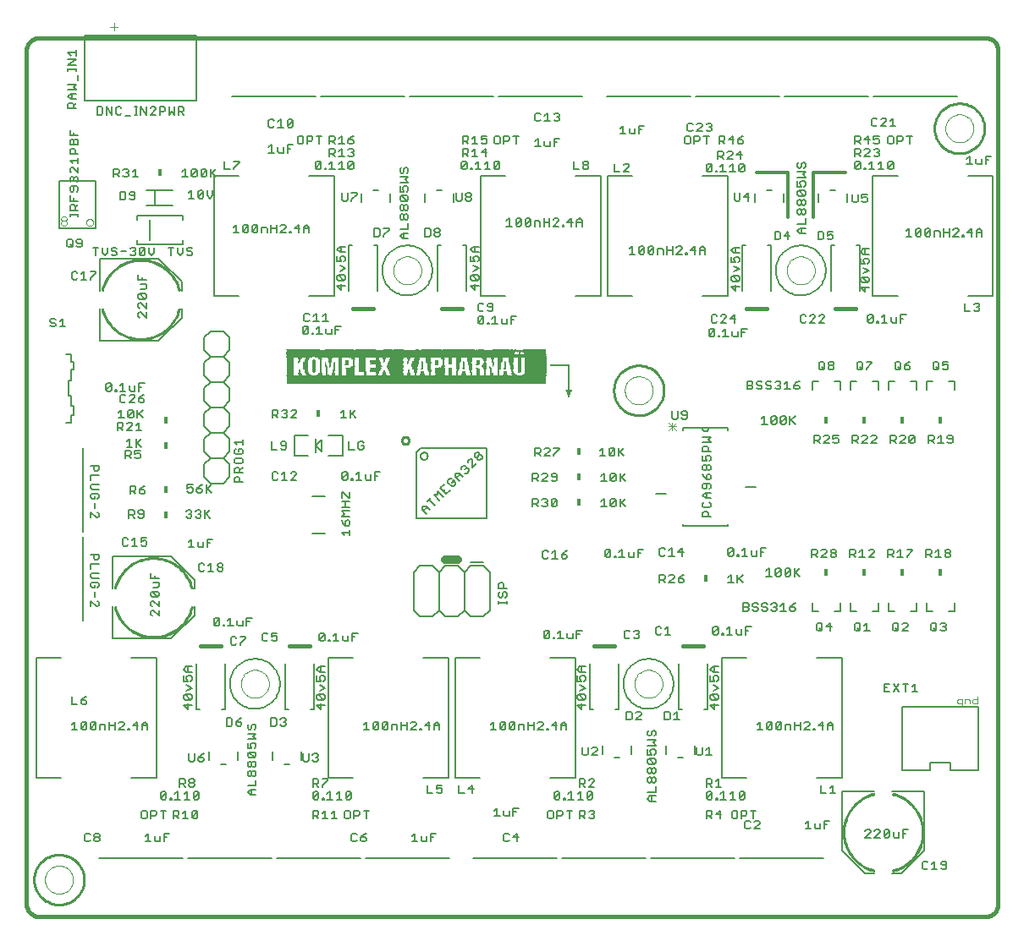
<source format=gto>
G75*
%MOIN*%
%OFA0B0*%
%FSLAX24Y24*%
%IPPOS*%
%LPD*%
%AMOC8*
5,1,8,0,0,1.08239X$1,22.5*
%
%ADD10C,0.0160*%
%ADD11C,0.0000*%
%ADD12C,0.0100*%
%ADD13C,0.0120*%
%ADD14C,0.0080*%
%ADD15C,0.0060*%
%ADD16C,0.0320*%
%ADD17R,0.0180X0.0300*%
%ADD18C,0.0050*%
%ADD19C,0.0030*%
%ADD20R,0.0010X0.0003*%
%ADD21R,0.0016X0.0003*%
%ADD22R,0.0021X0.0003*%
%ADD23R,0.0018X0.0003*%
%ADD24R,0.0023X0.0003*%
%ADD25R,0.0026X0.0003*%
%ADD26R,0.0029X0.0003*%
%ADD27R,0.0029X0.0003*%
%ADD28R,0.0034X0.0003*%
%ADD29R,0.0031X0.0003*%
%ADD30R,0.0036X0.0003*%
%ADD31R,0.0042X0.0003*%
%ADD32R,0.0039X0.0003*%
%ADD33R,0.0044X0.0003*%
%ADD34R,0.0047X0.0003*%
%ADD35R,0.0049X0.0003*%
%ADD36R,0.0055X0.0003*%
%ADD37R,0.0057X0.0003*%
%ADD38R,0.0060X0.0003*%
%ADD39R,0.0060X0.0003*%
%ADD40R,0.0065X0.0003*%
%ADD41R,0.0070X0.0003*%
%ADD42R,0.0068X0.0003*%
%ADD43R,0.0075X0.0003*%
%ADD44R,0.0075X0.0003*%
%ADD45R,0.0081X0.0003*%
%ADD46R,0.0083X0.0003*%
%ADD47R,0.0086X0.0003*%
%ADD48R,0.0091X0.0003*%
%ADD49R,0.0088X0.0003*%
%ADD50R,0.0091X0.0003*%
%ADD51R,0.0094X0.0003*%
%ADD52R,0.0096X0.0003*%
%ADD53R,0.0099X0.0003*%
%ADD54R,0.0099X0.0003*%
%ADD55R,0.0101X0.0003*%
%ADD56R,0.0104X0.0003*%
%ADD57R,0.0104X0.0003*%
%ADD58R,0.0107X0.0003*%
%ADD59R,0.0109X0.0003*%
%ADD60R,0.0112X0.0003*%
%ADD61R,0.0112X0.0003*%
%ADD62R,0.0117X0.0003*%
%ADD63R,0.0117X0.0003*%
%ADD64R,0.0122X0.0003*%
%ADD65R,0.0122X0.0003*%
%ADD66R,0.0127X0.0003*%
%ADD67R,0.0125X0.0003*%
%ADD68R,0.0133X0.0003*%
%ADD69R,0.0133X0.0003*%
%ADD70R,0.0138X0.0003*%
%ADD71R,0.0138X0.0003*%
%ADD72R,0.0143X0.0003*%
%ADD73R,0.0143X0.0003*%
%ADD74R,0.0148X0.0003*%
%ADD75R,0.0148X0.0003*%
%ADD76R,0.0153X0.0003*%
%ADD77R,0.0156X0.0003*%
%ADD78R,0.0153X0.0003*%
%ADD79R,0.0159X0.0003*%
%ADD80R,0.0161X0.0003*%
%ADD81R,0.0164X0.0003*%
%ADD82R,0.0169X0.0003*%
%ADD83R,0.0164X0.0003*%
%ADD84R,0.0169X0.0003*%
%ADD85R,0.0172X0.0003*%
%ADD86R,0.0174X0.0003*%
%ADD87R,0.0177X0.0003*%
%ADD88R,0.0179X0.0003*%
%ADD89R,0.0185X0.0003*%
%ADD90R,0.0185X0.0003*%
%ADD91R,0.0187X0.0003*%
%ADD92R,0.0190X0.0003*%
%ADD93R,0.0190X0.0003*%
%ADD94R,0.0192X0.0003*%
%ADD95R,0.0195X0.0003*%
%ADD96R,0.0198X0.0003*%
%ADD97R,0.0195X0.0003*%
%ADD98R,0.0200X0.0003*%
%ADD99R,0.0203X0.0003*%
%ADD100R,0.0203X0.0003*%
%ADD101R,0.0205X0.0003*%
%ADD102R,0.0208X0.0003*%
%ADD103R,0.0211X0.0003*%
%ADD104R,0.0062X0.0003*%
%ADD105R,0.0003X0.0003*%
%ADD106R,0.0049X0.0003*%
%ADD107R,0.0003X0.0003*%
%ADD108R,0.0003X0.0003*%
%ADD109R,0.0060X0.0003*%
%ADD110R,0.0003X0.0003*%
%ADD111R,0.0044X0.0003*%
%ADD112R,0.0034X0.0003*%
%ADD113R,0.0023X0.0003*%
%ADD114R,0.0031X0.0003*%
%ADD115R,0.0018X0.0003*%
%ADD116R,0.0034X0.0003*%
%ADD117R,0.0036X0.0003*%
%ADD118R,1.0205X0.0003*%
%ADD119R,1.0215X0.0003*%
%ADD120R,1.0221X0.0003*%
%ADD121R,1.0223X0.0003*%
%ADD122R,1.0226X0.0003*%
%ADD123R,1.0226X0.0003*%
%ADD124R,1.0228X0.0003*%
%ADD125R,1.0226X0.0003*%
%ADD126R,1.0231X0.0003*%
%ADD127R,1.0228X0.0003*%
%ADD128R,1.0231X0.0003*%
%ADD129R,0.1037X0.0003*%
%ADD130R,0.8021X0.0003*%
%ADD131R,0.1043X0.0003*%
%ADD132R,0.1022X0.0003*%
%ADD133R,0.7985X0.0003*%
%ADD134R,0.1019X0.0003*%
%ADD135R,0.1006X0.0003*%
%ADD136R,0.7943X0.0003*%
%ADD137R,0.1001X0.0003*%
%ADD138R,0.0996X0.0003*%
%ADD139R,0.3861X0.0003*%
%ADD140R,0.2707X0.0003*%
%ADD141R,0.1334X0.0003*%
%ADD142R,0.0988X0.0003*%
%ADD143R,0.0309X0.0003*%
%ADD144R,0.0159X0.0003*%
%ADD145R,0.0211X0.0003*%
%ADD146R,0.0221X0.0003*%
%ADD147R,0.0127X0.0003*%
%ADD148R,0.0382X0.0003*%
%ADD149R,0.0096X0.0003*%
%ADD150R,0.0091X0.0003*%
%ADD151R,0.0200X0.0003*%
%ADD152R,0.0523X0.0003*%
%ADD153R,0.0044X0.0003*%
%ADD154R,0.0101X0.0003*%
%ADD155R,0.0387X0.0003*%
%ADD156R,0.0081X0.0003*%
%ADD157R,0.0153X0.0003*%
%ADD158R,0.0065X0.0003*%
%ADD159R,0.0205X0.0003*%
%ADD160R,0.0205X0.0003*%
%ADD161R,0.0975X0.0003*%
%ADD162R,0.0304X0.0003*%
%ADD163R,0.0200X0.0003*%
%ADD164R,0.0216X0.0003*%
%ADD165R,0.0377X0.0003*%
%ADD166R,0.0512X0.0003*%
%ADD167R,0.0039X0.0003*%
%ADD168R,0.0380X0.0003*%
%ADD169R,0.0146X0.0003*%
%ADD170R,0.0135X0.0003*%
%ADD171R,0.0190X0.0003*%
%ADD172R,0.0967X0.0003*%
%ADD173R,0.0299X0.0003*%
%ADD174R,0.0182X0.0003*%
%ADD175R,0.0117X0.0003*%
%ADD176R,0.0367X0.0003*%
%ADD177R,0.0073X0.0003*%
%ADD178R,0.0502X0.0003*%
%ADD179R,0.0135X0.0003*%
%ADD180R,0.0023X0.0003*%
%ADD181R,0.0078X0.0003*%
%ADD182R,0.0372X0.0003*%
%ADD183R,0.0125X0.0003*%
%ADD184R,0.0052X0.0003*%
%ADD185R,0.0130X0.0003*%
%ADD186R,0.0052X0.0003*%
%ADD187R,0.0949X0.0003*%
%ADD188R,0.0299X0.0003*%
%ADD189R,0.0135X0.0003*%
%ADD190R,0.0174X0.0003*%
%ADD191R,0.0117X0.0003*%
%ADD192R,0.0107X0.0003*%
%ADD193R,0.0367X0.0003*%
%ADD194R,0.0070X0.0003*%
%ADD195R,0.0070X0.0003*%
%ADD196R,0.0502X0.0003*%
%ADD197R,0.0026X0.0003*%
%ADD198R,0.0372X0.0003*%
%ADD199R,0.0055X0.0003*%
%ADD200R,0.0187X0.0003*%
%ADD201R,0.0073X0.0003*%
%ADD202R,0.0049X0.0003*%
%ADD203R,0.0182X0.0003*%
%ADD204R,0.0944X0.0003*%
%ADD205R,0.0296X0.0003*%
%ADD206R,0.0364X0.0003*%
%ADD207R,0.0068X0.0003*%
%ADD208R,0.0179X0.0003*%
%ADD209R,0.0057X0.0003*%
%ADD210R,0.0133X0.0003*%
%ADD211R,0.0073X0.0003*%
%ADD212R,0.0047X0.0003*%
%ADD213R,0.0939X0.0003*%
%ADD214R,0.0299X0.0003*%
%ADD215R,0.0169X0.0003*%
%ADD216R,0.0499X0.0003*%
%ADD217R,0.0026X0.0003*%
%ADD218R,0.0070X0.0003*%
%ADD219R,0.0166X0.0003*%
%ADD220R,0.0936X0.0003*%
%ADD221R,0.0161X0.0003*%
%ADD222R,0.0174X0.0003*%
%ADD223R,0.0107X0.0003*%
%ADD224R,0.0361X0.0003*%
%ADD225R,0.0062X0.0003*%
%ADD226R,0.0044X0.0003*%
%ADD227R,0.0177X0.0003*%
%ADD228R,0.0933X0.0003*%
%ADD229R,0.0130X0.0003*%
%ADD230R,0.0361X0.0003*%
%ADD231R,0.0174X0.0003*%
%ADD232R,0.0499X0.0003*%
%ADD233R,0.0182X0.0003*%
%ADD234R,0.0120X0.0003*%
%ADD235R,0.0049X0.0003*%
%ADD236R,0.0156X0.0003*%
%ADD237R,0.0928X0.0003*%
%ADD238R,0.0359X0.0003*%
%ADD239R,0.0497X0.0003*%
%ADD240R,0.0120X0.0003*%
%ADD241R,0.0120X0.0003*%
%ADD242R,0.0151X0.0003*%
%ADD243R,0.0923X0.0003*%
%ADD244R,0.0172X0.0003*%
%ADD245R,0.0920X0.0003*%
%ADD246R,0.0356X0.0003*%
%ADD247R,0.0166X0.0003*%
%ADD248R,0.0918X0.0003*%
%ADD249R,0.0125X0.0003*%
%ADD250R,0.0109X0.0003*%
%ADD251R,0.0164X0.0003*%
%ADD252R,0.0172X0.0003*%
%ADD253R,0.0140X0.0003*%
%ADD254R,0.0915X0.0003*%
%ADD255R,0.0153X0.0003*%
%ADD256R,0.0099X0.0003*%
%ADD257R,0.0114X0.0003*%
%ADD258R,0.0177X0.0003*%
%ADD259R,0.0057X0.0003*%
%ADD260R,0.0075X0.0003*%
%ADD261R,0.0907X0.0003*%
%ADD262R,0.0504X0.0003*%
%ADD263R,0.0910X0.0003*%
%ADD264R,0.0296X0.0003*%
%ADD265R,0.0099X0.0003*%
%ADD266R,0.0356X0.0003*%
%ADD267R,0.0156X0.0003*%
%ADD268R,0.0364X0.0003*%
%ADD269R,0.0114X0.0003*%
%ADD270R,0.0172X0.0003*%
%ADD271R,0.0075X0.0003*%
%ADD272R,0.0114X0.0003*%
%ADD273R,0.0127X0.0003*%
%ADD274R,0.0902X0.0003*%
%ADD275R,0.0143X0.0003*%
%ADD276R,0.0507X0.0003*%
%ADD277R,0.0062X0.0003*%
%ADD278R,0.0900X0.0003*%
%ADD279R,0.0140X0.0003*%
%ADD280R,0.0036X0.0003*%
%ADD281R,0.0055X0.0003*%
%ADD282R,0.0897X0.0003*%
%ADD283R,0.0078X0.0003*%
%ADD284R,0.0114X0.0003*%
%ADD285R,0.0894X0.0003*%
%ADD286R,0.0507X0.0003*%
%ADD287R,0.0052X0.0003*%
%ADD288R,0.0122X0.0003*%
%ADD289R,0.0081X0.0003*%
%ADD290R,0.0055X0.0003*%
%ADD291R,0.0889X0.0003*%
%ADD292R,0.0096X0.0003*%
%ADD293R,0.0146X0.0003*%
%ADD294R,0.0510X0.0003*%
%ADD295R,0.0042X0.0003*%
%ADD296R,0.0083X0.0003*%
%ADD297R,0.0164X0.0003*%
%ADD298R,0.0889X0.0003*%
%ADD299R,0.0507X0.0003*%
%ADD300R,0.0122X0.0003*%
%ADD301R,0.0884X0.0003*%
%ADD302R,0.0096X0.0003*%
%ADD303R,0.0510X0.0003*%
%ADD304R,0.0078X0.0003*%
%ADD305R,0.0057X0.0003*%
%ADD306R,0.0125X0.0003*%
%ADD307R,0.0086X0.0003*%
%ADD308R,0.0884X0.0003*%
%ADD309R,0.0138X0.0003*%
%ADD310R,0.0081X0.0003*%
%ADD311R,0.0086X0.0003*%
%ADD312R,0.0109X0.0003*%
%ADD313R,0.0881X0.0003*%
%ADD314R,0.0515X0.0003*%
%ADD315R,0.0088X0.0003*%
%ADD316R,0.0879X0.0003*%
%ADD317R,0.0159X0.0003*%
%ADD318R,0.0876X0.0003*%
%ADD319R,0.0109X0.0003*%
%ADD320R,0.0120X0.0003*%
%ADD321R,0.0517X0.0003*%
%ADD322R,0.0086X0.0003*%
%ADD323R,0.0060X0.0003*%
%ADD324R,0.0088X0.0003*%
%ADD325R,0.0107X0.0003*%
%ADD326R,0.0161X0.0003*%
%ADD327R,0.0874X0.0003*%
%ADD328R,0.0517X0.0003*%
%ADD329R,0.0871X0.0003*%
%ADD330R,0.0094X0.0003*%
%ADD331R,0.0101X0.0003*%
%ADD332R,0.0520X0.0003*%
%ADD333R,0.0159X0.0003*%
%ADD334R,0.0871X0.0003*%
%ADD335R,0.0091X0.0003*%
%ADD336R,0.0523X0.0003*%
%ADD337R,0.0104X0.0003*%
%ADD338R,0.0868X0.0003*%
%ADD339R,0.0866X0.0003*%
%ADD340R,0.0525X0.0003*%
%ADD341R,0.0863X0.0003*%
%ADD342R,0.0088X0.0003*%
%ADD343R,0.0523X0.0003*%
%ADD344R,0.0068X0.0003*%
%ADD345R,0.0861X0.0003*%
%ADD346R,0.0528X0.0003*%
%ADD347R,0.0294X0.0003*%
%ADD348R,0.0525X0.0003*%
%ADD349R,0.0861X0.0003*%
%ADD350R,0.0530X0.0003*%
%ADD351R,0.0858X0.0003*%
%ADD352R,0.0294X0.0003*%
%ADD353R,0.0094X0.0003*%
%ADD354R,0.0528X0.0003*%
%ADD355R,0.0062X0.0003*%
%ADD356R,0.0855X0.0003*%
%ADD357R,0.0533X0.0003*%
%ADD358R,0.0855X0.0003*%
%ADD359R,0.0536X0.0003*%
%ADD360R,0.0151X0.0003*%
%ADD361R,0.0151X0.0003*%
%ADD362R,0.0853X0.0003*%
%ADD363R,0.0533X0.0003*%
%ADD364R,0.0850X0.0003*%
%ADD365R,0.0538X0.0003*%
%ADD366R,0.0853X0.0003*%
%ADD367R,0.0536X0.0003*%
%ADD368R,0.0359X0.0003*%
%ADD369R,0.0538X0.0003*%
%ADD370R,0.0850X0.0003*%
%ADD371R,0.0543X0.0003*%
%ADD372R,0.0848X0.0003*%
%ADD373R,0.0146X0.0003*%
%ADD374R,0.0845X0.0003*%
%ADD375R,0.0543X0.0003*%
%ADD376R,0.0845X0.0003*%
%ADD377R,0.0546X0.0003*%
%ADD378R,0.0543X0.0003*%
%ADD379R,0.0549X0.0003*%
%ADD380R,0.0842X0.0003*%
%ADD381R,0.0551X0.0003*%
%ADD382R,0.0078X0.0003*%
%ADD383R,0.0842X0.0003*%
%ADD384R,0.0554X0.0003*%
%ADD385R,0.0840X0.0003*%
%ADD386R,0.0554X0.0003*%
%ADD387R,0.0029X0.0003*%
%ADD388R,0.0263X0.0003*%
%ADD389R,0.0346X0.0003*%
%ADD390R,0.0556X0.0003*%
%ADD391R,0.0268X0.0003*%
%ADD392R,0.0351X0.0003*%
%ADD393R,0.0273X0.0003*%
%ADD394R,0.0354X0.0003*%
%ADD395R,0.0559X0.0003*%
%ADD396R,0.0112X0.0003*%
%ADD397R,0.0837X0.0003*%
%ADD398R,0.0270X0.0003*%
%ADD399R,0.0354X0.0003*%
%ADD400R,0.0559X0.0003*%
%ADD401R,0.0112X0.0003*%
%ADD402R,0.0837X0.0003*%
%ADD403R,0.0083X0.0003*%
%ADD404R,0.0273X0.0003*%
%ADD405R,0.0356X0.0003*%
%ADD406R,0.0083X0.0003*%
%ADD407R,0.0356X0.0003*%
%ADD408R,0.0101X0.0003*%
%ADD409R,0.0835X0.0003*%
%ADD410R,0.0276X0.0003*%
%ADD411R,0.0564X0.0003*%
%ADD412R,0.0835X0.0003*%
%ADD413R,0.0133X0.0003*%
%ADD414R,0.0042X0.0003*%
%ADD415R,0.0564X0.0003*%
%ADD416R,0.0278X0.0003*%
%ADD417R,0.0569X0.0003*%
%ADD418R,0.0068X0.0003*%
%ADD419R,0.0278X0.0003*%
%ADD420R,0.0369X0.0003*%
%ADD421R,0.0569X0.0003*%
%ADD422R,0.0369X0.0003*%
%ADD423R,0.0567X0.0003*%
%ADD424R,0.0572X0.0003*%
%ADD425R,0.0832X0.0003*%
%ADD426R,0.0374X0.0003*%
%ADD427R,0.0026X0.0003*%
%ADD428R,0.0575X0.0003*%
%ADD429R,0.0832X0.0003*%
%ADD430R,0.0572X0.0003*%
%ADD431R,0.0374X0.0003*%
%ADD432R,0.0575X0.0003*%
%ADD433R,0.0377X0.0003*%
%ADD434R,0.0013X0.0003*%
%ADD435R,0.0377X0.0003*%
%ADD436R,0.0008X0.0003*%
%ADD437R,0.0580X0.0003*%
%ADD438R,0.0276X0.0003*%
%ADD439R,0.0127X0.0003*%
%ADD440R,0.0042X0.0003*%
%ADD441R,0.0276X0.0003*%
%ADD442R,0.0380X0.0003*%
%ADD443R,0.0580X0.0003*%
%ADD444R,0.0143X0.0003*%
%ADD445R,0.0094X0.0003*%
%ADD446R,0.0582X0.0003*%
%ADD447R,0.0382X0.0003*%
%ADD448R,0.0580X0.0003*%
%ADD449R,0.0385X0.0003*%
%ADD450R,0.0585X0.0003*%
%ADD451R,0.0034X0.0003*%
%ADD452R,0.0585X0.0003*%
%ADD453R,0.0031X0.0003*%
%ADD454R,0.0588X0.0003*%
%ADD455R,0.0387X0.0003*%
%ADD456R,0.0387X0.0003*%
%ADD457R,0.0590X0.0003*%
%ADD458R,0.0590X0.0003*%
%ADD459R,0.0021X0.0003*%
%ADD460R,0.0390X0.0003*%
%ADD461R,0.0595X0.0003*%
%ADD462R,0.0016X0.0003*%
%ADD463R,0.0013X0.0003*%
%ADD464R,0.0010X0.0003*%
%ADD465R,0.0008X0.0003*%
%ADD466R,0.0393X0.0003*%
%ADD467R,0.0595X0.0003*%
%ADD468R,0.0367X0.0003*%
%ADD469R,0.0393X0.0003*%
%ADD470R,0.0395X0.0003*%
%ADD471R,0.0601X0.0003*%
%ADD472R,0.0367X0.0003*%
%ADD473R,0.0395X0.0003*%
%ADD474R,0.0398X0.0003*%
%ADD475R,0.0400X0.0003*%
%ADD476R,0.0603X0.0003*%
%ADD477R,0.0166X0.0003*%
%ADD478R,0.0400X0.0003*%
%ADD479R,0.0601X0.0003*%
%ADD480R,0.0104X0.0003*%
%ADD481R,0.0403X0.0003*%
%ADD482R,0.0606X0.0003*%
%ADD483R,0.0406X0.0003*%
%ADD484R,0.0606X0.0003*%
%ADD485R,0.0179X0.0003*%
%ADD486R,0.0406X0.0003*%
%ADD487R,0.0047X0.0003*%
%ADD488R,0.0406X0.0003*%
%ADD489R,0.0408X0.0003*%
%ADD490R,0.0408X0.0003*%
%ADD491R,0.0611X0.0003*%
%ADD492R,0.0343X0.0003*%
%ADD493R,0.0411X0.0003*%
%ADD494R,0.0611X0.0003*%
%ADD495R,0.0335X0.0003*%
%ADD496R,0.0252X0.0003*%
%ADD497R,0.0229X0.0003*%
%ADD498R,0.0413X0.0003*%
%ADD499R,0.0614X0.0003*%
%ADD500R,0.0192X0.0003*%
%ADD501R,0.0237X0.0003*%
%ADD502R,0.0413X0.0003*%
%ADD503R,0.0221X0.0003*%
%ADD504R,0.0039X0.0003*%
%ADD505R,0.0198X0.0003*%
%ADD506R,0.0616X0.0003*%
%ADD507R,0.0413X0.0003*%
%ADD508R,0.0616X0.0003*%
%ADD509R,0.0198X0.0003*%
%ADD510R,0.0200X0.0003*%
%ADD511R,0.0039X0.0003*%
%ADD512R,0.0182X0.0003*%
%ADD513R,0.0619X0.0003*%
%ADD514R,0.0247X0.0003*%
%ADD515R,0.0616X0.0003*%
%ADD516R,0.0621X0.0003*%
%ADD517R,0.0216X0.0003*%
%ADD518R,0.0621X0.0003*%
%ADD519R,0.0213X0.0003*%
%ADD520R,0.0624X0.0003*%
%ADD521R,0.0211X0.0003*%
%ADD522R,0.0208X0.0003*%
%ADD523R,0.0190X0.0003*%
%ADD524R,0.0216X0.0003*%
%ADD525R,0.0627X0.0003*%
%ADD526R,0.0211X0.0003*%
%ADD527R,0.0627X0.0003*%
%ADD528R,0.0218X0.0003*%
%ADD529R,0.0629X0.0003*%
%ADD530R,0.0218X0.0003*%
%ADD531R,0.0632X0.0003*%
%ADD532R,0.0218X0.0003*%
%ADD533R,0.0632X0.0003*%
%ADD534R,0.0138X0.0003*%
%ADD535R,0.0013X0.0003*%
%ADD536R,0.0224X0.0003*%
%ADD537R,0.0637X0.0003*%
%ADD538R,0.0221X0.0003*%
%ADD539R,0.0226X0.0003*%
%ADD540R,0.0224X0.0003*%
%ADD541R,0.0634X0.0003*%
%ADD542R,0.0226X0.0003*%
%ADD543R,0.0640X0.0003*%
%ADD544R,0.0229X0.0003*%
%ADD545R,0.0637X0.0003*%
%ADD546R,0.0229X0.0003*%
%ADD547R,0.0642X0.0003*%
%ADD548R,0.0231X0.0003*%
%ADD549R,0.0023X0.0003*%
%ADD550R,0.0226X0.0003*%
%ADD551R,0.0637X0.0003*%
%ADD552R,0.0073X0.0003*%
%ADD553R,0.0237X0.0003*%
%ADD554R,0.0029X0.0003*%
%ADD555R,0.0231X0.0003*%
%ADD556R,0.0642X0.0003*%
%ADD557R,0.0239X0.0003*%
%ADD558R,0.0016X0.0003*%
%ADD559R,0.0234X0.0003*%
%ADD560R,0.0645X0.0003*%
%ADD561R,0.0242X0.0003*%
%ADD562R,0.0239X0.0003*%
%ADD563R,0.0010X0.0003*%
%ADD564R,0.0213X0.0003*%
%ADD565R,0.0031X0.0003*%
%ADD566R,0.0234X0.0003*%
%ADD567R,0.0645X0.0003*%
%ADD568R,0.0242X0.0003*%
%ADD569R,0.0005X0.0003*%
%ADD570R,0.0013X0.0003*%
%ADD571R,0.0135X0.0003*%
%ADD572R,0.0036X0.0003*%
%ADD573R,0.0250X0.0003*%
%ADD574R,0.0640X0.0003*%
%ADD575R,0.0250X0.0003*%
%ADD576R,0.0161X0.0003*%
%ADD577R,0.0151X0.0003*%
%ADD578R,0.0736X0.0003*%
%ADD579R,0.0252X0.0003*%
%ADD580R,0.0738X0.0003*%
%ADD581R,0.0257X0.0003*%
%ADD582R,0.0744X0.0003*%
%ADD583R,0.0257X0.0003*%
%ADD584R,0.0744X0.0003*%
%ADD585R,0.0746X0.0003*%
%ADD586R,0.0260X0.0003*%
%ADD587R,0.0637X0.0003*%
%ADD588R,0.0263X0.0003*%
%ADD589R,0.0021X0.0003*%
%ADD590R,0.0746X0.0003*%
%ADD591R,0.0634X0.0003*%
%ADD592R,0.0265X0.0003*%
%ADD593R,0.0268X0.0003*%
%ADD594R,0.0741X0.0003*%
%ADD595R,0.0736X0.0003*%
%ADD596R,0.0720X0.0003*%
%ADD597R,0.0629X0.0003*%
%ADD598R,0.0270X0.0003*%
%ADD599R,0.0434X0.0003*%
%ADD600R,0.0273X0.0003*%
%ADD601R,0.0156X0.0003*%
%ADD602R,0.0140X0.0003*%
%ADD603R,0.0627X0.0003*%
%ADD604R,0.0221X0.0003*%
%ADD605R,0.0268X0.0003*%
%ADD606R,0.0140X0.0003*%
%ADD607R,0.0208X0.0003*%
%ADD608R,0.0619X0.0003*%
%ADD609R,0.0263X0.0003*%
%ADD610R,0.0146X0.0003*%
%ADD611R,0.0265X0.0003*%
%ADD612R,0.0616X0.0003*%
%ADD613R,0.0052X0.0003*%
%ADD614R,0.0614X0.0003*%
%ADD615R,0.0408X0.0003*%
%ADD616R,0.0608X0.0003*%
%ADD617R,0.0257X0.0003*%
%ADD618R,0.0203X0.0003*%
%ADD619R,0.0608X0.0003*%
%ADD620R,0.0255X0.0003*%
%ADD621R,0.0603X0.0003*%
%ADD622R,0.0255X0.0003*%
%ADD623R,0.0166X0.0003*%
%ADD624R,0.0005X0.0003*%
%ADD625R,0.0008X0.0003*%
%ADD626R,0.0255X0.0003*%
%ADD627R,0.0403X0.0003*%
%ADD628R,0.0016X0.0003*%
%ADD629R,0.0598X0.0003*%
%ADD630R,0.0247X0.0003*%
%ADD631R,0.0247X0.0003*%
%ADD632R,0.0244X0.0003*%
%ADD633R,0.0593X0.0003*%
%ADD634R,0.0390X0.0003*%
%ADD635R,0.0590X0.0003*%
%ADD636R,0.0590X0.0003*%
%ADD637R,0.0244X0.0003*%
%ADD638R,0.0582X0.0003*%
%ADD639R,0.0239X0.0003*%
%ADD640R,0.0237X0.0003*%
%ADD641R,0.0580X0.0003*%
%ADD642R,0.0237X0.0003*%
%ADD643R,0.0185X0.0003*%
%ADD644R,0.0577X0.0003*%
%ADD645R,0.0231X0.0003*%
%ADD646R,0.0169X0.0003*%
%ADD647R,0.0192X0.0003*%
%ADD648R,0.0005X0.0003*%
%ADD649R,0.0179X0.0003*%
%ADD650R,0.0351X0.0003*%
%ADD651R,0.0551X0.0003*%
%ADD652R,0.0216X0.0003*%
%ADD653R,0.0549X0.0003*%
%ADD654R,0.0546X0.0003*%
%ADD655R,0.0185X0.0003*%
%ADD656R,0.0541X0.0003*%
%ADD657R,0.0543X0.0003*%
%ADD658R,0.0187X0.0003*%
%ADD659R,0.0192X0.0003*%
%ADD660R,0.0208X0.0003*%
%ADD661R,0.0533X0.0003*%
%ADD662R,0.0530X0.0003*%
%ADD663R,0.0198X0.0003*%
%ADD664R,0.0515X0.0003*%
%ADD665R,0.0512X0.0003*%
%ADD666R,0.0203X0.0003*%
%ADD667R,0.0205X0.0003*%
%ADD668R,0.0281X0.0003*%
%ADD669R,0.0507X0.0003*%
%ADD670R,0.0281X0.0003*%
%ADD671R,0.0504X0.0003*%
%ADD672R,0.0187X0.0003*%
%ADD673R,0.0283X0.0003*%
%ADD674R,0.0302X0.0003*%
%ADD675R,0.0289X0.0003*%
%ADD676R,0.0226X0.0003*%
%ADD677R,0.0229X0.0003*%
%ADD678R,0.0840X0.0003*%
%ADD679R,0.0315X0.0003*%
%ADD680R,0.0263X0.0003*%
%ADD681R,0.0325X0.0003*%
%ADD682R,0.0309X0.0003*%
%ADD683R,0.0993X0.0003*%
%ADD684R,0.1017X0.0003*%
%ADD685R,0.1391X0.0003*%
%ADD686R,0.2556X0.0003*%
%ADD687R,0.1578X0.0003*%
%ADD688R,0.1641X0.0003*%
%ADD689R,0.1006X0.0003*%
%ADD690R,0.9084X0.0003*%
%ADD691R,0.1019X0.0003*%
%ADD692R,0.9092X0.0003*%
%ADD693R,0.1048X0.0003*%
%ADD694R,0.9105X0.0003*%
%ADD695R,0.1087X0.0003*%
%ADD696R,0.9129X0.0003*%
%ADD697R,0.9017X0.0003*%
%ADD698R,0.8993X0.0003*%
%ADD699R,0.0897X0.0003*%
%ADD700R,0.8988X0.0003*%
%ADD701R,0.8986X0.0003*%
%ADD702R,0.0881X0.0003*%
%ADD703R,0.8986X0.0003*%
%ADD704R,0.8983X0.0003*%
%ADD705R,0.8983X0.0003*%
%ADD706R,0.0876X0.0003*%
%ADD707R,0.0876X0.0003*%
%ADD708R,0.0876X0.0003*%
%ADD709R,0.8980X0.0003*%
%ADD710R,0.8980X0.0003*%
%ADD711R,0.8983X0.0003*%
%ADD712R,0.8986X0.0003*%
%ADD713R,0.8993X0.0003*%
%ADD714R,0.8999X0.0003*%
%ADD715R,0.0892X0.0003*%
%ADD716R,1.0226X0.0003*%
%ADD717R,1.0223X0.0003*%
%ADD718R,1.0218X0.0003*%
%ADD719C,0.0008*%
%ADD720C,0.0040*%
%ADD721C,0.0020*%
D10*
X008367Y005257D02*
X008367Y038903D01*
X008369Y038947D01*
X008375Y038990D01*
X008384Y039032D01*
X008397Y039074D01*
X008414Y039114D01*
X008434Y039153D01*
X008457Y039190D01*
X008484Y039224D01*
X008513Y039257D01*
X008546Y039286D01*
X008580Y039313D01*
X008617Y039336D01*
X008656Y039356D01*
X008696Y039373D01*
X008738Y039386D01*
X008780Y039395D01*
X008823Y039401D01*
X008867Y039403D01*
X046135Y039403D01*
X046179Y039401D01*
X046222Y039395D01*
X046264Y039386D01*
X046306Y039373D01*
X046346Y039356D01*
X046385Y039336D01*
X046422Y039313D01*
X046456Y039286D01*
X046489Y039257D01*
X046518Y039224D01*
X046545Y039190D01*
X046568Y039153D01*
X046588Y039114D01*
X046605Y039074D01*
X046618Y039032D01*
X046627Y038990D01*
X046633Y038947D01*
X046635Y038903D01*
X046635Y005257D01*
X046633Y005213D01*
X046627Y005170D01*
X046618Y005128D01*
X046605Y005086D01*
X046588Y005046D01*
X046568Y005007D01*
X046545Y004970D01*
X046518Y004936D01*
X046489Y004903D01*
X046456Y004874D01*
X046422Y004847D01*
X046385Y004824D01*
X046346Y004804D01*
X046306Y004787D01*
X046264Y004774D01*
X046222Y004765D01*
X046179Y004759D01*
X046135Y004757D01*
X008867Y004757D01*
X008823Y004759D01*
X008780Y004765D01*
X008738Y004774D01*
X008696Y004787D01*
X008656Y004804D01*
X008617Y004824D01*
X008580Y004847D01*
X008546Y004874D01*
X008513Y004903D01*
X008484Y004936D01*
X008457Y004970D01*
X008434Y005007D01*
X008414Y005046D01*
X008397Y005086D01*
X008384Y005128D01*
X008375Y005170D01*
X008369Y005213D01*
X008367Y005257D01*
X015223Y015438D02*
X016011Y015438D01*
X018723Y015438D02*
X019511Y015438D01*
X030723Y015438D02*
X031511Y015438D01*
X034223Y015438D02*
X035011Y015438D01*
X036723Y028725D02*
X037511Y028725D01*
X040223Y028725D02*
X041011Y028725D01*
X025511Y028725D02*
X024723Y028725D01*
X022011Y028725D02*
X021223Y028725D01*
D11*
X022816Y030232D02*
X022818Y030279D01*
X022824Y030325D01*
X022834Y030371D01*
X022847Y030416D01*
X022865Y030459D01*
X022886Y030501D01*
X022910Y030541D01*
X022938Y030578D01*
X022969Y030613D01*
X023003Y030646D01*
X023039Y030675D01*
X023078Y030701D01*
X023119Y030724D01*
X023162Y030743D01*
X023206Y030759D01*
X023251Y030771D01*
X023297Y030779D01*
X023344Y030783D01*
X023390Y030783D01*
X023437Y030779D01*
X023483Y030771D01*
X023528Y030759D01*
X023572Y030743D01*
X023615Y030724D01*
X023656Y030701D01*
X023695Y030675D01*
X023731Y030646D01*
X023765Y030613D01*
X023796Y030578D01*
X023824Y030541D01*
X023848Y030501D01*
X023869Y030459D01*
X023887Y030416D01*
X023900Y030371D01*
X023910Y030325D01*
X023916Y030279D01*
X023918Y030232D01*
X023916Y030185D01*
X023910Y030139D01*
X023900Y030093D01*
X023887Y030048D01*
X023869Y030005D01*
X023848Y029963D01*
X023824Y029923D01*
X023796Y029886D01*
X023765Y029851D01*
X023731Y029818D01*
X023695Y029789D01*
X023656Y029763D01*
X023615Y029740D01*
X023572Y029721D01*
X023528Y029705D01*
X023483Y029693D01*
X023437Y029685D01*
X023390Y029681D01*
X023344Y029681D01*
X023297Y029685D01*
X023251Y029693D01*
X023206Y029705D01*
X023162Y029721D01*
X023119Y029740D01*
X023078Y029763D01*
X023039Y029789D01*
X023003Y029818D01*
X022969Y029851D01*
X022938Y029886D01*
X022910Y029923D01*
X022886Y029963D01*
X022865Y030005D01*
X022847Y030048D01*
X022834Y030093D01*
X022824Y030139D01*
X022818Y030185D01*
X022816Y030232D01*
X031936Y025502D02*
X031938Y025549D01*
X031944Y025595D01*
X031954Y025641D01*
X031967Y025686D01*
X031985Y025729D01*
X032006Y025771D01*
X032030Y025811D01*
X032058Y025848D01*
X032089Y025883D01*
X032123Y025916D01*
X032159Y025945D01*
X032198Y025971D01*
X032239Y025994D01*
X032282Y026013D01*
X032326Y026029D01*
X032371Y026041D01*
X032417Y026049D01*
X032464Y026053D01*
X032510Y026053D01*
X032557Y026049D01*
X032603Y026041D01*
X032648Y026029D01*
X032692Y026013D01*
X032735Y025994D01*
X032776Y025971D01*
X032815Y025945D01*
X032851Y025916D01*
X032885Y025883D01*
X032916Y025848D01*
X032944Y025811D01*
X032968Y025771D01*
X032989Y025729D01*
X033007Y025686D01*
X033020Y025641D01*
X033030Y025595D01*
X033036Y025549D01*
X033038Y025502D01*
X033036Y025455D01*
X033030Y025409D01*
X033020Y025363D01*
X033007Y025318D01*
X032989Y025275D01*
X032968Y025233D01*
X032944Y025193D01*
X032916Y025156D01*
X032885Y025121D01*
X032851Y025088D01*
X032815Y025059D01*
X032776Y025033D01*
X032735Y025010D01*
X032692Y024991D01*
X032648Y024975D01*
X032603Y024963D01*
X032557Y024955D01*
X032510Y024951D01*
X032464Y024951D01*
X032417Y024955D01*
X032371Y024963D01*
X032326Y024975D01*
X032282Y024991D01*
X032239Y025010D01*
X032198Y025033D01*
X032159Y025059D01*
X032123Y025088D01*
X032089Y025121D01*
X032058Y025156D01*
X032030Y025193D01*
X032006Y025233D01*
X031985Y025275D01*
X031967Y025318D01*
X031954Y025363D01*
X031944Y025409D01*
X031938Y025455D01*
X031936Y025502D01*
X038316Y030232D02*
X038318Y030279D01*
X038324Y030325D01*
X038334Y030371D01*
X038347Y030416D01*
X038365Y030459D01*
X038386Y030501D01*
X038410Y030541D01*
X038438Y030578D01*
X038469Y030613D01*
X038503Y030646D01*
X038539Y030675D01*
X038578Y030701D01*
X038619Y030724D01*
X038662Y030743D01*
X038706Y030759D01*
X038751Y030771D01*
X038797Y030779D01*
X038844Y030783D01*
X038890Y030783D01*
X038937Y030779D01*
X038983Y030771D01*
X039028Y030759D01*
X039072Y030743D01*
X039115Y030724D01*
X039156Y030701D01*
X039195Y030675D01*
X039231Y030646D01*
X039265Y030613D01*
X039296Y030578D01*
X039324Y030541D01*
X039348Y030501D01*
X039369Y030459D01*
X039387Y030416D01*
X039400Y030371D01*
X039410Y030325D01*
X039416Y030279D01*
X039418Y030232D01*
X039416Y030185D01*
X039410Y030139D01*
X039400Y030093D01*
X039387Y030048D01*
X039369Y030005D01*
X039348Y029963D01*
X039324Y029923D01*
X039296Y029886D01*
X039265Y029851D01*
X039231Y029818D01*
X039195Y029789D01*
X039156Y029763D01*
X039115Y029740D01*
X039072Y029721D01*
X039028Y029705D01*
X038983Y029693D01*
X038937Y029685D01*
X038890Y029681D01*
X038844Y029681D01*
X038797Y029685D01*
X038751Y029693D01*
X038706Y029705D01*
X038662Y029721D01*
X038619Y029740D01*
X038578Y029763D01*
X038539Y029789D01*
X038503Y029818D01*
X038469Y029851D01*
X038438Y029886D01*
X038410Y029923D01*
X038386Y029963D01*
X038365Y030005D01*
X038347Y030048D01*
X038334Y030093D01*
X038324Y030139D01*
X038318Y030185D01*
X038316Y030232D01*
X044566Y035832D02*
X044568Y035879D01*
X044574Y035925D01*
X044584Y035971D01*
X044597Y036016D01*
X044615Y036059D01*
X044636Y036101D01*
X044660Y036141D01*
X044688Y036178D01*
X044719Y036213D01*
X044753Y036246D01*
X044789Y036275D01*
X044828Y036301D01*
X044869Y036324D01*
X044912Y036343D01*
X044956Y036359D01*
X045001Y036371D01*
X045047Y036379D01*
X045094Y036383D01*
X045140Y036383D01*
X045187Y036379D01*
X045233Y036371D01*
X045278Y036359D01*
X045322Y036343D01*
X045365Y036324D01*
X045406Y036301D01*
X045445Y036275D01*
X045481Y036246D01*
X045515Y036213D01*
X045546Y036178D01*
X045574Y036141D01*
X045598Y036101D01*
X045619Y036059D01*
X045637Y036016D01*
X045650Y035971D01*
X045660Y035925D01*
X045666Y035879D01*
X045668Y035832D01*
X045666Y035785D01*
X045660Y035739D01*
X045650Y035693D01*
X045637Y035648D01*
X045619Y035605D01*
X045598Y035563D01*
X045574Y035523D01*
X045546Y035486D01*
X045515Y035451D01*
X045481Y035418D01*
X045445Y035389D01*
X045406Y035363D01*
X045365Y035340D01*
X045322Y035321D01*
X045278Y035305D01*
X045233Y035293D01*
X045187Y035285D01*
X045140Y035281D01*
X045094Y035281D01*
X045047Y035285D01*
X045001Y035293D01*
X044956Y035305D01*
X044912Y035321D01*
X044869Y035340D01*
X044828Y035363D01*
X044789Y035389D01*
X044753Y035418D01*
X044719Y035451D01*
X044688Y035486D01*
X044660Y035523D01*
X044636Y035563D01*
X044615Y035605D01*
X044597Y035648D01*
X044584Y035693D01*
X044574Y035739D01*
X044568Y035785D01*
X044566Y035832D01*
X032316Y013932D02*
X032318Y013979D01*
X032324Y014025D01*
X032334Y014071D01*
X032347Y014116D01*
X032365Y014159D01*
X032386Y014201D01*
X032410Y014241D01*
X032438Y014278D01*
X032469Y014313D01*
X032503Y014346D01*
X032539Y014375D01*
X032578Y014401D01*
X032619Y014424D01*
X032662Y014443D01*
X032706Y014459D01*
X032751Y014471D01*
X032797Y014479D01*
X032844Y014483D01*
X032890Y014483D01*
X032937Y014479D01*
X032983Y014471D01*
X033028Y014459D01*
X033072Y014443D01*
X033115Y014424D01*
X033156Y014401D01*
X033195Y014375D01*
X033231Y014346D01*
X033265Y014313D01*
X033296Y014278D01*
X033324Y014241D01*
X033348Y014201D01*
X033369Y014159D01*
X033387Y014116D01*
X033400Y014071D01*
X033410Y014025D01*
X033416Y013979D01*
X033418Y013932D01*
X033416Y013885D01*
X033410Y013839D01*
X033400Y013793D01*
X033387Y013748D01*
X033369Y013705D01*
X033348Y013663D01*
X033324Y013623D01*
X033296Y013586D01*
X033265Y013551D01*
X033231Y013518D01*
X033195Y013489D01*
X033156Y013463D01*
X033115Y013440D01*
X033072Y013421D01*
X033028Y013405D01*
X032983Y013393D01*
X032937Y013385D01*
X032890Y013381D01*
X032844Y013381D01*
X032797Y013385D01*
X032751Y013393D01*
X032706Y013405D01*
X032662Y013421D01*
X032619Y013440D01*
X032578Y013463D01*
X032539Y013489D01*
X032503Y013518D01*
X032469Y013551D01*
X032438Y013586D01*
X032410Y013623D01*
X032386Y013663D01*
X032365Y013705D01*
X032347Y013748D01*
X032334Y013793D01*
X032324Y013839D01*
X032318Y013885D01*
X032316Y013932D01*
X016816Y013932D02*
X016818Y013979D01*
X016824Y014025D01*
X016834Y014071D01*
X016847Y014116D01*
X016865Y014159D01*
X016886Y014201D01*
X016910Y014241D01*
X016938Y014278D01*
X016969Y014313D01*
X017003Y014346D01*
X017039Y014375D01*
X017078Y014401D01*
X017119Y014424D01*
X017162Y014443D01*
X017206Y014459D01*
X017251Y014471D01*
X017297Y014479D01*
X017344Y014483D01*
X017390Y014483D01*
X017437Y014479D01*
X017483Y014471D01*
X017528Y014459D01*
X017572Y014443D01*
X017615Y014424D01*
X017656Y014401D01*
X017695Y014375D01*
X017731Y014346D01*
X017765Y014313D01*
X017796Y014278D01*
X017824Y014241D01*
X017848Y014201D01*
X017869Y014159D01*
X017887Y014116D01*
X017900Y014071D01*
X017910Y014025D01*
X017916Y013979D01*
X017918Y013932D01*
X017916Y013885D01*
X017910Y013839D01*
X017900Y013793D01*
X017887Y013748D01*
X017869Y013705D01*
X017848Y013663D01*
X017824Y013623D01*
X017796Y013586D01*
X017765Y013551D01*
X017731Y013518D01*
X017695Y013489D01*
X017656Y013463D01*
X017615Y013440D01*
X017572Y013421D01*
X017528Y013405D01*
X017483Y013393D01*
X017437Y013385D01*
X017390Y013381D01*
X017344Y013381D01*
X017297Y013385D01*
X017251Y013393D01*
X017206Y013405D01*
X017162Y013421D01*
X017119Y013440D01*
X017078Y013463D01*
X017039Y013489D01*
X017003Y013518D01*
X016969Y013551D01*
X016938Y013586D01*
X016910Y013623D01*
X016886Y013663D01*
X016865Y013705D01*
X016847Y013748D01*
X016834Y013793D01*
X016824Y013839D01*
X016818Y013885D01*
X016816Y013932D01*
X009101Y006212D02*
X009103Y006259D01*
X009109Y006305D01*
X009119Y006351D01*
X009132Y006396D01*
X009150Y006439D01*
X009171Y006481D01*
X009195Y006521D01*
X009223Y006558D01*
X009254Y006593D01*
X009288Y006626D01*
X009324Y006655D01*
X009363Y006681D01*
X009404Y006704D01*
X009447Y006723D01*
X009491Y006739D01*
X009536Y006751D01*
X009582Y006759D01*
X009629Y006763D01*
X009675Y006763D01*
X009722Y006759D01*
X009768Y006751D01*
X009813Y006739D01*
X009857Y006723D01*
X009900Y006704D01*
X009941Y006681D01*
X009980Y006655D01*
X010016Y006626D01*
X010050Y006593D01*
X010081Y006558D01*
X010109Y006521D01*
X010133Y006481D01*
X010154Y006439D01*
X010172Y006396D01*
X010185Y006351D01*
X010195Y006305D01*
X010201Y006259D01*
X010203Y006212D01*
X010201Y006165D01*
X010195Y006119D01*
X010185Y006073D01*
X010172Y006028D01*
X010154Y005985D01*
X010133Y005943D01*
X010109Y005903D01*
X010081Y005866D01*
X010050Y005831D01*
X010016Y005798D01*
X009980Y005769D01*
X009941Y005743D01*
X009900Y005720D01*
X009857Y005701D01*
X009813Y005685D01*
X009768Y005673D01*
X009722Y005665D01*
X009675Y005661D01*
X009629Y005661D01*
X009582Y005665D01*
X009536Y005673D01*
X009491Y005685D01*
X009447Y005701D01*
X009404Y005720D01*
X009363Y005743D01*
X009324Y005769D01*
X009288Y005798D01*
X009254Y005831D01*
X009223Y005866D01*
X009195Y005903D01*
X009171Y005943D01*
X009150Y005985D01*
X009132Y006028D01*
X009119Y006073D01*
X009109Y006119D01*
X009103Y006165D01*
X009101Y006212D01*
D12*
X008668Y006212D02*
X008670Y006274D01*
X008676Y006337D01*
X008686Y006398D01*
X008700Y006459D01*
X008717Y006519D01*
X008738Y006578D01*
X008764Y006635D01*
X008792Y006690D01*
X008824Y006744D01*
X008860Y006795D01*
X008898Y006845D01*
X008940Y006891D01*
X008984Y006935D01*
X009032Y006976D01*
X009081Y007014D01*
X009133Y007048D01*
X009187Y007079D01*
X009243Y007107D01*
X009301Y007131D01*
X009360Y007152D01*
X009420Y007168D01*
X009481Y007181D01*
X009543Y007190D01*
X009605Y007195D01*
X009668Y007196D01*
X009730Y007193D01*
X009792Y007186D01*
X009854Y007175D01*
X009914Y007160D01*
X009974Y007142D01*
X010032Y007120D01*
X010089Y007094D01*
X010144Y007064D01*
X010197Y007031D01*
X010248Y006995D01*
X010296Y006956D01*
X010342Y006913D01*
X010385Y006868D01*
X010425Y006820D01*
X010462Y006770D01*
X010496Y006717D01*
X010527Y006663D01*
X010553Y006607D01*
X010577Y006549D01*
X010596Y006489D01*
X010612Y006429D01*
X010624Y006367D01*
X010632Y006306D01*
X010636Y006243D01*
X010636Y006181D01*
X010632Y006118D01*
X010624Y006057D01*
X010612Y005995D01*
X010596Y005935D01*
X010577Y005875D01*
X010553Y005817D01*
X010527Y005761D01*
X010496Y005707D01*
X010462Y005654D01*
X010425Y005604D01*
X010385Y005556D01*
X010342Y005511D01*
X010296Y005468D01*
X010248Y005429D01*
X010197Y005393D01*
X010144Y005360D01*
X010089Y005330D01*
X010032Y005304D01*
X009974Y005282D01*
X009914Y005264D01*
X009854Y005249D01*
X009792Y005238D01*
X009730Y005231D01*
X009668Y005228D01*
X009605Y005229D01*
X009543Y005234D01*
X009481Y005243D01*
X009420Y005256D01*
X009360Y005272D01*
X009301Y005293D01*
X009243Y005317D01*
X009187Y005345D01*
X009133Y005376D01*
X009081Y005410D01*
X009032Y005448D01*
X008984Y005489D01*
X008940Y005533D01*
X008898Y005579D01*
X008860Y005629D01*
X008824Y005680D01*
X008792Y005734D01*
X008764Y005789D01*
X008738Y005846D01*
X008717Y005905D01*
X008700Y005965D01*
X008686Y006026D01*
X008676Y006087D01*
X008670Y006150D01*
X008668Y006212D01*
X023234Y023382D02*
X023167Y023448D01*
X023167Y023582D01*
X023234Y023649D01*
X023367Y023649D01*
X023434Y023582D01*
X023434Y023448D01*
X023367Y023382D01*
X023234Y023382D01*
X031503Y025502D02*
X031505Y025564D01*
X031511Y025627D01*
X031521Y025688D01*
X031535Y025749D01*
X031552Y025809D01*
X031573Y025868D01*
X031599Y025925D01*
X031627Y025980D01*
X031659Y026034D01*
X031695Y026085D01*
X031733Y026135D01*
X031775Y026181D01*
X031819Y026225D01*
X031867Y026266D01*
X031916Y026304D01*
X031968Y026338D01*
X032022Y026369D01*
X032078Y026397D01*
X032136Y026421D01*
X032195Y026442D01*
X032255Y026458D01*
X032316Y026471D01*
X032378Y026480D01*
X032440Y026485D01*
X032503Y026486D01*
X032565Y026483D01*
X032627Y026476D01*
X032689Y026465D01*
X032749Y026450D01*
X032809Y026432D01*
X032867Y026410D01*
X032924Y026384D01*
X032979Y026354D01*
X033032Y026321D01*
X033083Y026285D01*
X033131Y026246D01*
X033177Y026203D01*
X033220Y026158D01*
X033260Y026110D01*
X033297Y026060D01*
X033331Y026007D01*
X033362Y025953D01*
X033388Y025897D01*
X033412Y025839D01*
X033431Y025779D01*
X033447Y025719D01*
X033459Y025657D01*
X033467Y025596D01*
X033471Y025533D01*
X033471Y025471D01*
X033467Y025408D01*
X033459Y025347D01*
X033447Y025285D01*
X033431Y025225D01*
X033412Y025165D01*
X033388Y025107D01*
X033362Y025051D01*
X033331Y024997D01*
X033297Y024944D01*
X033260Y024894D01*
X033220Y024846D01*
X033177Y024801D01*
X033131Y024758D01*
X033083Y024719D01*
X033032Y024683D01*
X032979Y024650D01*
X032924Y024620D01*
X032867Y024594D01*
X032809Y024572D01*
X032749Y024554D01*
X032689Y024539D01*
X032627Y024528D01*
X032565Y024521D01*
X032503Y024518D01*
X032440Y024519D01*
X032378Y024524D01*
X032316Y024533D01*
X032255Y024546D01*
X032195Y024562D01*
X032136Y024583D01*
X032078Y024607D01*
X032022Y024635D01*
X031968Y024666D01*
X031916Y024700D01*
X031867Y024738D01*
X031819Y024779D01*
X031775Y024823D01*
X031733Y024869D01*
X031695Y024919D01*
X031659Y024970D01*
X031627Y025024D01*
X031599Y025079D01*
X031573Y025136D01*
X031552Y025195D01*
X031535Y025255D01*
X031521Y025316D01*
X031511Y025377D01*
X031505Y025440D01*
X031503Y025502D01*
X044133Y035832D02*
X044135Y035894D01*
X044141Y035957D01*
X044151Y036018D01*
X044165Y036079D01*
X044182Y036139D01*
X044203Y036198D01*
X044229Y036255D01*
X044257Y036310D01*
X044289Y036364D01*
X044325Y036415D01*
X044363Y036465D01*
X044405Y036511D01*
X044449Y036555D01*
X044497Y036596D01*
X044546Y036634D01*
X044598Y036668D01*
X044652Y036699D01*
X044708Y036727D01*
X044766Y036751D01*
X044825Y036772D01*
X044885Y036788D01*
X044946Y036801D01*
X045008Y036810D01*
X045070Y036815D01*
X045133Y036816D01*
X045195Y036813D01*
X045257Y036806D01*
X045319Y036795D01*
X045379Y036780D01*
X045439Y036762D01*
X045497Y036740D01*
X045554Y036714D01*
X045609Y036684D01*
X045662Y036651D01*
X045713Y036615D01*
X045761Y036576D01*
X045807Y036533D01*
X045850Y036488D01*
X045890Y036440D01*
X045927Y036390D01*
X045961Y036337D01*
X045992Y036283D01*
X046018Y036227D01*
X046042Y036169D01*
X046061Y036109D01*
X046077Y036049D01*
X046089Y035987D01*
X046097Y035926D01*
X046101Y035863D01*
X046101Y035801D01*
X046097Y035738D01*
X046089Y035677D01*
X046077Y035615D01*
X046061Y035555D01*
X046042Y035495D01*
X046018Y035437D01*
X045992Y035381D01*
X045961Y035327D01*
X045927Y035274D01*
X045890Y035224D01*
X045850Y035176D01*
X045807Y035131D01*
X045761Y035088D01*
X045713Y035049D01*
X045662Y035013D01*
X045609Y034980D01*
X045554Y034950D01*
X045497Y034924D01*
X045439Y034902D01*
X045379Y034884D01*
X045319Y034869D01*
X045257Y034858D01*
X045195Y034851D01*
X045133Y034848D01*
X045070Y034849D01*
X045008Y034854D01*
X044946Y034863D01*
X044885Y034876D01*
X044825Y034892D01*
X044766Y034913D01*
X044708Y034937D01*
X044652Y034965D01*
X044598Y034996D01*
X044546Y035030D01*
X044497Y035068D01*
X044449Y035109D01*
X044405Y035153D01*
X044363Y035199D01*
X044325Y035249D01*
X044289Y035300D01*
X044257Y035354D01*
X044229Y035409D01*
X044203Y035466D01*
X044182Y035525D01*
X044165Y035585D01*
X044151Y035646D01*
X044141Y035707D01*
X044135Y035770D01*
X044133Y035832D01*
D13*
X040617Y034082D02*
X039367Y034082D01*
X039367Y032332D01*
X038367Y032332D02*
X038367Y034082D01*
X037117Y034082D01*
D14*
X036652Y034175D02*
X036599Y034122D01*
X036492Y034122D01*
X036439Y034175D01*
X036652Y034389D01*
X036652Y034175D01*
X036439Y034175D02*
X036439Y034389D01*
X036492Y034442D01*
X036599Y034442D01*
X036652Y034389D01*
X036499Y034622D02*
X036499Y034942D01*
X036339Y034782D01*
X036552Y034782D01*
X036184Y034835D02*
X036184Y034889D01*
X036130Y034942D01*
X036024Y034942D01*
X035970Y034889D01*
X035815Y034889D02*
X035762Y034942D01*
X035602Y034942D01*
X035602Y034622D01*
X035602Y034728D02*
X035762Y034728D01*
X035815Y034782D01*
X035815Y034889D01*
X035709Y034728D02*
X035815Y034622D01*
X035970Y034622D02*
X036184Y034835D01*
X036184Y034622D02*
X035970Y034622D01*
X035809Y034442D02*
X035809Y034122D01*
X035915Y034122D02*
X035702Y034122D01*
X035571Y034122D02*
X035518Y034122D01*
X035518Y034175D01*
X035571Y034175D01*
X035571Y034122D01*
X035363Y034175D02*
X035310Y034122D01*
X035203Y034122D01*
X035149Y034175D01*
X035363Y034389D01*
X035363Y034175D01*
X035149Y034175D02*
X035149Y034389D01*
X035203Y034442D01*
X035310Y034442D01*
X035363Y034389D01*
X035702Y034335D02*
X035809Y034442D01*
X036070Y034335D02*
X036177Y034442D01*
X036177Y034122D01*
X036070Y034122D02*
X036284Y034122D01*
X035979Y033944D02*
X034995Y033944D01*
X035979Y033944D02*
X035979Y029219D01*
X034995Y029219D01*
X035405Y028492D02*
X035352Y028439D01*
X035352Y028225D01*
X035405Y028172D01*
X035512Y028172D01*
X035565Y028225D01*
X035720Y028172D02*
X035934Y028385D01*
X035934Y028439D01*
X035880Y028492D01*
X035774Y028492D01*
X035720Y028439D01*
X035565Y028439D02*
X035512Y028492D01*
X035405Y028492D01*
X035720Y028172D02*
X035934Y028172D01*
X036089Y028332D02*
X036302Y028332D01*
X036249Y028492D02*
X036089Y028332D01*
X036249Y028172D02*
X036249Y028492D01*
X036539Y027942D02*
X036752Y027942D01*
X036645Y027782D02*
X036539Y027782D01*
X036539Y027622D02*
X036539Y027942D01*
X036384Y027835D02*
X036384Y027622D01*
X036224Y027622D01*
X036170Y027675D01*
X036170Y027835D01*
X036015Y027622D02*
X035802Y027622D01*
X035909Y027622D02*
X035909Y027942D01*
X035802Y027835D01*
X035671Y027675D02*
X035671Y027622D01*
X035618Y027622D01*
X035618Y027675D01*
X035671Y027675D01*
X035463Y027675D02*
X035410Y027622D01*
X035303Y027622D01*
X035249Y027675D01*
X035463Y027889D01*
X035463Y027675D01*
X035249Y027675D02*
X035249Y027889D01*
X035303Y027942D01*
X035410Y027942D01*
X035463Y027889D01*
X036294Y029442D02*
X036294Y029655D01*
X036134Y029602D02*
X036294Y029442D01*
X036454Y029602D02*
X036134Y029602D01*
X036188Y029810D02*
X036134Y029864D01*
X036134Y029970D01*
X036188Y030024D01*
X036401Y029810D01*
X036454Y029864D01*
X036454Y029970D01*
X036401Y030024D01*
X036188Y030024D01*
X036241Y030179D02*
X036454Y030285D01*
X036241Y030392D01*
X036294Y030547D02*
X036241Y030654D01*
X036241Y030707D01*
X036294Y030760D01*
X036401Y030760D01*
X036454Y030707D01*
X036454Y030600D01*
X036401Y030547D01*
X036294Y030547D02*
X036134Y030547D01*
X036134Y030760D01*
X036241Y030915D02*
X036134Y031022D01*
X036241Y031129D01*
X036454Y031129D01*
X036546Y031237D02*
X036684Y031237D01*
X036546Y031237D02*
X036546Y029426D01*
X036401Y029810D02*
X036188Y029810D01*
X035102Y030872D02*
X035102Y031085D01*
X034995Y031192D01*
X034889Y031085D01*
X034889Y030872D01*
X034889Y031032D02*
X035102Y031032D01*
X034734Y031032D02*
X034520Y031032D01*
X034680Y031192D01*
X034680Y030872D01*
X034389Y030872D02*
X034389Y030925D01*
X034336Y030925D01*
X034336Y030872D01*
X034389Y030872D01*
X034181Y030872D02*
X033968Y030872D01*
X034181Y031085D01*
X034181Y031139D01*
X034128Y031192D01*
X034021Y031192D01*
X033968Y031139D01*
X033813Y031192D02*
X033813Y030872D01*
X033813Y031032D02*
X033599Y031032D01*
X033445Y031032D02*
X033445Y030872D01*
X033599Y030872D02*
X033599Y031192D01*
X033445Y031032D02*
X033391Y031085D01*
X033231Y031085D01*
X033231Y030872D01*
X033076Y030925D02*
X033023Y030872D01*
X032916Y030872D01*
X032863Y030925D01*
X033076Y031139D01*
X033076Y030925D01*
X032863Y030925D02*
X032863Y031139D01*
X032916Y031192D01*
X033023Y031192D01*
X033076Y031139D01*
X032708Y031139D02*
X032495Y030925D01*
X032548Y030872D01*
X032655Y030872D01*
X032708Y030925D01*
X032708Y031139D01*
X032655Y031192D01*
X032548Y031192D01*
X032495Y031139D01*
X032495Y030925D01*
X032340Y030872D02*
X032126Y030872D01*
X032233Y030872D02*
X032233Y031192D01*
X032126Y031085D01*
X032239Y029219D02*
X031255Y029219D01*
X031255Y033944D01*
X032239Y033944D01*
X032102Y034122D02*
X031889Y034122D01*
X032102Y034335D01*
X032102Y034389D01*
X032049Y034442D01*
X031942Y034442D01*
X031889Y034389D01*
X031734Y034122D02*
X031520Y034122D01*
X031520Y034442D01*
X030979Y033944D02*
X029995Y033944D01*
X029920Y034222D02*
X030134Y034222D01*
X030289Y034275D02*
X030289Y034328D01*
X030342Y034382D01*
X030449Y034382D01*
X030502Y034328D01*
X030502Y034275D01*
X030449Y034222D01*
X030342Y034222D01*
X030289Y034275D01*
X030342Y034382D02*
X030289Y034435D01*
X030289Y034489D01*
X030342Y034542D01*
X030449Y034542D01*
X030502Y034489D01*
X030502Y034435D01*
X030449Y034382D01*
X029920Y034542D02*
X029920Y034222D01*
X030979Y033944D02*
X030979Y029219D01*
X029995Y029219D01*
X027660Y028442D02*
X027446Y028442D01*
X027446Y028122D01*
X027291Y028122D02*
X027291Y028335D01*
X027446Y028282D02*
X027553Y028282D01*
X027291Y028122D02*
X027131Y028122D01*
X027078Y028175D01*
X027078Y028335D01*
X026923Y028122D02*
X026709Y028122D01*
X026816Y028122D02*
X026816Y028442D01*
X026709Y028335D01*
X026579Y028175D02*
X026579Y028122D01*
X026525Y028122D01*
X026525Y028175D01*
X026579Y028175D01*
X026370Y028175D02*
X026317Y028122D01*
X026210Y028122D01*
X026157Y028175D01*
X026370Y028389D01*
X026370Y028175D01*
X026157Y028175D02*
X026157Y028389D01*
X026210Y028442D01*
X026317Y028442D01*
X026370Y028389D01*
X026317Y028622D02*
X026370Y028675D01*
X026317Y028622D02*
X026210Y028622D01*
X026157Y028675D01*
X026157Y028889D01*
X026210Y028942D01*
X026317Y028942D01*
X026370Y028889D01*
X026525Y028889D02*
X026525Y028835D01*
X026579Y028782D01*
X026739Y028782D01*
X026739Y028889D02*
X026685Y028942D01*
X026579Y028942D01*
X026525Y028889D01*
X026739Y028889D02*
X026739Y028675D01*
X026685Y028622D01*
X026579Y028622D01*
X026525Y028675D01*
X026255Y029219D02*
X027239Y029219D01*
X026255Y029219D02*
X026255Y033944D01*
X027239Y033944D01*
X026949Y034222D02*
X026842Y034222D01*
X026789Y034275D01*
X027002Y034489D01*
X027002Y034275D01*
X026949Y034222D01*
X026789Y034275D02*
X026789Y034489D01*
X026842Y034542D01*
X026949Y034542D01*
X027002Y034489D01*
X026634Y034222D02*
X026420Y034222D01*
X026527Y034222D02*
X026527Y034542D01*
X026420Y034435D01*
X026265Y034222D02*
X026052Y034222D01*
X026159Y034222D02*
X026159Y034542D01*
X026052Y034435D01*
X025921Y034275D02*
X025921Y034222D01*
X025868Y034222D01*
X025868Y034275D01*
X025921Y034275D01*
X025713Y034275D02*
X025713Y034489D01*
X025499Y034275D01*
X025553Y034222D01*
X025660Y034222D01*
X025713Y034275D01*
X025499Y034275D02*
X025499Y034489D01*
X025553Y034542D01*
X025660Y034542D01*
X025713Y034489D01*
X025765Y034722D02*
X025659Y034828D01*
X025712Y034828D02*
X025552Y034828D01*
X025552Y034722D02*
X025552Y035042D01*
X025712Y035042D01*
X025765Y034989D01*
X025765Y034882D01*
X025712Y034828D01*
X025920Y034722D02*
X026134Y034722D01*
X026027Y034722D02*
X026027Y035042D01*
X025920Y034935D01*
X025920Y035222D02*
X026134Y035222D01*
X026027Y035222D02*
X026027Y035542D01*
X025920Y035435D01*
X025765Y035382D02*
X025712Y035328D01*
X025552Y035328D01*
X025552Y035222D02*
X025552Y035542D01*
X025712Y035542D01*
X025765Y035489D01*
X025765Y035382D01*
X025659Y035328D02*
X025765Y035222D01*
X026289Y035275D02*
X026342Y035222D01*
X026449Y035222D01*
X026502Y035275D01*
X026502Y035382D01*
X026449Y035435D01*
X026395Y035435D01*
X026289Y035382D01*
X026289Y035542D01*
X026502Y035542D01*
X026802Y035489D02*
X026802Y035275D01*
X026855Y035222D01*
X026962Y035222D01*
X027015Y035275D01*
X027015Y035489D01*
X026962Y035542D01*
X026855Y035542D01*
X026802Y035489D01*
X027170Y035542D02*
X027330Y035542D01*
X027384Y035489D01*
X027384Y035382D01*
X027330Y035328D01*
X027170Y035328D01*
X027170Y035222D02*
X027170Y035542D01*
X027539Y035542D02*
X027752Y035542D01*
X027645Y035542D02*
X027645Y035222D01*
X028407Y035122D02*
X028620Y035122D01*
X028514Y035122D02*
X028514Y035442D01*
X028407Y035335D01*
X028775Y035335D02*
X028775Y035175D01*
X028829Y035122D01*
X028989Y035122D01*
X028989Y035335D01*
X029144Y035282D02*
X029250Y035282D01*
X029144Y035122D02*
X029144Y035442D01*
X029357Y035442D01*
X029304Y036122D02*
X029197Y036122D01*
X029144Y036175D01*
X029250Y036282D02*
X029304Y036282D01*
X029357Y036228D01*
X029357Y036175D01*
X029304Y036122D01*
X029304Y036282D02*
X029357Y036335D01*
X029357Y036389D01*
X029304Y036442D01*
X029197Y036442D01*
X029144Y036389D01*
X028882Y036442D02*
X028882Y036122D01*
X028775Y036122D02*
X028989Y036122D01*
X028775Y036335D02*
X028882Y036442D01*
X028620Y036389D02*
X028567Y036442D01*
X028460Y036442D01*
X028407Y036389D01*
X028407Y036175D01*
X028460Y036122D01*
X028567Y036122D01*
X028620Y036175D01*
X026449Y035042D02*
X026289Y034882D01*
X026502Y034882D01*
X026449Y034722D02*
X026449Y035042D01*
X025835Y033292D02*
X025729Y033292D01*
X025675Y033239D01*
X025675Y033185D01*
X025729Y033132D01*
X025835Y033132D01*
X025889Y033078D01*
X025889Y033025D01*
X025835Y032972D01*
X025729Y032972D01*
X025675Y033025D01*
X025675Y033078D01*
X025729Y033132D01*
X025835Y033132D02*
X025889Y033185D01*
X025889Y033239D01*
X025835Y033292D01*
X025520Y033292D02*
X025520Y033025D01*
X025467Y032972D01*
X025360Y032972D01*
X025307Y033025D01*
X025307Y033292D01*
X025177Y033251D02*
X025177Y032913D01*
X024723Y033401D02*
X024511Y033401D01*
X024057Y033251D02*
X024057Y032913D01*
X023402Y033023D02*
X023402Y033130D01*
X023349Y033183D01*
X023135Y033183D01*
X023349Y032970D01*
X023402Y033023D01*
X023349Y032970D02*
X023135Y032970D01*
X023082Y033023D01*
X023082Y033130D01*
X023135Y033183D01*
X023082Y033338D02*
X023242Y033338D01*
X023188Y033445D01*
X023188Y033498D01*
X023242Y033552D01*
X023349Y033552D01*
X023402Y033498D01*
X023402Y033392D01*
X023349Y033338D01*
X023082Y033338D02*
X023082Y033552D01*
X023082Y033707D02*
X023402Y033707D01*
X023295Y033813D01*
X023402Y033920D01*
X023082Y033920D01*
X023135Y034075D02*
X023188Y034075D01*
X023242Y034128D01*
X023242Y034235D01*
X023295Y034288D01*
X023349Y034288D01*
X023402Y034235D01*
X023402Y034128D01*
X023349Y034075D01*
X023135Y034075D02*
X023082Y034128D01*
X023082Y034235D01*
X023135Y034288D01*
X022677Y033251D02*
X022677Y032913D01*
X023082Y032762D02*
X023082Y032655D01*
X023135Y032602D01*
X023188Y032602D01*
X023242Y032655D01*
X023242Y032762D01*
X023295Y032815D01*
X023349Y032815D01*
X023402Y032762D01*
X023402Y032655D01*
X023349Y032602D01*
X023295Y032602D01*
X023242Y032655D01*
X023242Y032762D02*
X023188Y032815D01*
X023135Y032815D01*
X023082Y032762D01*
X023135Y032447D02*
X023188Y032447D01*
X023242Y032393D01*
X023242Y032287D01*
X023188Y032233D01*
X023135Y032233D01*
X023082Y032287D01*
X023082Y032393D01*
X023135Y032447D01*
X023242Y032393D02*
X023295Y032447D01*
X023349Y032447D01*
X023402Y032393D01*
X023402Y032287D01*
X023349Y032233D01*
X023295Y032233D01*
X023242Y032287D01*
X023402Y032079D02*
X023402Y031865D01*
X023082Y031865D01*
X023188Y031710D02*
X023402Y031710D01*
X023242Y031710D02*
X023242Y031497D01*
X023188Y031497D02*
X023082Y031603D01*
X023188Y031710D01*
X023188Y031497D02*
X023402Y031497D01*
X024070Y031572D02*
X024070Y031892D01*
X024230Y031892D01*
X024284Y031839D01*
X024284Y031625D01*
X024230Y031572D01*
X024070Y031572D01*
X024439Y031625D02*
X024439Y031678D01*
X024492Y031732D01*
X024599Y031732D01*
X024652Y031678D01*
X024652Y031625D01*
X024599Y031572D01*
X024492Y031572D01*
X024439Y031625D01*
X024492Y031732D02*
X024439Y031785D01*
X024439Y031839D01*
X024492Y031892D01*
X024599Y031892D01*
X024652Y031839D01*
X024652Y031785D01*
X024599Y031732D01*
X024546Y031237D02*
X024684Y031237D01*
X024546Y031237D02*
X024546Y029426D01*
X025688Y029426D02*
X025688Y031237D01*
X025550Y031237D01*
X025857Y031052D02*
X025963Y031158D01*
X026177Y031158D01*
X026017Y031158D02*
X026017Y030945D01*
X025963Y030945D02*
X025857Y031052D01*
X025963Y030945D02*
X026177Y030945D01*
X026124Y030790D02*
X026177Y030737D01*
X026177Y030630D01*
X026124Y030577D01*
X026017Y030577D02*
X025963Y030683D01*
X025963Y030737D01*
X026017Y030790D01*
X026124Y030790D01*
X026017Y030577D02*
X025857Y030577D01*
X025857Y030790D01*
X025963Y030422D02*
X026177Y030315D01*
X025963Y030208D01*
X025910Y030054D02*
X026124Y029840D01*
X026177Y029893D01*
X026177Y030000D01*
X026124Y030054D01*
X025910Y030054D01*
X025857Y030000D01*
X025857Y029893D01*
X025910Y029840D01*
X026124Y029840D01*
X026017Y029685D02*
X026017Y029472D01*
X025857Y029632D01*
X026177Y029632D01*
X027276Y031972D02*
X027490Y031972D01*
X027383Y031972D02*
X027383Y032292D01*
X027276Y032185D01*
X027645Y032239D02*
X027698Y032292D01*
X027805Y032292D01*
X027858Y032239D01*
X027645Y032025D01*
X027698Y031972D01*
X027805Y031972D01*
X027858Y032025D01*
X027858Y032239D01*
X028013Y032239D02*
X028066Y032292D01*
X028173Y032292D01*
X028226Y032239D01*
X028013Y032025D01*
X028066Y031972D01*
X028173Y031972D01*
X028226Y032025D01*
X028226Y032239D01*
X028381Y032185D02*
X028541Y032185D01*
X028595Y032132D01*
X028595Y031972D01*
X028749Y031972D02*
X028749Y032292D01*
X028749Y032132D02*
X028963Y032132D01*
X028963Y032292D02*
X028963Y031972D01*
X029118Y031972D02*
X029331Y032185D01*
X029331Y032239D01*
X029278Y032292D01*
X029171Y032292D01*
X029118Y032239D01*
X029118Y031972D02*
X029331Y031972D01*
X029486Y031972D02*
X029539Y031972D01*
X029539Y032025D01*
X029486Y032025D01*
X029486Y031972D01*
X029670Y032132D02*
X029830Y032292D01*
X029830Y031972D01*
X029884Y032132D02*
X029670Y032132D01*
X030039Y032132D02*
X030252Y032132D01*
X030252Y032185D02*
X030252Y031972D01*
X030252Y032185D02*
X030145Y032292D01*
X030039Y032185D01*
X030039Y031972D01*
X028381Y031972D02*
X028381Y032185D01*
X028013Y032239D02*
X028013Y032025D01*
X027645Y032025D02*
X027645Y032239D01*
X031757Y035622D02*
X031970Y035622D01*
X031864Y035622D02*
X031864Y035942D01*
X031757Y035835D01*
X032125Y035835D02*
X032125Y035675D01*
X032179Y035622D01*
X032339Y035622D01*
X032339Y035835D01*
X032494Y035782D02*
X032600Y035782D01*
X032494Y035942D02*
X032707Y035942D01*
X032494Y035942D02*
X032494Y035622D01*
X034302Y035489D02*
X034302Y035275D01*
X034355Y035222D01*
X034462Y035222D01*
X034515Y035275D01*
X034515Y035489D01*
X034462Y035542D01*
X034355Y035542D01*
X034302Y035489D01*
X034460Y035722D02*
X034567Y035722D01*
X034620Y035775D01*
X034775Y035722D02*
X034989Y035935D01*
X034989Y035989D01*
X034935Y036042D01*
X034829Y036042D01*
X034775Y035989D01*
X034620Y035989D02*
X034567Y036042D01*
X034460Y036042D01*
X034407Y035989D01*
X034407Y035775D01*
X034460Y035722D01*
X034670Y035542D02*
X034670Y035222D01*
X034670Y035328D02*
X034830Y035328D01*
X034884Y035382D01*
X034884Y035489D01*
X034830Y035542D01*
X034670Y035542D01*
X034775Y035722D02*
X034989Y035722D01*
X035144Y035775D02*
X035197Y035722D01*
X035304Y035722D01*
X035357Y035775D01*
X035357Y035828D01*
X035304Y035882D01*
X035250Y035882D01*
X035304Y035882D02*
X035357Y035935D01*
X035357Y035989D01*
X035304Y036042D01*
X035197Y036042D01*
X035144Y035989D01*
X035145Y035542D02*
X035145Y035222D01*
X035039Y035542D02*
X035252Y035542D01*
X035652Y035542D02*
X035652Y035222D01*
X035652Y035328D02*
X035812Y035328D01*
X035865Y035382D01*
X035865Y035489D01*
X035812Y035542D01*
X035652Y035542D01*
X035759Y035328D02*
X035865Y035222D01*
X036020Y035382D02*
X036234Y035382D01*
X036389Y035382D02*
X036549Y035382D01*
X036602Y035328D01*
X036602Y035275D01*
X036549Y035222D01*
X036442Y035222D01*
X036389Y035275D01*
X036389Y035382D01*
X036495Y035489D01*
X036602Y035542D01*
X036180Y035542D02*
X036180Y035222D01*
X036020Y035382D02*
X036180Y035542D01*
X036257Y033292D02*
X036257Y033025D01*
X036310Y032972D01*
X036417Y032972D01*
X036470Y033025D01*
X036470Y033292D01*
X036625Y033132D02*
X036839Y033132D01*
X036785Y033292D02*
X036625Y033132D01*
X036785Y032972D02*
X036785Y033292D01*
X037057Y033251D02*
X037057Y032913D01*
X037511Y033401D02*
X037723Y033401D01*
X038177Y033251D02*
X038177Y032913D01*
X038732Y032962D02*
X038785Y033015D01*
X038838Y033015D01*
X038892Y032962D01*
X038892Y032855D01*
X038838Y032802D01*
X038785Y032802D01*
X038732Y032855D01*
X038732Y032962D01*
X038892Y032962D02*
X038945Y033015D01*
X038999Y033015D01*
X039052Y032962D01*
X039052Y032855D01*
X038999Y032802D01*
X038945Y032802D01*
X038892Y032855D01*
X038945Y032647D02*
X038999Y032647D01*
X039052Y032593D01*
X039052Y032487D01*
X038999Y032433D01*
X038945Y032433D01*
X038892Y032487D01*
X038892Y032593D01*
X038945Y032647D01*
X038892Y032593D02*
X038838Y032647D01*
X038785Y032647D01*
X038732Y032593D01*
X038732Y032487D01*
X038785Y032433D01*
X038838Y032433D01*
X038892Y032487D01*
X039052Y032279D02*
X039052Y032065D01*
X038732Y032065D01*
X038838Y031910D02*
X038732Y031803D01*
X038838Y031697D01*
X039052Y031697D01*
X038892Y031697D02*
X038892Y031910D01*
X038838Y031910D02*
X039052Y031910D01*
X039545Y031764D02*
X039705Y031764D01*
X039759Y031711D01*
X039759Y031498D01*
X039705Y031444D01*
X039545Y031444D01*
X039545Y031764D01*
X039913Y031764D02*
X039913Y031604D01*
X040020Y031658D01*
X040074Y031658D01*
X040127Y031604D01*
X040127Y031498D01*
X040074Y031444D01*
X039967Y031444D01*
X039913Y031498D01*
X039913Y031764D02*
X040127Y031764D01*
X040184Y031237D02*
X040046Y031237D01*
X040046Y029426D01*
X039754Y028492D02*
X039647Y028492D01*
X039594Y028439D01*
X039439Y028439D02*
X039385Y028492D01*
X039279Y028492D01*
X039225Y028439D01*
X039070Y028439D02*
X039017Y028492D01*
X038910Y028492D01*
X038857Y028439D01*
X038857Y028225D01*
X038910Y028172D01*
X039017Y028172D01*
X039070Y028225D01*
X039225Y028172D02*
X039439Y028385D01*
X039439Y028439D01*
X039439Y028172D02*
X039225Y028172D01*
X039594Y028172D02*
X039807Y028385D01*
X039807Y028439D01*
X039754Y028492D01*
X039807Y028172D02*
X039594Y028172D01*
X039635Y026642D02*
X039742Y026642D01*
X039795Y026589D01*
X039795Y026375D01*
X039742Y026322D01*
X039635Y026322D01*
X039582Y026375D01*
X039582Y026589D01*
X039635Y026642D01*
X039689Y026428D02*
X039795Y026322D01*
X039950Y026375D02*
X039950Y026428D01*
X040004Y026482D01*
X040110Y026482D01*
X040164Y026428D01*
X040164Y026375D01*
X040110Y026322D01*
X040004Y026322D01*
X039950Y026375D01*
X040004Y026482D02*
X039950Y026535D01*
X039950Y026589D01*
X040004Y026642D01*
X040110Y026642D01*
X040164Y026589D01*
X040164Y026535D01*
X040110Y026482D01*
X040182Y025857D02*
X040418Y025857D01*
X040418Y025542D01*
X040816Y025542D02*
X040816Y025857D01*
X041052Y025857D01*
X041135Y026322D02*
X041082Y026375D01*
X041082Y026589D01*
X041135Y026642D01*
X041242Y026642D01*
X041295Y026589D01*
X041295Y026375D01*
X041242Y026322D01*
X041135Y026322D01*
X041189Y026428D02*
X041295Y026322D01*
X041450Y026322D02*
X041450Y026375D01*
X041664Y026589D01*
X041664Y026642D01*
X041450Y026642D01*
X041682Y025857D02*
X041918Y025857D01*
X041918Y025542D01*
X042316Y025542D02*
X042316Y025857D01*
X042552Y025857D01*
X042635Y026322D02*
X042582Y026375D01*
X042582Y026589D01*
X042635Y026642D01*
X042742Y026642D01*
X042795Y026589D01*
X042795Y026375D01*
X042742Y026322D01*
X042635Y026322D01*
X042689Y026428D02*
X042795Y026322D01*
X042950Y026375D02*
X043004Y026322D01*
X043110Y026322D01*
X043164Y026375D01*
X043164Y026428D01*
X043110Y026482D01*
X042950Y026482D01*
X042950Y026375D01*
X042950Y026482D02*
X043057Y026589D01*
X043164Y026642D01*
X043182Y025857D02*
X043418Y025857D01*
X043418Y025542D01*
X043816Y025542D02*
X043816Y025857D01*
X044052Y025857D01*
X044135Y026322D02*
X044082Y026375D01*
X044082Y026589D01*
X044135Y026642D01*
X044242Y026642D01*
X044295Y026589D01*
X044295Y026375D01*
X044242Y026322D01*
X044135Y026322D01*
X044189Y026428D02*
X044295Y026322D01*
X044450Y026375D02*
X044504Y026322D01*
X044610Y026322D01*
X044664Y026375D01*
X044664Y026482D01*
X044610Y026535D01*
X044557Y026535D01*
X044450Y026482D01*
X044450Y026642D01*
X044664Y026642D01*
X044682Y025857D02*
X044918Y025857D01*
X044918Y025542D01*
X044799Y023742D02*
X044692Y023742D01*
X044639Y023689D01*
X044639Y023635D01*
X044692Y023582D01*
X044852Y023582D01*
X044852Y023689D02*
X044799Y023742D01*
X044852Y023689D02*
X044852Y023475D01*
X044799Y023422D01*
X044692Y023422D01*
X044639Y023475D01*
X044484Y023422D02*
X044270Y023422D01*
X044377Y023422D02*
X044377Y023742D01*
X044270Y023635D01*
X044115Y023582D02*
X044062Y023528D01*
X043902Y023528D01*
X043902Y023422D02*
X043902Y023742D01*
X044062Y023742D01*
X044115Y023689D01*
X044115Y023582D01*
X044009Y023528D02*
X044115Y023422D01*
X043352Y023475D02*
X043299Y023422D01*
X043192Y023422D01*
X043139Y023475D01*
X043352Y023689D01*
X043352Y023475D01*
X043139Y023475D02*
X043139Y023689D01*
X043192Y023742D01*
X043299Y023742D01*
X043352Y023689D01*
X042984Y023689D02*
X042930Y023742D01*
X042824Y023742D01*
X042770Y023689D01*
X042615Y023689D02*
X042615Y023582D01*
X042562Y023528D01*
X042402Y023528D01*
X042402Y023422D02*
X042402Y023742D01*
X042562Y023742D01*
X042615Y023689D01*
X042509Y023528D02*
X042615Y023422D01*
X042770Y023422D02*
X042984Y023635D01*
X042984Y023689D01*
X042984Y023422D02*
X042770Y023422D01*
X041852Y023422D02*
X041639Y023422D01*
X041852Y023635D01*
X041852Y023689D01*
X041799Y023742D01*
X041692Y023742D01*
X041639Y023689D01*
X041484Y023689D02*
X041430Y023742D01*
X041324Y023742D01*
X041270Y023689D01*
X041115Y023689D02*
X041115Y023582D01*
X041062Y023528D01*
X040902Y023528D01*
X040902Y023422D02*
X040902Y023742D01*
X041062Y023742D01*
X041115Y023689D01*
X041009Y023528D02*
X041115Y023422D01*
X041270Y023422D02*
X041484Y023635D01*
X041484Y023689D01*
X041484Y023422D02*
X041270Y023422D01*
X040352Y023475D02*
X040299Y023422D01*
X040192Y023422D01*
X040139Y023475D01*
X040139Y023582D02*
X040245Y023635D01*
X040299Y023635D01*
X040352Y023582D01*
X040352Y023475D01*
X040139Y023582D02*
X040139Y023742D01*
X040352Y023742D01*
X039984Y023689D02*
X039930Y023742D01*
X039824Y023742D01*
X039770Y023689D01*
X039615Y023689D02*
X039615Y023582D01*
X039562Y023528D01*
X039402Y023528D01*
X039402Y023422D02*
X039402Y023742D01*
X039562Y023742D01*
X039615Y023689D01*
X039509Y023528D02*
X039615Y023422D01*
X039770Y023422D02*
X039984Y023635D01*
X039984Y023689D01*
X039984Y023422D02*
X039770Y023422D01*
X038652Y024172D02*
X038492Y024332D01*
X038439Y024278D02*
X038652Y024492D01*
X038439Y024492D02*
X038439Y024172D01*
X038284Y024225D02*
X038284Y024439D01*
X038070Y024225D01*
X038124Y024172D01*
X038230Y024172D01*
X038284Y024225D01*
X038284Y024439D02*
X038230Y024492D01*
X038124Y024492D01*
X038070Y024439D01*
X038070Y024225D01*
X037915Y024225D02*
X037862Y024172D01*
X037755Y024172D01*
X037702Y024225D01*
X037915Y024439D01*
X037915Y024225D01*
X037702Y024225D02*
X037702Y024439D01*
X037755Y024492D01*
X037862Y024492D01*
X037915Y024439D01*
X037547Y024172D02*
X037334Y024172D01*
X037440Y024172D02*
X037440Y024492D01*
X037334Y024385D01*
X037285Y025547D02*
X037179Y025547D01*
X037125Y025600D01*
X037179Y025707D02*
X037285Y025707D01*
X037339Y025653D01*
X037339Y025600D01*
X037285Y025547D01*
X037179Y025707D02*
X037125Y025760D01*
X037125Y025814D01*
X037179Y025867D01*
X037285Y025867D01*
X037339Y025814D01*
X037494Y025814D02*
X037494Y025760D01*
X037547Y025707D01*
X037654Y025707D01*
X037707Y025653D01*
X037707Y025600D01*
X037654Y025547D01*
X037547Y025547D01*
X037494Y025600D01*
X037494Y025814D02*
X037547Y025867D01*
X037654Y025867D01*
X037707Y025814D01*
X037862Y025814D02*
X037915Y025867D01*
X038022Y025867D01*
X038075Y025814D01*
X038075Y025760D01*
X038022Y025707D01*
X038075Y025653D01*
X038075Y025600D01*
X038022Y025547D01*
X037915Y025547D01*
X037862Y025600D01*
X037969Y025707D02*
X038022Y025707D01*
X038230Y025760D02*
X038337Y025867D01*
X038337Y025547D01*
X038230Y025547D02*
X038444Y025547D01*
X038598Y025600D02*
X038652Y025547D01*
X038759Y025547D01*
X038812Y025600D01*
X038812Y025653D01*
X038759Y025707D01*
X038598Y025707D01*
X038598Y025600D01*
X038598Y025707D02*
X038705Y025814D01*
X038812Y025867D01*
X039316Y025857D02*
X039316Y025542D01*
X039316Y025857D02*
X039552Y025857D01*
X036970Y025814D02*
X036970Y025760D01*
X036917Y025707D01*
X036757Y025707D01*
X036757Y025867D02*
X036917Y025867D01*
X036970Y025814D01*
X036917Y025707D02*
X036970Y025653D01*
X036970Y025600D01*
X036917Y025547D01*
X036757Y025547D01*
X036757Y025867D01*
X035327Y023672D02*
X035007Y023672D01*
X035007Y023458D02*
X035327Y023458D01*
X035220Y023565D01*
X035327Y023672D01*
X035167Y023303D02*
X035220Y023250D01*
X035220Y023090D01*
X035327Y023090D02*
X035007Y023090D01*
X035007Y023250D01*
X035060Y023303D01*
X035167Y023303D01*
X035167Y022935D02*
X035274Y022935D01*
X035327Y022882D01*
X035327Y022775D01*
X035274Y022722D01*
X035167Y022722D02*
X035113Y022828D01*
X035113Y022882D01*
X035167Y022935D01*
X035007Y022935D02*
X035007Y022722D01*
X035167Y022722D01*
X035220Y022567D02*
X035274Y022567D01*
X035327Y022513D01*
X035327Y022407D01*
X035274Y022353D01*
X035220Y022353D01*
X035167Y022407D01*
X035167Y022513D01*
X035220Y022567D01*
X035167Y022513D02*
X035113Y022567D01*
X035060Y022567D01*
X035007Y022513D01*
X035007Y022407D01*
X035060Y022353D01*
X035113Y022353D01*
X035167Y022407D01*
X035220Y022198D02*
X035167Y022145D01*
X035167Y021985D01*
X035274Y021985D01*
X035327Y022038D01*
X035327Y022145D01*
X035274Y022198D01*
X035220Y022198D01*
X035060Y022092D02*
X035167Y021985D01*
X035060Y022092D02*
X035007Y022198D01*
X035060Y021830D02*
X035007Y021777D01*
X035007Y021670D01*
X035060Y021617D01*
X035113Y021617D01*
X035167Y021670D01*
X035167Y021830D01*
X035274Y021830D02*
X035060Y021830D01*
X035274Y021830D02*
X035327Y021777D01*
X035327Y021670D01*
X035274Y021617D01*
X035327Y021462D02*
X035113Y021462D01*
X035007Y021355D01*
X035113Y021248D01*
X035327Y021248D01*
X035167Y021248D02*
X035167Y021462D01*
X035274Y021094D02*
X035327Y021040D01*
X035327Y020933D01*
X035274Y020880D01*
X035060Y020880D01*
X035007Y020933D01*
X035007Y021040D01*
X035060Y021094D01*
X035060Y020725D02*
X035167Y020725D01*
X035220Y020672D01*
X035220Y020512D01*
X035327Y020512D02*
X035007Y020512D01*
X035007Y020672D01*
X035060Y020725D01*
X034199Y019292D02*
X034039Y019132D01*
X034252Y019132D01*
X034199Y018972D02*
X034199Y019292D01*
X033777Y019292D02*
X033777Y018972D01*
X033670Y018972D02*
X033884Y018972D01*
X033670Y019185D02*
X033777Y019292D01*
X033515Y019239D02*
X033462Y019292D01*
X033355Y019292D01*
X033302Y019239D01*
X033302Y019025D01*
X033355Y018972D01*
X033462Y018972D01*
X033515Y019025D01*
X033467Y018242D02*
X033520Y018189D01*
X033520Y018082D01*
X033467Y018028D01*
X033307Y018028D01*
X033307Y017922D02*
X033307Y018242D01*
X033467Y018242D01*
X033675Y018189D02*
X033729Y018242D01*
X033835Y018242D01*
X033889Y018189D01*
X033889Y018135D01*
X033675Y017922D01*
X033889Y017922D01*
X034044Y017975D02*
X034097Y017922D01*
X034204Y017922D01*
X034257Y017975D01*
X034257Y018028D01*
X034204Y018082D01*
X034044Y018082D01*
X034044Y017975D01*
X034044Y018082D02*
X034150Y018189D01*
X034257Y018242D01*
X033520Y017922D02*
X033414Y018028D01*
X032446Y018922D02*
X032446Y019242D01*
X032660Y019242D01*
X032553Y019082D02*
X032446Y019082D01*
X032291Y019135D02*
X032291Y018922D01*
X032131Y018922D01*
X032078Y018975D01*
X032078Y019135D01*
X031923Y018922D02*
X031709Y018922D01*
X031816Y018922D02*
X031816Y019242D01*
X031709Y019135D01*
X031579Y018975D02*
X031525Y018975D01*
X031525Y018922D01*
X031579Y018922D01*
X031579Y018975D01*
X031370Y018975D02*
X031370Y019189D01*
X031157Y018975D01*
X031210Y018922D01*
X031317Y018922D01*
X031370Y018975D01*
X031157Y018975D02*
X031157Y019189D01*
X031210Y019242D01*
X031317Y019242D01*
X031370Y019189D01*
X029657Y019192D02*
X029550Y019139D01*
X029444Y019032D01*
X029604Y019032D01*
X029657Y018978D01*
X029657Y018925D01*
X029604Y018872D01*
X029497Y018872D01*
X029444Y018925D01*
X029444Y019032D01*
X029289Y018872D02*
X029075Y018872D01*
X029182Y018872D02*
X029182Y019192D01*
X029075Y019085D01*
X028920Y019139D02*
X028867Y019192D01*
X028760Y019192D01*
X028707Y019139D01*
X028707Y018925D01*
X028760Y018872D01*
X028867Y018872D01*
X028920Y018925D01*
X027277Y017703D02*
X026957Y017703D01*
X026957Y017864D01*
X027010Y017917D01*
X027117Y017917D01*
X027170Y017864D01*
X027170Y017703D01*
X027170Y017549D02*
X027224Y017549D01*
X027277Y017495D01*
X027277Y017388D01*
X027224Y017335D01*
X027117Y017388D02*
X027117Y017495D01*
X027170Y017549D01*
X027010Y017549D02*
X026957Y017495D01*
X026957Y017388D01*
X027010Y017335D01*
X027063Y017335D01*
X027117Y017388D01*
X027277Y017196D02*
X027277Y017090D01*
X027277Y017143D02*
X026957Y017143D01*
X026957Y017090D02*
X026957Y017196D01*
X026617Y016832D02*
X026367Y016582D01*
X025867Y016582D01*
X025617Y016832D01*
X025617Y018332D01*
X025367Y018582D01*
X024867Y018582D01*
X024617Y018332D01*
X024617Y016832D01*
X024367Y016582D01*
X023867Y016582D01*
X023617Y016832D01*
X023617Y018332D01*
X023867Y018582D01*
X024367Y018582D01*
X024617Y018332D01*
X025617Y018332D02*
X025867Y018582D01*
X026367Y018582D01*
X026617Y018332D01*
X026617Y016832D01*
X025617Y016832D02*
X025367Y016582D01*
X024867Y016582D01*
X024617Y016832D01*
X025867Y018714D02*
X026367Y018714D01*
X028307Y020922D02*
X028307Y021242D01*
X028467Y021242D01*
X028520Y021189D01*
X028520Y021082D01*
X028467Y021028D01*
X028307Y021028D01*
X028414Y021028D02*
X028520Y020922D01*
X028675Y020975D02*
X028729Y020922D01*
X028835Y020922D01*
X028889Y020975D01*
X028889Y021028D01*
X028835Y021082D01*
X028782Y021082D01*
X028835Y021082D02*
X028889Y021135D01*
X028889Y021189D01*
X028835Y021242D01*
X028729Y021242D01*
X028675Y021189D01*
X029044Y021189D02*
X029097Y021242D01*
X029204Y021242D01*
X029257Y021189D01*
X029044Y020975D01*
X029097Y020922D01*
X029204Y020922D01*
X029257Y020975D01*
X029257Y021189D01*
X029044Y021189D02*
X029044Y020975D01*
X029097Y021922D02*
X029204Y021922D01*
X029257Y021975D01*
X029257Y022189D01*
X029204Y022242D01*
X029097Y022242D01*
X029044Y022189D01*
X029044Y022135D01*
X029097Y022082D01*
X029257Y022082D01*
X029097Y021922D02*
X029044Y021975D01*
X028889Y021922D02*
X028675Y021922D01*
X028889Y022135D01*
X028889Y022189D01*
X028835Y022242D01*
X028729Y022242D01*
X028675Y022189D01*
X028520Y022189D02*
X028520Y022082D01*
X028467Y022028D01*
X028307Y022028D01*
X028307Y021922D02*
X028307Y022242D01*
X028467Y022242D01*
X028520Y022189D01*
X028414Y022028D02*
X028520Y021922D01*
X028615Y022922D02*
X028509Y023028D01*
X028562Y023028D02*
X028402Y023028D01*
X028402Y022922D02*
X028402Y023242D01*
X028562Y023242D01*
X028615Y023189D01*
X028615Y023082D01*
X028562Y023028D01*
X028770Y022922D02*
X028984Y023135D01*
X028984Y023189D01*
X028930Y023242D01*
X028824Y023242D01*
X028770Y023189D01*
X028770Y022922D02*
X028984Y022922D01*
X029139Y022922D02*
X029139Y022975D01*
X029352Y023189D01*
X029352Y023242D01*
X029139Y023242D01*
X030952Y023135D02*
X031059Y023242D01*
X031059Y022922D01*
X031165Y022922D02*
X030952Y022922D01*
X031320Y022975D02*
X031534Y023189D01*
X031534Y022975D01*
X031480Y022922D01*
X031374Y022922D01*
X031320Y022975D01*
X031320Y023189D01*
X031374Y023242D01*
X031480Y023242D01*
X031534Y023189D01*
X031689Y023242D02*
X031689Y022922D01*
X031689Y023028D02*
X031902Y023242D01*
X031742Y023082D02*
X031902Y022922D01*
X031957Y022242D02*
X031744Y022028D01*
X031797Y022082D02*
X031957Y021922D01*
X031744Y021922D02*
X031744Y022242D01*
X031589Y022189D02*
X031375Y021975D01*
X031429Y021922D01*
X031535Y021922D01*
X031589Y021975D01*
X031589Y022189D01*
X031535Y022242D01*
X031429Y022242D01*
X031375Y022189D01*
X031375Y021975D01*
X031220Y021922D02*
X031007Y021922D01*
X031114Y021922D02*
X031114Y022242D01*
X031007Y022135D01*
X031114Y021242D02*
X031114Y020922D01*
X031220Y020922D02*
X031007Y020922D01*
X031007Y021135D02*
X031114Y021242D01*
X031375Y021189D02*
X031429Y021242D01*
X031535Y021242D01*
X031589Y021189D01*
X031375Y020975D01*
X031429Y020922D01*
X031535Y020922D01*
X031589Y020975D01*
X031589Y021189D01*
X031744Y021242D02*
X031744Y020922D01*
X031744Y021028D02*
X031957Y021242D01*
X031797Y021082D02*
X031957Y020922D01*
X031375Y020975D02*
X031375Y021189D01*
X033850Y024372D02*
X033957Y024372D01*
X034010Y024425D01*
X034010Y024692D01*
X034165Y024639D02*
X034165Y024585D01*
X034219Y024532D01*
X034379Y024532D01*
X034379Y024639D02*
X034325Y024692D01*
X034219Y024692D01*
X034165Y024639D01*
X034379Y024639D02*
X034379Y024425D01*
X034325Y024372D01*
X034219Y024372D01*
X034165Y024425D01*
X033850Y024372D02*
X033797Y024425D01*
X033797Y024692D01*
X037688Y029426D02*
X037688Y031237D01*
X037550Y031237D01*
X037845Y031444D02*
X038005Y031444D01*
X038059Y031498D01*
X038059Y031711D01*
X038005Y031764D01*
X037845Y031764D01*
X037845Y031444D01*
X038213Y031604D02*
X038427Y031604D01*
X038374Y031444D02*
X038374Y031764D01*
X038213Y031604D01*
X039557Y032913D02*
X039557Y033251D01*
X040011Y033401D02*
X040223Y033401D01*
X040677Y033251D02*
X040677Y032913D01*
X040907Y032975D02*
X040907Y033242D01*
X041120Y033242D02*
X041120Y032975D01*
X041067Y032922D01*
X040960Y032922D01*
X040907Y032975D01*
X041275Y032975D02*
X041329Y032922D01*
X041435Y032922D01*
X041489Y032975D01*
X041489Y033082D01*
X041435Y033135D01*
X041382Y033135D01*
X041275Y033082D01*
X041275Y033242D01*
X041489Y033242D01*
X041705Y033944D02*
X041705Y029219D01*
X042689Y029219D01*
X042796Y028492D02*
X043010Y028492D01*
X042903Y028332D02*
X042796Y028332D01*
X042796Y028172D02*
X042796Y028492D01*
X042641Y028385D02*
X042641Y028172D01*
X042481Y028172D01*
X042428Y028225D01*
X042428Y028385D01*
X042273Y028172D02*
X042059Y028172D01*
X042166Y028172D02*
X042166Y028492D01*
X042059Y028385D01*
X041929Y028225D02*
X041929Y028172D01*
X041875Y028172D01*
X041875Y028225D01*
X041929Y028225D01*
X041720Y028225D02*
X041720Y028439D01*
X041507Y028225D01*
X041560Y028172D01*
X041667Y028172D01*
X041720Y028225D01*
X041507Y028225D02*
X041507Y028439D01*
X041560Y028492D01*
X041667Y028492D01*
X041720Y028439D01*
X041394Y029392D02*
X041234Y029552D01*
X041554Y029552D01*
X041394Y029605D02*
X041394Y029392D01*
X041188Y029426D02*
X041188Y031237D01*
X041050Y031237D01*
X041234Y030972D02*
X041341Y031079D01*
X041554Y031079D01*
X041394Y031079D02*
X041394Y030865D01*
X041341Y030865D02*
X041234Y030972D01*
X041341Y030865D02*
X041554Y030865D01*
X041501Y030710D02*
X041554Y030657D01*
X041554Y030550D01*
X041501Y030497D01*
X041394Y030497D02*
X041341Y030604D01*
X041341Y030657D01*
X041394Y030710D01*
X041501Y030710D01*
X041394Y030497D02*
X041234Y030497D01*
X041234Y030710D01*
X041341Y030342D02*
X041554Y030235D01*
X041341Y030129D01*
X041288Y029974D02*
X041234Y029920D01*
X041234Y029814D01*
X041288Y029760D01*
X041501Y029760D01*
X041288Y029974D01*
X041501Y029974D01*
X041554Y029920D01*
X041554Y029814D01*
X041501Y029760D01*
X043026Y031572D02*
X043240Y031572D01*
X043133Y031572D02*
X043133Y031892D01*
X043026Y031785D01*
X043395Y031839D02*
X043448Y031892D01*
X043555Y031892D01*
X043608Y031839D01*
X043395Y031625D01*
X043448Y031572D01*
X043555Y031572D01*
X043608Y031625D01*
X043608Y031839D01*
X043763Y031839D02*
X043763Y031625D01*
X043976Y031839D01*
X043976Y031625D01*
X043923Y031572D01*
X043816Y031572D01*
X043763Y031625D01*
X043763Y031839D02*
X043816Y031892D01*
X043923Y031892D01*
X043976Y031839D01*
X044131Y031785D02*
X044291Y031785D01*
X044345Y031732D01*
X044345Y031572D01*
X044499Y031572D02*
X044499Y031892D01*
X044499Y031732D02*
X044713Y031732D01*
X044713Y031892D02*
X044713Y031572D01*
X044868Y031572D02*
X045081Y031785D01*
X045081Y031839D01*
X045028Y031892D01*
X044921Y031892D01*
X044868Y031839D01*
X044868Y031572D02*
X045081Y031572D01*
X045236Y031572D02*
X045289Y031572D01*
X045289Y031625D01*
X045236Y031625D01*
X045236Y031572D01*
X045420Y031732D02*
X045634Y031732D01*
X045789Y031732D02*
X046002Y031732D01*
X046002Y031785D02*
X046002Y031572D01*
X046002Y031785D02*
X045895Y031892D01*
X045789Y031785D01*
X045789Y031572D01*
X045580Y031572D02*
X045580Y031892D01*
X045420Y031732D01*
X044131Y031785D02*
X044131Y031572D01*
X043395Y031625D02*
X043395Y031839D01*
X042689Y033944D02*
X041705Y033944D01*
X041666Y034222D02*
X041666Y034542D01*
X041559Y034435D01*
X041429Y034275D02*
X041429Y034222D01*
X041375Y034222D01*
X041375Y034275D01*
X041429Y034275D01*
X041559Y034222D02*
X041773Y034222D01*
X041928Y034222D02*
X042141Y034222D01*
X042034Y034222D02*
X042034Y034542D01*
X041928Y034435D01*
X041904Y034722D02*
X041797Y034722D01*
X041744Y034775D01*
X041850Y034882D02*
X041904Y034882D01*
X041957Y034828D01*
X041957Y034775D01*
X041904Y034722D01*
X041904Y034882D02*
X041957Y034935D01*
X041957Y034989D01*
X041904Y035042D01*
X041797Y035042D01*
X041744Y034989D01*
X041589Y034989D02*
X041535Y035042D01*
X041429Y035042D01*
X041375Y034989D01*
X041220Y034989D02*
X041220Y034882D01*
X041167Y034828D01*
X041007Y034828D01*
X041007Y034722D02*
X041007Y035042D01*
X041167Y035042D01*
X041220Y034989D01*
X041114Y034828D02*
X041220Y034722D01*
X041375Y034722D02*
X041589Y034935D01*
X041589Y034989D01*
X041530Y035222D02*
X041530Y035542D01*
X041370Y035382D01*
X041584Y035382D01*
X041739Y035382D02*
X041845Y035435D01*
X041899Y035435D01*
X041952Y035382D01*
X041952Y035275D01*
X041899Y035222D01*
X041792Y035222D01*
X041739Y035275D01*
X041739Y035382D02*
X041739Y035542D01*
X041952Y035542D01*
X042302Y035489D02*
X042302Y035275D01*
X042355Y035222D01*
X042462Y035222D01*
X042515Y035275D01*
X042515Y035489D01*
X042462Y035542D01*
X042355Y035542D01*
X042302Y035489D01*
X042670Y035542D02*
X042830Y035542D01*
X042884Y035489D01*
X042884Y035382D01*
X042830Y035328D01*
X042670Y035328D01*
X042670Y035222D02*
X042670Y035542D01*
X043039Y035542D02*
X043252Y035542D01*
X043145Y035542D02*
X043145Y035222D01*
X042456Y034542D02*
X042510Y034489D01*
X042296Y034275D01*
X042349Y034222D01*
X042456Y034222D01*
X042510Y034275D01*
X042510Y034489D01*
X042456Y034542D02*
X042349Y034542D01*
X042296Y034489D01*
X042296Y034275D01*
X041589Y034722D02*
X041375Y034722D01*
X041167Y034542D02*
X041220Y034489D01*
X041007Y034275D01*
X041060Y034222D01*
X041167Y034222D01*
X041220Y034275D01*
X041220Y034489D01*
X041167Y034542D02*
X041060Y034542D01*
X041007Y034489D01*
X041007Y034275D01*
X041002Y035222D02*
X041002Y035542D01*
X041162Y035542D01*
X041215Y035489D01*
X041215Y035382D01*
X041162Y035328D01*
X041002Y035328D01*
X041109Y035328D02*
X041215Y035222D01*
X041710Y035922D02*
X041817Y035922D01*
X041870Y035975D01*
X042025Y035922D02*
X042239Y036135D01*
X042239Y036189D01*
X042185Y036242D01*
X042079Y036242D01*
X042025Y036189D01*
X041870Y036189D02*
X041817Y036242D01*
X041710Y036242D01*
X041657Y036189D01*
X041657Y035975D01*
X041710Y035922D01*
X042025Y035922D02*
X042239Y035922D01*
X042394Y035922D02*
X042607Y035922D01*
X042500Y035922D02*
X042500Y036242D01*
X042394Y036135D01*
X045407Y034635D02*
X045514Y034742D01*
X045514Y034422D01*
X045620Y034422D02*
X045407Y034422D01*
X045775Y034475D02*
X045829Y034422D01*
X045989Y034422D01*
X045989Y034635D01*
X046144Y034582D02*
X046250Y034582D01*
X046144Y034742D02*
X046357Y034742D01*
X046144Y034742D02*
X046144Y034422D01*
X045775Y034475D02*
X045775Y034635D01*
X045445Y033944D02*
X046429Y033944D01*
X046429Y029219D01*
X045445Y029219D01*
X045320Y028942D02*
X045320Y028622D01*
X045534Y028622D01*
X045689Y028675D02*
X045742Y028622D01*
X045849Y028622D01*
X045902Y028675D01*
X045902Y028728D01*
X045849Y028782D01*
X045795Y028782D01*
X045849Y028782D02*
X045902Y028835D01*
X045902Y028889D01*
X045849Y028942D01*
X045742Y028942D01*
X045689Y028889D01*
X039052Y033223D02*
X038999Y033170D01*
X038785Y033383D01*
X038999Y033383D01*
X039052Y033330D01*
X039052Y033223D01*
X038999Y033170D02*
X038785Y033170D01*
X038732Y033223D01*
X038732Y033330D01*
X038785Y033383D01*
X038732Y033538D02*
X038892Y033538D01*
X038838Y033645D01*
X038838Y033698D01*
X038892Y033752D01*
X038999Y033752D01*
X039052Y033698D01*
X039052Y033592D01*
X038999Y033538D01*
X038732Y033538D02*
X038732Y033752D01*
X038732Y033907D02*
X039052Y033907D01*
X038945Y034013D01*
X039052Y034120D01*
X038732Y034120D01*
X038785Y034275D02*
X038838Y034275D01*
X038892Y034328D01*
X038892Y034435D01*
X038945Y034488D01*
X038999Y034488D01*
X039052Y034435D01*
X039052Y034328D01*
X038999Y034275D01*
X038785Y034275D02*
X038732Y034328D01*
X038732Y034435D01*
X038785Y034488D01*
X036294Y031129D02*
X036294Y030915D01*
X036241Y030915D02*
X036454Y030915D01*
X026314Y022910D02*
X026314Y022835D01*
X026238Y022759D01*
X026163Y022759D01*
X026125Y022797D01*
X026125Y022873D01*
X026200Y022948D01*
X026276Y022948D01*
X026314Y022910D01*
X026200Y022948D02*
X026200Y023024D01*
X026163Y023061D01*
X026087Y023061D01*
X026012Y022986D01*
X026012Y022910D01*
X026049Y022873D01*
X026125Y022873D01*
X025940Y022763D02*
X025902Y022801D01*
X025827Y022801D01*
X025751Y022726D01*
X025751Y022650D01*
X025642Y022541D02*
X025680Y022503D01*
X025680Y022427D01*
X025755Y022427D01*
X025793Y022390D01*
X025793Y022314D01*
X025717Y022239D01*
X025642Y022239D01*
X025642Y022390D02*
X025680Y022427D01*
X025642Y022541D02*
X025566Y022541D01*
X025491Y022465D01*
X025491Y022390D01*
X025419Y022242D02*
X025570Y022091D01*
X025457Y022205D02*
X025306Y022054D01*
X025268Y022091D02*
X025419Y021940D01*
X025272Y021869D02*
X025196Y021944D01*
X025121Y021869D01*
X025121Y022020D02*
X025045Y022020D01*
X024970Y021944D01*
X024970Y021869D01*
X025121Y021718D01*
X025196Y021718D01*
X025272Y021793D01*
X025272Y021869D01*
X025268Y022091D02*
X025268Y022242D01*
X025419Y022242D01*
X025940Y022461D02*
X025940Y022763D01*
X026091Y022612D02*
X025940Y022461D01*
X025049Y021571D02*
X024898Y021420D01*
X024672Y021646D01*
X024823Y021797D01*
X024860Y021608D02*
X024785Y021533D01*
X024562Y021537D02*
X024789Y021310D01*
X024638Y021159D02*
X024411Y021386D01*
X024562Y021386D01*
X024562Y021537D01*
X024302Y021276D02*
X024151Y021125D01*
X024226Y021201D02*
X024453Y020974D01*
X024268Y020789D02*
X024117Y020940D01*
X023966Y020940D01*
X023966Y020789D01*
X024117Y020638D01*
X024004Y020751D02*
X024155Y020902D01*
X022195Y022132D02*
X022089Y022132D01*
X022089Y022292D02*
X022302Y022292D01*
X022089Y022292D02*
X022089Y021972D01*
X021934Y021972D02*
X021934Y022185D01*
X021934Y021972D02*
X021774Y021972D01*
X021720Y022025D01*
X021720Y022185D01*
X021565Y021972D02*
X021352Y021972D01*
X021459Y021972D02*
X021459Y022292D01*
X021352Y022185D01*
X021221Y022025D02*
X021221Y021972D01*
X021168Y021972D01*
X021168Y022025D01*
X021221Y022025D01*
X021013Y022025D02*
X020960Y021972D01*
X020853Y021972D01*
X020799Y022025D01*
X021013Y022239D01*
X021013Y022025D01*
X020799Y022025D02*
X020799Y022239D01*
X020853Y022292D01*
X020960Y022292D01*
X021013Y022239D01*
X020812Y022938D02*
X020812Y023725D01*
X020261Y023725D01*
X019985Y023568D02*
X019749Y023332D01*
X019985Y023095D01*
X019985Y023568D01*
X019749Y023607D02*
X019749Y023332D01*
X019749Y023056D01*
X019473Y022938D02*
X018922Y022938D01*
X018922Y023725D01*
X019473Y023725D01*
X019007Y024422D02*
X018794Y024422D01*
X019007Y024635D01*
X019007Y024689D01*
X018954Y024742D01*
X018847Y024742D01*
X018794Y024689D01*
X018639Y024689D02*
X018639Y024635D01*
X018585Y024582D01*
X018639Y024528D01*
X018639Y024475D01*
X018585Y024422D01*
X018479Y024422D01*
X018425Y024475D01*
X018532Y024582D02*
X018585Y024582D01*
X018639Y024689D02*
X018585Y024742D01*
X018479Y024742D01*
X018425Y024689D01*
X018270Y024689D02*
X018270Y024582D01*
X018217Y024528D01*
X018057Y024528D01*
X018057Y024422D02*
X018057Y024742D01*
X018217Y024742D01*
X018270Y024689D01*
X018164Y024528D02*
X018270Y024422D01*
X018442Y023492D02*
X018389Y023439D01*
X018389Y023385D01*
X018442Y023332D01*
X018602Y023332D01*
X018602Y023225D02*
X018602Y023439D01*
X018549Y023492D01*
X018442Y023492D01*
X018389Y023225D02*
X018442Y023172D01*
X018549Y023172D01*
X018602Y023225D01*
X018234Y023172D02*
X018020Y023172D01*
X018020Y023492D01*
X016877Y023460D02*
X016557Y023460D01*
X016663Y023353D01*
X016610Y023199D02*
X016557Y023145D01*
X016557Y023038D01*
X016610Y022985D01*
X016824Y022985D01*
X016877Y023038D01*
X016877Y023145D01*
X016824Y023199D01*
X016717Y023199D01*
X016717Y023092D01*
X016824Y022830D02*
X016610Y022830D01*
X016557Y022777D01*
X016557Y022670D01*
X016610Y022617D01*
X016824Y022617D01*
X016877Y022670D01*
X016877Y022777D01*
X016824Y022830D01*
X016877Y022462D02*
X016770Y022355D01*
X016770Y022409D02*
X016770Y022248D01*
X016877Y022248D02*
X016557Y022248D01*
X016557Y022409D01*
X016610Y022462D01*
X016717Y022462D01*
X016770Y022409D01*
X016717Y022094D02*
X016770Y022040D01*
X016770Y021880D01*
X016877Y021880D02*
X016557Y021880D01*
X016557Y022040D01*
X016610Y022094D01*
X016717Y022094D01*
X016367Y022082D02*
X016117Y021832D01*
X015617Y021832D01*
X015367Y022082D01*
X015367Y022582D01*
X015617Y022832D01*
X016117Y022832D01*
X016367Y022582D01*
X016367Y022082D01*
X015657Y021792D02*
X015444Y021578D01*
X015497Y021632D02*
X015657Y021472D01*
X015444Y021472D02*
X015444Y021792D01*
X015289Y021792D02*
X015182Y021739D01*
X015075Y021632D01*
X015235Y021632D01*
X015289Y021578D01*
X015289Y021525D01*
X015235Y021472D01*
X015129Y021472D01*
X015075Y021525D01*
X015075Y021632D01*
X014920Y021632D02*
X014867Y021685D01*
X014814Y021685D01*
X014707Y021632D01*
X014707Y021792D01*
X014920Y021792D01*
X014920Y021632D02*
X014920Y021525D01*
X014867Y021472D01*
X014760Y021472D01*
X014707Y021525D01*
X014710Y020792D02*
X014817Y020792D01*
X014870Y020739D01*
X014870Y020685D01*
X014817Y020632D01*
X014870Y020578D01*
X014870Y020525D01*
X014817Y020472D01*
X014710Y020472D01*
X014657Y020525D01*
X014764Y020632D02*
X014817Y020632D01*
X014657Y020739D02*
X014710Y020792D01*
X015025Y020739D02*
X015079Y020792D01*
X015185Y020792D01*
X015239Y020739D01*
X015239Y020685D01*
X015185Y020632D01*
X015239Y020578D01*
X015239Y020525D01*
X015185Y020472D01*
X015079Y020472D01*
X015025Y020525D01*
X015132Y020632D02*
X015185Y020632D01*
X015394Y020578D02*
X015607Y020792D01*
X015394Y020792D02*
X015394Y020472D01*
X015447Y020632D02*
X015607Y020472D01*
X015702Y019642D02*
X015489Y019642D01*
X015489Y019322D01*
X015334Y019322D02*
X015334Y019535D01*
X015489Y019482D02*
X015595Y019482D01*
X015334Y019322D02*
X015174Y019322D01*
X015120Y019375D01*
X015120Y019535D01*
X014965Y019322D02*
X014752Y019322D01*
X014859Y019322D02*
X014859Y019642D01*
X014752Y019535D01*
X014076Y018946D02*
X014981Y018040D01*
X014981Y017686D01*
X015210Y018372D02*
X015317Y018372D01*
X015370Y018425D01*
X015525Y018372D02*
X015739Y018372D01*
X015632Y018372D02*
X015632Y018692D01*
X015525Y018585D01*
X015370Y018639D02*
X015317Y018692D01*
X015210Y018692D01*
X015157Y018639D01*
X015157Y018425D01*
X015210Y018372D01*
X015894Y018425D02*
X015894Y018478D01*
X015947Y018532D01*
X016054Y018532D01*
X016107Y018478D01*
X016107Y018425D01*
X016054Y018372D01*
X015947Y018372D01*
X015894Y018425D01*
X015947Y018532D02*
X015894Y018585D01*
X015894Y018639D01*
X015947Y018692D01*
X016054Y018692D01*
X016107Y018639D01*
X016107Y018585D01*
X016054Y018532D01*
X014981Y016977D02*
X014981Y016623D01*
X014076Y015718D01*
X011753Y015718D01*
X011753Y016977D01*
X011227Y017040D02*
X011227Y017147D01*
X011174Y017200D01*
X011227Y017040D02*
X011174Y016987D01*
X011120Y016987D01*
X010907Y017200D01*
X010907Y016987D01*
X011067Y017355D02*
X011067Y017568D01*
X011067Y017723D02*
X011067Y017830D01*
X011067Y017723D02*
X010960Y017723D01*
X010907Y017777D01*
X010907Y017883D01*
X010960Y017937D01*
X011174Y017937D01*
X011227Y017883D01*
X011227Y017777D01*
X011174Y017723D01*
X011227Y018092D02*
X010960Y018092D01*
X010907Y018145D01*
X010907Y018252D01*
X010960Y018305D01*
X011227Y018305D01*
X010907Y018460D02*
X010907Y018673D01*
X011227Y018673D01*
X011174Y018828D02*
X011067Y018828D01*
X011014Y018882D01*
X011014Y019042D01*
X010907Y019042D02*
X011227Y019042D01*
X011227Y018882D01*
X011174Y018828D01*
X011753Y018946D02*
X014076Y018946D01*
X013417Y018202D02*
X013417Y018095D01*
X013577Y018095D02*
X013257Y018095D01*
X013257Y018308D01*
X013363Y017940D02*
X013577Y017940D01*
X013577Y017780D01*
X013524Y017727D01*
X013363Y017727D01*
X013310Y017572D02*
X013524Y017358D01*
X013577Y017412D01*
X013577Y017518D01*
X013524Y017572D01*
X013310Y017572D01*
X013257Y017518D01*
X013257Y017412D01*
X013310Y017358D01*
X013524Y017358D01*
X013577Y017204D02*
X013577Y016990D01*
X013363Y017204D01*
X013310Y017204D01*
X013257Y017150D01*
X013257Y017043D01*
X013310Y016990D01*
X013310Y016835D02*
X013257Y016782D01*
X013257Y016675D01*
X013310Y016622D01*
X013310Y016835D02*
X013363Y016835D01*
X013577Y016622D01*
X013577Y016835D01*
X011753Y017686D02*
X011753Y018946D01*
X012205Y019372D02*
X012312Y019372D01*
X012365Y019425D01*
X012520Y019372D02*
X012734Y019372D01*
X012627Y019372D02*
X012627Y019692D01*
X012520Y019585D01*
X012365Y019639D02*
X012312Y019692D01*
X012205Y019692D01*
X012152Y019639D01*
X012152Y019425D01*
X012205Y019372D01*
X012889Y019425D02*
X012942Y019372D01*
X013049Y019372D01*
X013102Y019425D01*
X013102Y019532D01*
X013049Y019585D01*
X012995Y019585D01*
X012889Y019532D01*
X012889Y019692D01*
X013102Y019692D01*
X012935Y020472D02*
X012989Y020525D01*
X012989Y020739D01*
X012935Y020792D01*
X012829Y020792D01*
X012775Y020739D01*
X012775Y020685D01*
X012829Y020632D01*
X012989Y020632D01*
X012935Y020472D02*
X012829Y020472D01*
X012775Y020525D01*
X012620Y020472D02*
X012514Y020578D01*
X012567Y020578D02*
X012407Y020578D01*
X012407Y020472D02*
X012407Y020792D01*
X012567Y020792D01*
X012620Y020739D01*
X012620Y020632D01*
X012567Y020578D01*
X012670Y021422D02*
X012564Y021528D01*
X012617Y021528D02*
X012457Y021528D01*
X012457Y021422D02*
X012457Y021742D01*
X012617Y021742D01*
X012670Y021689D01*
X012670Y021582D01*
X012617Y021528D01*
X012825Y021475D02*
X012879Y021422D01*
X012985Y021422D01*
X013039Y021475D01*
X013039Y021528D01*
X012985Y021582D01*
X012825Y021582D01*
X012825Y021475D01*
X012825Y021582D02*
X012932Y021689D01*
X013039Y021742D01*
X012799Y022822D02*
X012692Y022822D01*
X012639Y022875D01*
X012639Y022982D02*
X012745Y023035D01*
X012799Y023035D01*
X012852Y022982D01*
X012852Y022875D01*
X012799Y022822D01*
X012639Y022982D02*
X012639Y023142D01*
X012852Y023142D01*
X012902Y023272D02*
X012742Y023432D01*
X012689Y023378D02*
X012902Y023592D01*
X012689Y023592D02*
X012689Y023272D01*
X012534Y023272D02*
X012320Y023272D01*
X012427Y023272D02*
X012427Y023592D01*
X012320Y023485D01*
X012270Y023142D02*
X012430Y023142D01*
X012484Y023089D01*
X012484Y022982D01*
X012430Y022928D01*
X012270Y022928D01*
X012270Y022822D02*
X012270Y023142D01*
X012377Y022928D02*
X012484Y022822D01*
X011227Y022542D02*
X011227Y022382D01*
X011174Y022328D01*
X011067Y022328D01*
X011014Y022382D01*
X011014Y022542D01*
X010907Y022542D02*
X011227Y022542D01*
X011227Y022173D02*
X010907Y022173D01*
X010907Y021960D01*
X010960Y021805D02*
X010907Y021752D01*
X010907Y021645D01*
X010960Y021592D01*
X011227Y021592D01*
X011174Y021437D02*
X010960Y021437D01*
X010907Y021383D01*
X010907Y021277D01*
X010960Y021223D01*
X011067Y021223D01*
X011067Y021330D01*
X011174Y021437D02*
X011227Y021383D01*
X011227Y021277D01*
X011174Y021223D01*
X011067Y021068D02*
X011067Y020855D01*
X011174Y020700D02*
X011227Y020647D01*
X011227Y020540D01*
X011174Y020487D01*
X011120Y020487D01*
X010907Y020700D01*
X010907Y020487D01*
X010960Y021805D02*
X011227Y021805D01*
X011952Y023922D02*
X011952Y024242D01*
X012112Y024242D01*
X012165Y024189D01*
X012165Y024082D01*
X012112Y024028D01*
X011952Y024028D01*
X012059Y024028D02*
X012165Y023922D01*
X012320Y023922D02*
X012534Y024135D01*
X012534Y024189D01*
X012480Y024242D01*
X012374Y024242D01*
X012320Y024189D01*
X012424Y024422D02*
X012370Y024475D01*
X012584Y024689D01*
X012584Y024475D01*
X012530Y024422D01*
X012424Y024422D01*
X012370Y024475D02*
X012370Y024689D01*
X012424Y024742D01*
X012530Y024742D01*
X012584Y024689D01*
X012739Y024742D02*
X012739Y024422D01*
X012739Y024528D02*
X012952Y024742D01*
X012792Y024582D02*
X012952Y024422D01*
X012795Y024242D02*
X012795Y023922D01*
X012689Y023922D02*
X012902Y023922D01*
X012689Y024135D02*
X012795Y024242D01*
X012534Y023922D02*
X012320Y023922D01*
X012215Y024422D02*
X012002Y024422D01*
X012109Y024422D02*
X012109Y024742D01*
X012002Y024635D01*
X012110Y025022D02*
X012217Y025022D01*
X012270Y025075D01*
X012425Y025022D02*
X012639Y025235D01*
X012639Y025289D01*
X012585Y025342D01*
X012479Y025342D01*
X012425Y025289D01*
X012270Y025289D02*
X012217Y025342D01*
X012110Y025342D01*
X012057Y025289D01*
X012057Y025075D01*
X012110Y025022D01*
X012425Y025022D02*
X012639Y025022D01*
X012794Y025075D02*
X012847Y025022D01*
X012954Y025022D01*
X013007Y025075D01*
X013007Y025128D01*
X012954Y025182D01*
X012794Y025182D01*
X012794Y025075D01*
X012794Y025182D02*
X012900Y025289D01*
X013007Y025342D01*
X012796Y025472D02*
X012796Y025792D01*
X013010Y025792D01*
X012903Y025632D02*
X012796Y025632D01*
X012641Y025685D02*
X012641Y025472D01*
X012481Y025472D01*
X012428Y025525D01*
X012428Y025685D01*
X012273Y025472D02*
X012059Y025472D01*
X012166Y025472D02*
X012166Y025792D01*
X012059Y025685D01*
X011929Y025525D02*
X011929Y025472D01*
X011875Y025472D01*
X011875Y025525D01*
X011929Y025525D01*
X011720Y025525D02*
X011667Y025472D01*
X011560Y025472D01*
X011507Y025525D01*
X011720Y025739D01*
X011720Y025525D01*
X011507Y025525D02*
X011507Y025739D01*
X011560Y025792D01*
X011667Y025792D01*
X011720Y025739D01*
X011253Y027468D02*
X011253Y028727D01*
X011253Y029436D02*
X011253Y030696D01*
X013576Y030696D01*
X014481Y029790D01*
X014481Y029436D01*
X014481Y028727D02*
X014481Y028373D01*
X013576Y027468D01*
X011253Y027468D01*
X009891Y028015D02*
X009678Y028015D01*
X009784Y028015D02*
X009784Y028335D01*
X009678Y028228D01*
X009523Y028282D02*
X009469Y028335D01*
X009363Y028335D01*
X009309Y028282D01*
X009309Y028228D01*
X009363Y028175D01*
X009469Y028175D01*
X009523Y028121D01*
X009523Y028068D01*
X009469Y028015D01*
X009363Y028015D01*
X009309Y028068D01*
X010210Y029872D02*
X010157Y029925D01*
X010157Y030139D01*
X010210Y030192D01*
X010317Y030192D01*
X010370Y030139D01*
X010525Y030085D02*
X010632Y030192D01*
X010632Y029872D01*
X010525Y029872D02*
X010739Y029872D01*
X010894Y029872D02*
X010894Y029925D01*
X011107Y030139D01*
X011107Y030192D01*
X010894Y030192D01*
X010370Y029925D02*
X010317Y029872D01*
X010210Y029872D01*
X011085Y030822D02*
X011085Y031142D01*
X010979Y031142D02*
X011192Y031142D01*
X011347Y031142D02*
X011347Y030928D01*
X011454Y030822D01*
X011561Y030928D01*
X011561Y031142D01*
X011715Y031089D02*
X011715Y031035D01*
X011769Y030982D01*
X011875Y030982D01*
X011929Y030928D01*
X011929Y030875D01*
X011875Y030822D01*
X011769Y030822D01*
X011715Y030875D01*
X011715Y031089D02*
X011769Y031142D01*
X011875Y031142D01*
X011929Y031089D01*
X012084Y030982D02*
X012297Y030982D01*
X012452Y031089D02*
X012505Y031142D01*
X012612Y031142D01*
X012665Y031089D01*
X012665Y031035D01*
X012612Y030982D01*
X012665Y030928D01*
X012665Y030875D01*
X012612Y030822D01*
X012505Y030822D01*
X012452Y030875D01*
X012559Y030982D02*
X012612Y030982D01*
X012820Y030875D02*
X012820Y031089D01*
X012874Y031142D01*
X012980Y031142D01*
X013034Y031089D01*
X012820Y030875D01*
X012874Y030822D01*
X012980Y030822D01*
X013034Y030875D01*
X013034Y031089D01*
X013189Y031142D02*
X013189Y030928D01*
X013295Y030822D01*
X013402Y030928D01*
X013402Y031142D01*
X013223Y031438D02*
X013223Y032225D01*
X012711Y032225D02*
X012711Y032403D01*
X014522Y032403D01*
X014522Y032225D01*
X014522Y031438D02*
X014522Y031261D01*
X012711Y031261D01*
X012711Y031438D01*
X013952Y031142D02*
X014165Y031142D01*
X014059Y031142D02*
X014059Y030822D01*
X014320Y030928D02*
X014427Y030822D01*
X014534Y030928D01*
X014534Y031142D01*
X014689Y031089D02*
X014689Y031035D01*
X014742Y030982D01*
X014849Y030982D01*
X014902Y030928D01*
X014902Y030875D01*
X014849Y030822D01*
X014742Y030822D01*
X014689Y030875D01*
X014689Y031089D02*
X014742Y031142D01*
X014849Y031142D01*
X014902Y031089D01*
X014320Y031142D02*
X014320Y030928D01*
X013077Y029845D02*
X012757Y029845D01*
X012757Y030058D01*
X012917Y029952D02*
X012917Y029845D01*
X012863Y029690D02*
X013077Y029690D01*
X013077Y029530D01*
X013024Y029477D01*
X012863Y029477D01*
X012810Y029322D02*
X013024Y029108D01*
X013077Y029162D01*
X013077Y029268D01*
X013024Y029322D01*
X012810Y029322D01*
X012757Y029268D01*
X012757Y029162D01*
X012810Y029108D01*
X013024Y029108D01*
X013077Y028954D02*
X013077Y028740D01*
X012863Y028954D01*
X012810Y028954D01*
X012757Y028900D01*
X012757Y028793D01*
X012810Y028740D01*
X012810Y028585D02*
X012757Y028532D01*
X012757Y028425D01*
X012810Y028372D01*
X012810Y028585D02*
X012863Y028585D01*
X013077Y028372D01*
X013077Y028585D01*
X015367Y027582D02*
X015367Y027082D01*
X015617Y026832D01*
X016117Y026832D01*
X016367Y026582D01*
X016367Y026082D01*
X016117Y025832D01*
X015617Y025832D01*
X015367Y026082D01*
X015367Y026582D01*
X015617Y026832D01*
X016117Y026832D02*
X016367Y027082D01*
X016367Y027582D01*
X016117Y027832D01*
X015617Y027832D01*
X015367Y027582D01*
X015755Y029219D02*
X016739Y029219D01*
X015755Y029219D02*
X015755Y033944D01*
X016739Y033944D01*
X016539Y034222D02*
X016539Y034275D01*
X016752Y034489D01*
X016752Y034542D01*
X016539Y034542D01*
X016384Y034222D02*
X016170Y034222D01*
X016170Y034542D01*
X015825Y034242D02*
X015612Y034028D01*
X015665Y034082D02*
X015825Y033922D01*
X015612Y033922D02*
X015612Y034242D01*
X015457Y034189D02*
X015244Y033975D01*
X015297Y033922D01*
X015404Y033922D01*
X015457Y033975D01*
X015457Y034189D01*
X015404Y034242D01*
X015297Y034242D01*
X015244Y034189D01*
X015244Y033975D01*
X015089Y033975D02*
X015035Y033922D01*
X014929Y033922D01*
X014875Y033975D01*
X015089Y034189D01*
X015089Y033975D01*
X015089Y034189D02*
X015035Y034242D01*
X014929Y034242D01*
X014875Y034189D01*
X014875Y033975D01*
X014720Y033922D02*
X014507Y033922D01*
X014614Y033922D02*
X014614Y034242D01*
X014507Y034135D01*
X014864Y033392D02*
X014864Y033072D01*
X014970Y033072D02*
X014757Y033072D01*
X014757Y033285D02*
X014864Y033392D01*
X015125Y033339D02*
X015179Y033392D01*
X015285Y033392D01*
X015339Y033339D01*
X015125Y033125D01*
X015179Y033072D01*
X015285Y033072D01*
X015339Y033125D01*
X015339Y033339D01*
X015494Y033392D02*
X015494Y033178D01*
X015600Y033072D01*
X015707Y033178D01*
X015707Y033392D01*
X015125Y033339D02*
X015125Y033125D01*
X014129Y033387D02*
X013420Y033387D01*
X013420Y032777D01*
X014129Y032777D01*
X013420Y032777D02*
X013105Y032777D01*
X012639Y033075D02*
X012639Y033289D01*
X012585Y033342D01*
X012479Y033342D01*
X012425Y033289D01*
X012425Y033235D01*
X012479Y033182D01*
X012639Y033182D01*
X012639Y033075D02*
X012585Y033022D01*
X012479Y033022D01*
X012425Y033075D01*
X012270Y033075D02*
X012270Y033289D01*
X012217Y033342D01*
X012057Y033342D01*
X012057Y033022D01*
X012217Y033022D01*
X012270Y033075D01*
X013105Y033387D02*
X013420Y033387D01*
X012757Y033922D02*
X012544Y033922D01*
X012650Y033922D02*
X012650Y034242D01*
X012544Y034135D01*
X012389Y034135D02*
X012335Y034082D01*
X012389Y034028D01*
X012389Y033975D01*
X012335Y033922D01*
X012229Y033922D01*
X012175Y033975D01*
X012282Y034082D02*
X012335Y034082D01*
X012389Y034135D02*
X012389Y034189D01*
X012335Y034242D01*
X012229Y034242D01*
X012175Y034189D01*
X012020Y034189D02*
X012020Y034082D01*
X011967Y034028D01*
X011807Y034028D01*
X011807Y033922D02*
X011807Y034242D01*
X011967Y034242D01*
X012020Y034189D01*
X011914Y034028D02*
X012020Y033922D01*
X010402Y033872D02*
X010402Y033765D01*
X010349Y033712D01*
X010242Y033819D02*
X010242Y033872D01*
X010295Y033925D01*
X010349Y033925D01*
X010402Y033872D01*
X010242Y033872D02*
X010188Y033925D01*
X010135Y033925D01*
X010082Y033872D01*
X010082Y033765D01*
X010135Y033712D01*
X010135Y033557D02*
X010082Y033504D01*
X010082Y033397D01*
X010135Y033343D01*
X010188Y033343D01*
X010242Y033397D01*
X010242Y033557D01*
X010349Y033557D02*
X010135Y033557D01*
X010349Y033557D02*
X010402Y033504D01*
X010402Y033397D01*
X010349Y033343D01*
X010242Y033082D02*
X010242Y032975D01*
X010242Y032820D02*
X010295Y032767D01*
X010295Y032607D01*
X010295Y032714D02*
X010402Y032820D01*
X010402Y032975D02*
X010082Y032975D01*
X010082Y033189D01*
X010135Y032820D02*
X010242Y032820D01*
X010135Y032820D02*
X010082Y032767D01*
X010082Y032607D01*
X010402Y032607D01*
X010402Y032468D02*
X010402Y032361D01*
X010402Y032415D02*
X010082Y032415D01*
X010082Y032468D02*
X010082Y032361D01*
X010130Y031467D02*
X010184Y031414D01*
X010184Y031200D01*
X010130Y031147D01*
X010024Y031147D01*
X009970Y031200D01*
X009970Y031414D01*
X010024Y031467D01*
X010130Y031467D01*
X010339Y031414D02*
X010339Y031360D01*
X010392Y031307D01*
X010552Y031307D01*
X010552Y031200D02*
X010552Y031414D01*
X010499Y031467D01*
X010392Y031467D01*
X010339Y031414D01*
X010339Y031200D02*
X010392Y031147D01*
X010499Y031147D01*
X010552Y031200D01*
X010184Y031147D02*
X010077Y031253D01*
X010135Y034080D02*
X010082Y034133D01*
X010082Y034240D01*
X010135Y034294D01*
X010188Y034294D01*
X010402Y034080D01*
X010402Y034294D01*
X010402Y034448D02*
X010402Y034662D01*
X010402Y034555D02*
X010082Y034555D01*
X010188Y034448D01*
X010082Y034817D02*
X010082Y034977D01*
X010135Y035030D01*
X010242Y035030D01*
X010295Y034977D01*
X010295Y034817D01*
X010402Y034817D02*
X010082Y034817D01*
X010082Y035185D02*
X010082Y035345D01*
X010135Y035399D01*
X010188Y035399D01*
X010242Y035345D01*
X010242Y035185D01*
X010402Y035185D02*
X010402Y035345D01*
X010349Y035399D01*
X010295Y035399D01*
X010242Y035345D01*
X010242Y035553D02*
X010242Y035660D01*
X010402Y035553D02*
X010082Y035553D01*
X010082Y035767D01*
X010082Y035185D02*
X010402Y035185D01*
X011157Y036372D02*
X011317Y036372D01*
X011370Y036425D01*
X011370Y036639D01*
X011317Y036692D01*
X011157Y036692D01*
X011157Y036372D01*
X011525Y036372D02*
X011525Y036692D01*
X011739Y036372D01*
X011739Y036692D01*
X011894Y036639D02*
X011947Y036692D01*
X012054Y036692D01*
X012107Y036639D01*
X011894Y036639D02*
X011894Y036425D01*
X011947Y036372D01*
X012054Y036372D01*
X012107Y036425D01*
X012262Y036318D02*
X012475Y036318D01*
X012630Y036372D02*
X012737Y036372D01*
X012684Y036372D02*
X012684Y036692D01*
X012737Y036692D02*
X012630Y036692D01*
X012876Y036692D02*
X013089Y036372D01*
X013089Y036692D01*
X013244Y036639D02*
X013297Y036692D01*
X013404Y036692D01*
X013458Y036639D01*
X013458Y036585D01*
X013244Y036372D01*
X013458Y036372D01*
X013612Y036372D02*
X013612Y036692D01*
X013772Y036692D01*
X013826Y036639D01*
X013826Y036532D01*
X013772Y036478D01*
X013612Y036478D01*
X013981Y036372D02*
X014087Y036478D01*
X014194Y036372D01*
X014194Y036692D01*
X014349Y036692D02*
X014509Y036692D01*
X014562Y036639D01*
X014562Y036532D01*
X014509Y036478D01*
X014349Y036478D01*
X014349Y036372D02*
X014349Y036692D01*
X014456Y036478D02*
X014562Y036372D01*
X013981Y036372D02*
X013981Y036692D01*
X012876Y036692D02*
X012876Y036372D01*
X015056Y036926D02*
X010646Y036926D01*
X010646Y039485D01*
X015056Y039485D01*
X015056Y036926D01*
X017907Y036139D02*
X017907Y035925D01*
X017960Y035872D01*
X018067Y035872D01*
X018120Y035925D01*
X018275Y035872D02*
X018489Y035872D01*
X018382Y035872D02*
X018382Y036192D01*
X018275Y036085D01*
X018120Y036139D02*
X018067Y036192D01*
X017960Y036192D01*
X017907Y036139D01*
X018644Y036139D02*
X018697Y036192D01*
X018804Y036192D01*
X018857Y036139D01*
X018644Y035925D01*
X018697Y035872D01*
X018804Y035872D01*
X018857Y035925D01*
X018857Y036139D01*
X018644Y036139D02*
X018644Y035925D01*
X019052Y035489D02*
X019052Y035275D01*
X019105Y035222D01*
X019212Y035222D01*
X019265Y035275D01*
X019265Y035489D01*
X019212Y035542D01*
X019105Y035542D01*
X019052Y035489D01*
X018857Y035192D02*
X018644Y035192D01*
X018644Y034872D01*
X018489Y034872D02*
X018489Y035085D01*
X018644Y035032D02*
X018750Y035032D01*
X018489Y034872D02*
X018329Y034872D01*
X018275Y034925D01*
X018275Y035085D01*
X018120Y034872D02*
X017907Y034872D01*
X018014Y034872D02*
X018014Y035192D01*
X017907Y035085D01*
X019420Y035222D02*
X019420Y035542D01*
X019580Y035542D01*
X019634Y035489D01*
X019634Y035382D01*
X019580Y035328D01*
X019420Y035328D01*
X019789Y035542D02*
X020002Y035542D01*
X019895Y035542D02*
X019895Y035222D01*
X020302Y035222D02*
X020302Y035542D01*
X020462Y035542D01*
X020515Y035489D01*
X020515Y035382D01*
X020462Y035328D01*
X020302Y035328D01*
X020409Y035328D02*
X020515Y035222D01*
X020670Y035222D02*
X020884Y035222D01*
X020777Y035222D02*
X020777Y035542D01*
X020670Y035435D01*
X021039Y035382D02*
X021039Y035275D01*
X021092Y035222D01*
X021199Y035222D01*
X021252Y035275D01*
X021252Y035328D01*
X021199Y035382D01*
X021039Y035382D01*
X021145Y035489D01*
X021252Y035542D01*
X021199Y035042D02*
X021252Y034989D01*
X021252Y034935D01*
X021199Y034882D01*
X021252Y034828D01*
X021252Y034775D01*
X021199Y034722D01*
X021092Y034722D01*
X021039Y034775D01*
X021145Y034882D02*
X021199Y034882D01*
X021199Y035042D02*
X021092Y035042D01*
X021039Y034989D01*
X020777Y035042D02*
X020777Y034722D01*
X020670Y034722D02*
X020884Y034722D01*
X020777Y034542D02*
X020777Y034222D01*
X020670Y034222D02*
X020884Y034222D01*
X021039Y034275D02*
X021252Y034489D01*
X021252Y034275D01*
X021199Y034222D01*
X021092Y034222D01*
X021039Y034275D01*
X021039Y034489D01*
X021092Y034542D01*
X021199Y034542D01*
X021252Y034489D01*
X020777Y034542D02*
X020670Y034435D01*
X020515Y034222D02*
X020302Y034222D01*
X020409Y034222D02*
X020409Y034542D01*
X020302Y034435D01*
X020171Y034275D02*
X020171Y034222D01*
X020118Y034222D01*
X020118Y034275D01*
X020171Y034275D01*
X019963Y034275D02*
X019910Y034222D01*
X019803Y034222D01*
X019749Y034275D01*
X019963Y034489D01*
X019963Y034275D01*
X019749Y034275D02*
X019749Y034489D01*
X019803Y034542D01*
X019910Y034542D01*
X019963Y034489D01*
X020302Y034722D02*
X020302Y035042D01*
X020462Y035042D01*
X020515Y034989D01*
X020515Y034882D01*
X020462Y034828D01*
X020302Y034828D01*
X020409Y034828D02*
X020515Y034722D01*
X020670Y034935D02*
X020777Y035042D01*
X020479Y033944D02*
X019495Y033944D01*
X020479Y033944D02*
X020479Y029219D01*
X019495Y029219D01*
X019462Y028542D02*
X019355Y028542D01*
X019302Y028489D01*
X019302Y028275D01*
X019355Y028222D01*
X019462Y028222D01*
X019515Y028275D01*
X019670Y028222D02*
X019884Y028222D01*
X019777Y028222D02*
X019777Y028542D01*
X019670Y028435D01*
X019515Y028489D02*
X019462Y028542D01*
X019410Y028042D02*
X019463Y027989D01*
X019249Y027775D01*
X019303Y027722D01*
X019410Y027722D01*
X019463Y027775D01*
X019463Y027989D01*
X019410Y028042D02*
X019303Y028042D01*
X019249Y027989D01*
X019249Y027775D01*
X019618Y027775D02*
X019671Y027775D01*
X019671Y027722D01*
X019618Y027722D01*
X019618Y027775D01*
X019802Y027722D02*
X020015Y027722D01*
X019909Y027722D02*
X019909Y028042D01*
X019802Y027935D01*
X020170Y027935D02*
X020170Y027775D01*
X020224Y027722D01*
X020384Y027722D01*
X020384Y027935D01*
X020539Y027882D02*
X020645Y027882D01*
X020539Y028042D02*
X020752Y028042D01*
X020539Y028042D02*
X020539Y027722D01*
X020252Y028222D02*
X020039Y028222D01*
X020145Y028222D02*
X020145Y028542D01*
X020039Y028435D01*
X020767Y029472D02*
X020767Y029685D01*
X020927Y029632D02*
X020607Y029632D01*
X020767Y029472D01*
X021046Y029426D02*
X021046Y031237D01*
X021184Y031237D01*
X020927Y031158D02*
X020713Y031158D01*
X020607Y031052D01*
X020713Y030945D01*
X020927Y030945D01*
X020767Y030945D02*
X020767Y031158D01*
X020767Y030790D02*
X020874Y030790D01*
X020927Y030737D01*
X020927Y030630D01*
X020874Y030577D01*
X020767Y030577D02*
X020713Y030683D01*
X020713Y030737D01*
X020767Y030790D01*
X020607Y030790D02*
X020607Y030577D01*
X020767Y030577D01*
X020713Y030422D02*
X020927Y030315D01*
X020713Y030208D01*
X020660Y030054D02*
X020874Y029840D01*
X020927Y029893D01*
X020927Y030000D01*
X020874Y030054D01*
X020660Y030054D01*
X020607Y030000D01*
X020607Y029893D01*
X020660Y029840D01*
X020874Y029840D01*
X022188Y029426D02*
X022188Y031237D01*
X022050Y031237D01*
X022070Y031572D02*
X022230Y031572D01*
X022284Y031625D01*
X022284Y031839D01*
X022230Y031892D01*
X022070Y031892D01*
X022070Y031572D01*
X022439Y031572D02*
X022439Y031625D01*
X022652Y031839D01*
X022652Y031892D01*
X022439Y031892D01*
X021557Y032913D02*
X021557Y033251D01*
X021389Y033239D02*
X021175Y033025D01*
X021175Y032972D01*
X021020Y033025D02*
X021020Y033292D01*
X021175Y033292D02*
X021389Y033292D01*
X021389Y033239D01*
X021020Y033025D02*
X020967Y032972D01*
X020860Y032972D01*
X020807Y033025D01*
X020807Y033292D01*
X022011Y033401D02*
X022223Y033401D01*
X019502Y031935D02*
X019502Y031722D01*
X019502Y031882D02*
X019289Y031882D01*
X019289Y031935D02*
X019395Y032042D01*
X019502Y031935D01*
X019289Y031935D02*
X019289Y031722D01*
X019080Y031722D02*
X019080Y032042D01*
X018920Y031882D01*
X019134Y031882D01*
X018789Y031775D02*
X018789Y031722D01*
X018736Y031722D01*
X018736Y031775D01*
X018789Y031775D01*
X018581Y031722D02*
X018368Y031722D01*
X018581Y031935D01*
X018581Y031989D01*
X018528Y032042D01*
X018421Y032042D01*
X018368Y031989D01*
X018213Y032042D02*
X018213Y031722D01*
X018213Y031882D02*
X017999Y031882D01*
X017845Y031882D02*
X017845Y031722D01*
X017999Y031722D02*
X017999Y032042D01*
X017845Y031882D02*
X017791Y031935D01*
X017631Y031935D01*
X017631Y031722D01*
X017476Y031775D02*
X017476Y031989D01*
X017263Y031775D01*
X017316Y031722D01*
X017423Y031722D01*
X017476Y031775D01*
X017263Y031775D02*
X017263Y031989D01*
X017316Y032042D01*
X017423Y032042D01*
X017476Y031989D01*
X017108Y031989D02*
X016895Y031775D01*
X016948Y031722D01*
X017055Y031722D01*
X017108Y031775D01*
X017108Y031989D01*
X017055Y032042D01*
X016948Y032042D01*
X016895Y031989D01*
X016895Y031775D01*
X016740Y031722D02*
X016526Y031722D01*
X016633Y031722D02*
X016633Y032042D01*
X016526Y031935D01*
X010327Y036622D02*
X010007Y036622D01*
X010007Y036782D01*
X010060Y036835D01*
X010167Y036835D01*
X010220Y036782D01*
X010220Y036622D01*
X010220Y036728D02*
X010327Y036835D01*
X010327Y036990D02*
X010113Y036990D01*
X010007Y037097D01*
X010113Y037204D01*
X010327Y037204D01*
X010327Y037358D02*
X010220Y037465D01*
X010327Y037572D01*
X010007Y037572D01*
X010007Y037358D02*
X010327Y037358D01*
X010167Y037204D02*
X010167Y036990D01*
X010380Y037727D02*
X010380Y037940D01*
X010327Y038095D02*
X010327Y038202D01*
X010327Y038148D02*
X010007Y038148D01*
X010007Y038095D02*
X010007Y038202D01*
X010007Y038340D02*
X010327Y038554D01*
X010007Y038554D01*
X010113Y038709D02*
X010007Y038816D01*
X010327Y038816D01*
X010327Y038922D02*
X010327Y038709D01*
X010327Y038340D02*
X010007Y038340D01*
X015617Y025832D02*
X015367Y025582D01*
X015367Y025082D01*
X015617Y024832D01*
X016117Y024832D01*
X016367Y024582D01*
X016367Y024082D01*
X016117Y023832D01*
X015617Y023832D01*
X015367Y024082D01*
X015367Y024582D01*
X015617Y024832D01*
X016117Y024832D02*
X016367Y025082D01*
X016367Y025582D01*
X016117Y025832D01*
X016117Y023832D02*
X016367Y023582D01*
X016367Y023082D01*
X016117Y022832D01*
X015617Y022832D02*
X015367Y023082D01*
X015367Y023582D01*
X015617Y023832D01*
X016877Y023567D02*
X016877Y023353D01*
X018052Y022239D02*
X018052Y022025D01*
X018105Y021972D01*
X018212Y021972D01*
X018265Y022025D01*
X018420Y021972D02*
X018634Y021972D01*
X018527Y021972D02*
X018527Y022292D01*
X018420Y022185D01*
X018265Y022239D02*
X018212Y022292D01*
X018105Y022292D01*
X018052Y022239D01*
X018789Y022239D02*
X018842Y022292D01*
X018949Y022292D01*
X019002Y022239D01*
X019002Y022185D01*
X018789Y021972D01*
X019002Y021972D01*
X019615Y021321D02*
X020127Y021321D01*
X020782Y021270D02*
X020782Y021483D01*
X020835Y021483D01*
X021049Y021270D01*
X021102Y021270D01*
X021102Y021483D01*
X021102Y021115D02*
X020782Y021115D01*
X020942Y021115D02*
X020942Y020902D01*
X021102Y020902D02*
X020782Y020902D01*
X020782Y020747D02*
X021102Y020747D01*
X021102Y020533D02*
X020782Y020533D01*
X020888Y020640D01*
X020782Y020747D01*
X020782Y020379D02*
X020835Y020272D01*
X020942Y020165D01*
X020942Y020325D01*
X020995Y020379D01*
X021049Y020379D01*
X021102Y020325D01*
X021102Y020218D01*
X021049Y020165D01*
X020942Y020165D01*
X021102Y020010D02*
X021102Y019797D01*
X021102Y019903D02*
X020782Y019903D01*
X020888Y019797D01*
X020127Y019845D02*
X019615Y019845D01*
X020261Y022938D02*
X020812Y022938D01*
X021070Y023172D02*
X021284Y023172D01*
X021439Y023225D02*
X021439Y023439D01*
X021492Y023492D01*
X021599Y023492D01*
X021652Y023439D01*
X021652Y023332D02*
X021545Y023332D01*
X021652Y023332D02*
X021652Y023225D01*
X021599Y023172D01*
X021492Y023172D01*
X021439Y023225D01*
X021070Y023172D02*
X021070Y023492D01*
X021125Y024422D02*
X021125Y024742D01*
X021179Y024582D02*
X021339Y024422D01*
X021125Y024528D02*
X021339Y024742D01*
X020864Y024742D02*
X020864Y024422D01*
X020970Y024422D02*
X020757Y024422D01*
X020757Y024635D02*
X020864Y024742D01*
X017252Y016542D02*
X017039Y016542D01*
X017039Y016222D01*
X016884Y016222D02*
X016884Y016435D01*
X017039Y016382D02*
X017145Y016382D01*
X016884Y016222D02*
X016724Y016222D01*
X016670Y016275D01*
X016670Y016435D01*
X016515Y016222D02*
X016302Y016222D01*
X016409Y016222D02*
X016409Y016542D01*
X016302Y016435D01*
X016171Y016275D02*
X016171Y016222D01*
X016118Y016222D01*
X016118Y016275D01*
X016171Y016275D01*
X015963Y016275D02*
X015963Y016489D01*
X015749Y016275D01*
X015803Y016222D01*
X015910Y016222D01*
X015963Y016275D01*
X015749Y016275D02*
X015749Y016489D01*
X015803Y016542D01*
X015910Y016542D01*
X015963Y016489D01*
X016474Y015792D02*
X016420Y015739D01*
X016420Y015525D01*
X016474Y015472D01*
X016580Y015472D01*
X016634Y015525D01*
X016789Y015525D02*
X016789Y015472D01*
X016789Y015525D02*
X017002Y015739D01*
X017002Y015792D01*
X016789Y015792D01*
X016634Y015739D02*
X016580Y015792D01*
X016474Y015792D01*
X016188Y014737D02*
X016188Y012926D01*
X016050Y012926D01*
X016257Y012592D02*
X016417Y012592D01*
X016470Y012539D01*
X016470Y012325D01*
X016417Y012272D01*
X016257Y012272D01*
X016257Y012592D01*
X016625Y012432D02*
X016625Y012325D01*
X016679Y012272D01*
X016785Y012272D01*
X016839Y012325D01*
X016839Y012378D01*
X016785Y012432D01*
X016625Y012432D01*
X016732Y012539D01*
X016839Y012592D01*
X017135Y012342D02*
X017082Y012289D01*
X017082Y012182D01*
X017135Y012128D01*
X017188Y012128D01*
X017242Y012182D01*
X017242Y012289D01*
X017295Y012342D01*
X017349Y012342D01*
X017402Y012289D01*
X017402Y012182D01*
X017349Y012128D01*
X017402Y011974D02*
X017082Y011974D01*
X017082Y011760D02*
X017402Y011760D01*
X017295Y011867D01*
X017402Y011974D01*
X017349Y011605D02*
X017402Y011552D01*
X017402Y011445D01*
X017349Y011392D01*
X017242Y011392D02*
X017188Y011499D01*
X017188Y011552D01*
X017242Y011605D01*
X017349Y011605D01*
X017242Y011392D02*
X017082Y011392D01*
X017082Y011605D01*
X017135Y011237D02*
X017349Y011023D01*
X017402Y011077D01*
X017402Y011184D01*
X017349Y011237D01*
X017135Y011237D01*
X017082Y011184D01*
X017082Y011077D01*
X017135Y011023D01*
X017349Y011023D01*
X017349Y010869D02*
X017402Y010815D01*
X017402Y010708D01*
X017349Y010655D01*
X017295Y010655D01*
X017242Y010708D01*
X017242Y010815D01*
X017295Y010869D01*
X017349Y010869D01*
X017242Y010815D02*
X017188Y010869D01*
X017135Y010869D01*
X017082Y010815D01*
X017082Y010708D01*
X017135Y010655D01*
X017188Y010655D01*
X017242Y010708D01*
X017295Y010500D02*
X017349Y010500D01*
X017402Y010447D01*
X017402Y010340D01*
X017349Y010287D01*
X017295Y010287D01*
X017242Y010340D01*
X017242Y010447D01*
X017295Y010500D01*
X017242Y010447D02*
X017188Y010500D01*
X017135Y010500D01*
X017082Y010447D01*
X017082Y010340D01*
X017135Y010287D01*
X017188Y010287D01*
X017242Y010340D01*
X017402Y010132D02*
X017402Y009918D01*
X017082Y009918D01*
X017188Y009764D02*
X017402Y009764D01*
X017242Y009764D02*
X017242Y009550D01*
X017188Y009550D02*
X017082Y009657D01*
X017188Y009764D01*
X017188Y009550D02*
X017402Y009550D01*
X018057Y010913D02*
X018057Y011251D01*
X018511Y010763D02*
X018723Y010763D01*
X019177Y010913D02*
X019177Y011251D01*
X019270Y011192D02*
X019270Y010925D01*
X019324Y010872D01*
X019430Y010872D01*
X019484Y010925D01*
X019484Y011192D01*
X019639Y011139D02*
X019692Y011192D01*
X019799Y011192D01*
X019852Y011139D01*
X019852Y011085D01*
X019799Y011032D01*
X019852Y010978D01*
X019852Y010925D01*
X019799Y010872D01*
X019692Y010872D01*
X019639Y010925D01*
X019745Y011032D02*
X019799Y011032D01*
X019817Y010192D02*
X019870Y010139D01*
X019870Y010032D01*
X019817Y009978D01*
X019657Y009978D01*
X019657Y009872D02*
X019657Y010192D01*
X019817Y010192D01*
X020025Y010192D02*
X020239Y010192D01*
X020239Y010139D01*
X020025Y009925D01*
X020025Y009872D01*
X019870Y009872D02*
X019764Y009978D01*
X019817Y009692D02*
X019870Y009639D01*
X019657Y009425D01*
X019710Y009372D01*
X019817Y009372D01*
X019870Y009425D01*
X019870Y009639D01*
X019817Y009692D02*
X019710Y009692D01*
X019657Y009639D01*
X019657Y009425D01*
X020025Y009425D02*
X020079Y009425D01*
X020079Y009372D01*
X020025Y009372D01*
X020025Y009425D01*
X020209Y009372D02*
X020423Y009372D01*
X020316Y009372D02*
X020316Y009692D01*
X020209Y009585D01*
X020578Y009585D02*
X020684Y009692D01*
X020684Y009372D01*
X020578Y009372D02*
X020791Y009372D01*
X020946Y009425D02*
X021160Y009639D01*
X021160Y009425D01*
X021106Y009372D01*
X020999Y009372D01*
X020946Y009425D01*
X020946Y009639D01*
X020999Y009692D01*
X021106Y009692D01*
X021160Y009639D01*
X021067Y008942D02*
X021120Y008889D01*
X021120Y008675D01*
X021067Y008622D01*
X020960Y008622D01*
X020907Y008675D01*
X020907Y008889D01*
X020960Y008942D01*
X021067Y008942D01*
X021275Y008942D02*
X021435Y008942D01*
X021489Y008889D01*
X021489Y008782D01*
X021435Y008728D01*
X021275Y008728D01*
X021275Y008622D02*
X021275Y008942D01*
X021644Y008942D02*
X021857Y008942D01*
X021750Y008942D02*
X021750Y008622D01*
X021752Y008042D02*
X021645Y007989D01*
X021539Y007882D01*
X021699Y007882D01*
X021752Y007828D01*
X021752Y007775D01*
X021699Y007722D01*
X021592Y007722D01*
X021539Y007775D01*
X021539Y007882D01*
X021384Y007989D02*
X021330Y008042D01*
X021224Y008042D01*
X021170Y007989D01*
X021170Y007775D01*
X021224Y007722D01*
X021330Y007722D01*
X021384Y007775D01*
X020607Y008622D02*
X020394Y008622D01*
X020500Y008622D02*
X020500Y008942D01*
X020394Y008835D01*
X020239Y008622D02*
X020025Y008622D01*
X020132Y008622D02*
X020132Y008942D01*
X020025Y008835D01*
X019870Y008782D02*
X019817Y008728D01*
X019657Y008728D01*
X019657Y008622D02*
X019657Y008942D01*
X019817Y008942D01*
X019870Y008889D01*
X019870Y008782D01*
X019764Y008728D02*
X019870Y008622D01*
X020255Y010219D02*
X021239Y010219D01*
X020255Y010219D02*
X020255Y014944D01*
X021239Y014944D01*
X021196Y015622D02*
X021196Y015942D01*
X021410Y015942D01*
X021303Y015782D02*
X021196Y015782D01*
X021041Y015835D02*
X021041Y015622D01*
X020881Y015622D01*
X020828Y015675D01*
X020828Y015835D01*
X020673Y015622D02*
X020459Y015622D01*
X020566Y015622D02*
X020566Y015942D01*
X020459Y015835D01*
X020329Y015675D02*
X020329Y015622D01*
X020275Y015622D01*
X020275Y015675D01*
X020329Y015675D01*
X020120Y015675D02*
X020067Y015622D01*
X019960Y015622D01*
X019907Y015675D01*
X020120Y015889D01*
X020120Y015675D01*
X019907Y015675D02*
X019907Y015889D01*
X019960Y015942D01*
X020067Y015942D01*
X020120Y015889D01*
X019688Y014737D02*
X019688Y012926D01*
X019550Y012926D01*
X019807Y013090D02*
X019967Y012930D01*
X019967Y013144D01*
X020127Y013090D02*
X019807Y013090D01*
X019860Y013298D02*
X019807Y013352D01*
X019807Y013459D01*
X019860Y013512D01*
X020074Y013298D01*
X020127Y013352D01*
X020127Y013459D01*
X020074Y013512D01*
X019860Y013512D01*
X019913Y013667D02*
X020127Y013774D01*
X019913Y013880D01*
X019967Y014035D02*
X019913Y014142D01*
X019913Y014195D01*
X019967Y014249D01*
X020074Y014249D01*
X020127Y014195D01*
X020127Y014088D01*
X020074Y014035D01*
X019967Y014035D02*
X019807Y014035D01*
X019807Y014249D01*
X019913Y014403D02*
X019807Y014510D01*
X019913Y014617D01*
X020127Y014617D01*
X019967Y014617D02*
X019967Y014403D01*
X019913Y014403D02*
X020127Y014403D01*
X020074Y013298D02*
X019860Y013298D01*
X018684Y012926D02*
X018546Y012926D01*
X018546Y014737D01*
X018185Y015622D02*
X018079Y015622D01*
X018025Y015675D01*
X018025Y015782D02*
X018132Y015835D01*
X018185Y015835D01*
X018239Y015782D01*
X018239Y015675D01*
X018185Y015622D01*
X018025Y015782D02*
X018025Y015942D01*
X018239Y015942D01*
X017870Y015889D02*
X017817Y015942D01*
X017710Y015942D01*
X017657Y015889D01*
X017657Y015675D01*
X017710Y015622D01*
X017817Y015622D01*
X017870Y015675D01*
X015046Y014737D02*
X015046Y012926D01*
X015184Y012926D01*
X014877Y013090D02*
X014557Y013090D01*
X014717Y012930D01*
X014717Y013144D01*
X014824Y013298D02*
X014610Y013512D01*
X014824Y013512D01*
X014877Y013459D01*
X014877Y013352D01*
X014824Y013298D01*
X014610Y013298D01*
X014557Y013352D01*
X014557Y013459D01*
X014610Y013512D01*
X014663Y013667D02*
X014877Y013774D01*
X014663Y013880D01*
X014717Y014035D02*
X014663Y014142D01*
X014663Y014195D01*
X014717Y014249D01*
X014824Y014249D01*
X014877Y014195D01*
X014877Y014088D01*
X014824Y014035D01*
X014717Y014035D02*
X014557Y014035D01*
X014557Y014249D01*
X014663Y014403D02*
X014557Y014510D01*
X014663Y014617D01*
X014877Y014617D01*
X014717Y014617D02*
X014717Y014403D01*
X014663Y014403D02*
X014877Y014403D01*
X013479Y014944D02*
X012495Y014944D01*
X013479Y014944D02*
X013479Y010219D01*
X012495Y010219D01*
X013657Y009639D02*
X013710Y009692D01*
X013817Y009692D01*
X013870Y009639D01*
X013657Y009425D01*
X013710Y009372D01*
X013817Y009372D01*
X013870Y009425D01*
X013870Y009639D01*
X013657Y009639D02*
X013657Y009425D01*
X014025Y009425D02*
X014079Y009425D01*
X014079Y009372D01*
X014025Y009372D01*
X014025Y009425D01*
X014209Y009372D02*
X014423Y009372D01*
X014316Y009372D02*
X014316Y009692D01*
X014209Y009585D01*
X014407Y009872D02*
X014407Y010192D01*
X014567Y010192D01*
X014620Y010139D01*
X014620Y010032D01*
X014567Y009978D01*
X014407Y009978D01*
X014514Y009978D02*
X014620Y009872D01*
X014775Y009925D02*
X014775Y009978D01*
X014829Y010032D01*
X014935Y010032D01*
X014989Y009978D01*
X014989Y009925D01*
X014935Y009872D01*
X014829Y009872D01*
X014775Y009925D01*
X014829Y010032D02*
X014775Y010085D01*
X014775Y010139D01*
X014829Y010192D01*
X014935Y010192D01*
X014989Y010139D01*
X014989Y010085D01*
X014935Y010032D01*
X014999Y009692D02*
X015106Y009692D01*
X015160Y009639D01*
X014946Y009425D01*
X014999Y009372D01*
X015106Y009372D01*
X015160Y009425D01*
X015160Y009639D01*
X014999Y009692D02*
X014946Y009639D01*
X014946Y009425D01*
X014791Y009372D02*
X014578Y009372D01*
X014684Y009372D02*
X014684Y009692D01*
X014578Y009585D01*
X014632Y008942D02*
X014525Y008835D01*
X014632Y008942D02*
X014632Y008622D01*
X014525Y008622D02*
X014739Y008622D01*
X014894Y008675D02*
X015107Y008889D01*
X015107Y008675D01*
X015054Y008622D01*
X014947Y008622D01*
X014894Y008675D01*
X014894Y008889D01*
X014947Y008942D01*
X015054Y008942D01*
X015107Y008889D01*
X014370Y008889D02*
X014370Y008782D01*
X014317Y008728D01*
X014157Y008728D01*
X014157Y008622D02*
X014157Y008942D01*
X014317Y008942D01*
X014370Y008889D01*
X014264Y008728D02*
X014370Y008622D01*
X013857Y008942D02*
X013644Y008942D01*
X013750Y008942D02*
X013750Y008622D01*
X013489Y008782D02*
X013489Y008889D01*
X013435Y008942D01*
X013275Y008942D01*
X013275Y008622D01*
X013275Y008728D02*
X013435Y008728D01*
X013489Y008782D01*
X013120Y008675D02*
X013120Y008889D01*
X013067Y008942D01*
X012960Y008942D01*
X012907Y008889D01*
X012907Y008675D01*
X012960Y008622D01*
X013067Y008622D01*
X013120Y008675D01*
X013159Y008042D02*
X013159Y007722D01*
X013265Y007722D02*
X013052Y007722D01*
X013052Y007935D02*
X013159Y008042D01*
X013420Y007935D02*
X013420Y007775D01*
X013474Y007722D01*
X013634Y007722D01*
X013634Y007935D01*
X013789Y007882D02*
X013895Y007882D01*
X013789Y007722D02*
X013789Y008042D01*
X014002Y008042D01*
X011252Y007989D02*
X011252Y007935D01*
X011199Y007882D01*
X011092Y007882D01*
X011039Y007935D01*
X011039Y007989D01*
X011092Y008042D01*
X011199Y008042D01*
X011252Y007989D01*
X011199Y007882D02*
X011252Y007828D01*
X011252Y007775D01*
X011199Y007722D01*
X011092Y007722D01*
X011039Y007775D01*
X011039Y007828D01*
X011092Y007882D01*
X010884Y007989D02*
X010830Y008042D01*
X010724Y008042D01*
X010670Y007989D01*
X010670Y007775D01*
X010724Y007722D01*
X010830Y007722D01*
X010884Y007775D01*
X009739Y010219D02*
X008755Y010219D01*
X008755Y014944D01*
X009739Y014944D01*
X010157Y013442D02*
X010157Y013122D01*
X010370Y013122D01*
X010525Y013175D02*
X010579Y013122D01*
X010685Y013122D01*
X010739Y013175D01*
X010739Y013228D01*
X010685Y013282D01*
X010525Y013282D01*
X010525Y013175D01*
X010525Y013282D02*
X010632Y013389D01*
X010739Y013442D01*
X010685Y012442D02*
X010579Y012442D01*
X010525Y012389D01*
X010525Y012175D01*
X010739Y012389D01*
X010739Y012175D01*
X010685Y012122D01*
X010579Y012122D01*
X010525Y012175D01*
X010370Y012122D02*
X010157Y012122D01*
X010264Y012122D02*
X010264Y012442D01*
X010157Y012335D01*
X010685Y012442D02*
X010739Y012389D01*
X010894Y012389D02*
X010947Y012442D01*
X011054Y012442D01*
X011107Y012389D01*
X010894Y012175D01*
X010947Y012122D01*
X011054Y012122D01*
X011107Y012175D01*
X011107Y012389D01*
X011262Y012335D02*
X011422Y012335D01*
X011475Y012282D01*
X011475Y012122D01*
X011630Y012122D02*
X011630Y012442D01*
X011630Y012282D02*
X011844Y012282D01*
X011844Y012442D02*
X011844Y012122D01*
X011998Y012122D02*
X012212Y012335D01*
X012212Y012389D01*
X012159Y012442D01*
X012052Y012442D01*
X011998Y012389D01*
X011998Y012122D02*
X012212Y012122D01*
X012367Y012122D02*
X012420Y012122D01*
X012420Y012175D01*
X012367Y012175D01*
X012367Y012122D01*
X012551Y012282D02*
X012764Y012282D01*
X012919Y012282D02*
X013133Y012282D01*
X013133Y012335D02*
X013133Y012122D01*
X013133Y012335D02*
X013026Y012442D01*
X012919Y012335D01*
X012919Y012122D01*
X012711Y012122D02*
X012711Y012442D01*
X012551Y012282D01*
X011262Y012335D02*
X011262Y012122D01*
X010894Y012175D02*
X010894Y012389D01*
X014770Y011192D02*
X014770Y010925D01*
X014824Y010872D01*
X014930Y010872D01*
X014984Y010925D01*
X014984Y011192D01*
X015139Y011032D02*
X015299Y011032D01*
X015352Y010978D01*
X015352Y010925D01*
X015299Y010872D01*
X015192Y010872D01*
X015139Y010925D01*
X015139Y011032D01*
X015245Y011139D01*
X015352Y011192D01*
X015557Y011251D02*
X015557Y010913D01*
X016011Y010763D02*
X016223Y010763D01*
X016677Y010913D02*
X016677Y011251D01*
X018007Y012272D02*
X018007Y012592D01*
X018167Y012592D01*
X018220Y012539D01*
X018220Y012325D01*
X018167Y012272D01*
X018007Y012272D01*
X018375Y012325D02*
X018429Y012272D01*
X018535Y012272D01*
X018589Y012325D01*
X018589Y012378D01*
X018535Y012432D01*
X018482Y012432D01*
X018535Y012432D02*
X018589Y012485D01*
X018589Y012539D01*
X018535Y012592D01*
X018429Y012592D01*
X018375Y012539D01*
X021657Y012335D02*
X021764Y012442D01*
X021764Y012122D01*
X021870Y012122D02*
X021657Y012122D01*
X022025Y012175D02*
X022239Y012389D01*
X022239Y012175D01*
X022185Y012122D01*
X022079Y012122D01*
X022025Y012175D01*
X022025Y012389D01*
X022079Y012442D01*
X022185Y012442D01*
X022239Y012389D01*
X022394Y012389D02*
X022394Y012175D01*
X022607Y012389D01*
X022607Y012175D01*
X022554Y012122D01*
X022447Y012122D01*
X022394Y012175D01*
X022394Y012389D02*
X022447Y012442D01*
X022554Y012442D01*
X022607Y012389D01*
X022762Y012335D02*
X022922Y012335D01*
X022975Y012282D01*
X022975Y012122D01*
X023130Y012122D02*
X023130Y012442D01*
X023130Y012282D02*
X023344Y012282D01*
X023344Y012442D02*
X023344Y012122D01*
X023498Y012122D02*
X023712Y012335D01*
X023712Y012389D01*
X023659Y012442D01*
X023552Y012442D01*
X023498Y012389D01*
X023498Y012122D02*
X023712Y012122D01*
X023867Y012122D02*
X023920Y012122D01*
X023920Y012175D01*
X023867Y012175D01*
X023867Y012122D01*
X024051Y012282D02*
X024264Y012282D01*
X024419Y012282D02*
X024633Y012282D01*
X024633Y012335D02*
X024633Y012122D01*
X024633Y012335D02*
X024526Y012442D01*
X024419Y012335D01*
X024419Y012122D01*
X024211Y012122D02*
X024211Y012442D01*
X024051Y012282D01*
X022762Y012335D02*
X022762Y012122D01*
X023995Y010219D02*
X024979Y010219D01*
X024979Y014944D01*
X023995Y014944D01*
X025255Y014944D02*
X025255Y010219D01*
X026239Y010219D01*
X025935Y009942D02*
X025775Y009782D01*
X025989Y009782D01*
X025935Y009622D02*
X025935Y009942D01*
X025620Y009622D02*
X025407Y009622D01*
X025407Y009942D01*
X024739Y009942D02*
X024525Y009942D01*
X024525Y009782D01*
X024632Y009835D01*
X024685Y009835D01*
X024739Y009782D01*
X024739Y009675D01*
X024685Y009622D01*
X024579Y009622D01*
X024525Y009675D01*
X024370Y009622D02*
X024157Y009622D01*
X024157Y009942D01*
X024289Y008042D02*
X024502Y008042D01*
X024395Y007882D02*
X024289Y007882D01*
X024289Y007722D02*
X024289Y008042D01*
X024134Y007935D02*
X024134Y007722D01*
X023974Y007722D01*
X023920Y007775D01*
X023920Y007935D01*
X023765Y007722D02*
X023552Y007722D01*
X023659Y007722D02*
X023659Y008042D01*
X023552Y007935D01*
X026802Y008722D02*
X027015Y008722D01*
X026909Y008722D02*
X026909Y009042D01*
X026802Y008935D01*
X027170Y008935D02*
X027170Y008775D01*
X027224Y008722D01*
X027384Y008722D01*
X027384Y008935D01*
X027539Y008882D02*
X027645Y008882D01*
X027539Y009042D02*
X027752Y009042D01*
X027539Y009042D02*
X027539Y008722D01*
X027699Y008042D02*
X027539Y007882D01*
X027752Y007882D01*
X027699Y007722D02*
X027699Y008042D01*
X027384Y007989D02*
X027330Y008042D01*
X027224Y008042D01*
X027170Y007989D01*
X027170Y007775D01*
X027224Y007722D01*
X027330Y007722D01*
X027384Y007775D01*
X028907Y008675D02*
X028907Y008889D01*
X028960Y008942D01*
X029067Y008942D01*
X029120Y008889D01*
X029120Y008675D01*
X029067Y008622D01*
X028960Y008622D01*
X028907Y008675D01*
X029275Y008622D02*
X029275Y008942D01*
X029435Y008942D01*
X029489Y008889D01*
X029489Y008782D01*
X029435Y008728D01*
X029275Y008728D01*
X029644Y008942D02*
X029857Y008942D01*
X029750Y008942D02*
X029750Y008622D01*
X030157Y008622D02*
X030157Y008942D01*
X030317Y008942D01*
X030370Y008889D01*
X030370Y008782D01*
X030317Y008728D01*
X030157Y008728D01*
X030264Y008728D02*
X030370Y008622D01*
X030525Y008675D02*
X030579Y008622D01*
X030685Y008622D01*
X030739Y008675D01*
X030739Y008728D01*
X030685Y008782D01*
X030632Y008782D01*
X030685Y008782D02*
X030739Y008835D01*
X030739Y008889D01*
X030685Y008942D01*
X030579Y008942D01*
X030525Y008889D01*
X030499Y009372D02*
X030446Y009425D01*
X030660Y009639D01*
X030660Y009425D01*
X030606Y009372D01*
X030499Y009372D01*
X030446Y009425D02*
X030446Y009639D01*
X030499Y009692D01*
X030606Y009692D01*
X030660Y009639D01*
X030739Y009872D02*
X030525Y009872D01*
X030739Y010085D01*
X030739Y010139D01*
X030685Y010192D01*
X030579Y010192D01*
X030525Y010139D01*
X030370Y010139D02*
X030370Y010032D01*
X030317Y009978D01*
X030157Y009978D01*
X030157Y009872D02*
X030157Y010192D01*
X030317Y010192D01*
X030370Y010139D01*
X030264Y009978D02*
X030370Y009872D01*
X030184Y009692D02*
X030078Y009585D01*
X030184Y009692D02*
X030184Y009372D01*
X030078Y009372D02*
X030291Y009372D01*
X029923Y009372D02*
X029709Y009372D01*
X029816Y009372D02*
X029816Y009692D01*
X029709Y009585D01*
X029579Y009425D02*
X029579Y009372D01*
X029525Y009372D01*
X029525Y009425D01*
X029579Y009425D01*
X029370Y009425D02*
X029317Y009372D01*
X029210Y009372D01*
X029157Y009425D01*
X029370Y009639D01*
X029370Y009425D01*
X029157Y009425D02*
X029157Y009639D01*
X029210Y009692D01*
X029317Y009692D01*
X029370Y009639D01*
X028995Y010219D02*
X029979Y010219D01*
X029979Y014944D01*
X028995Y014944D01*
X028910Y015722D02*
X028803Y015722D01*
X028749Y015775D01*
X028963Y015989D01*
X028963Y015775D01*
X028910Y015722D01*
X028749Y015775D02*
X028749Y015989D01*
X028803Y016042D01*
X028910Y016042D01*
X028963Y015989D01*
X029118Y015775D02*
X029171Y015775D01*
X029171Y015722D01*
X029118Y015722D01*
X029118Y015775D01*
X029302Y015722D02*
X029515Y015722D01*
X029409Y015722D02*
X029409Y016042D01*
X029302Y015935D01*
X029670Y015935D02*
X029670Y015775D01*
X029724Y015722D01*
X029884Y015722D01*
X029884Y015935D01*
X030039Y015882D02*
X030145Y015882D01*
X030039Y016042D02*
X030252Y016042D01*
X030039Y016042D02*
X030039Y015722D01*
X030546Y014737D02*
X030546Y012926D01*
X030684Y012926D01*
X030377Y013090D02*
X030057Y013090D01*
X030217Y012930D01*
X030217Y013144D01*
X030324Y013298D02*
X030110Y013512D01*
X030324Y013512D01*
X030377Y013459D01*
X030377Y013352D01*
X030324Y013298D01*
X030110Y013298D01*
X030057Y013352D01*
X030057Y013459D01*
X030110Y013512D01*
X030163Y013667D02*
X030377Y013774D01*
X030163Y013880D01*
X030217Y014035D02*
X030163Y014142D01*
X030163Y014195D01*
X030217Y014249D01*
X030324Y014249D01*
X030377Y014195D01*
X030377Y014088D01*
X030324Y014035D01*
X030217Y014035D02*
X030057Y014035D01*
X030057Y014249D01*
X030163Y014403D02*
X030057Y014510D01*
X030163Y014617D01*
X030377Y014617D01*
X030217Y014617D02*
X030217Y014403D01*
X030163Y014403D02*
X030377Y014403D01*
X031688Y014737D02*
X031688Y012926D01*
X031550Y012926D01*
X032007Y012842D02*
X032007Y012522D01*
X032167Y012522D01*
X032220Y012575D01*
X032220Y012789D01*
X032167Y012842D01*
X032007Y012842D01*
X032375Y012789D02*
X032429Y012842D01*
X032535Y012842D01*
X032589Y012789D01*
X032589Y012735D01*
X032375Y012522D01*
X032589Y012522D01*
X032885Y012092D02*
X032832Y012039D01*
X032832Y011932D01*
X032885Y011878D01*
X032938Y011878D01*
X032992Y011932D01*
X032992Y012039D01*
X033045Y012092D01*
X033099Y012092D01*
X033152Y012039D01*
X033152Y011932D01*
X033099Y011878D01*
X033152Y011724D02*
X032832Y011724D01*
X032832Y011510D02*
X033152Y011510D01*
X033045Y011617D01*
X033152Y011724D01*
X033099Y011355D02*
X032992Y011355D01*
X032938Y011302D01*
X032938Y011249D01*
X032992Y011142D01*
X032832Y011142D01*
X032832Y011355D01*
X033099Y011355D02*
X033152Y011302D01*
X033152Y011195D01*
X033099Y011142D01*
X033099Y010987D02*
X032885Y010987D01*
X033099Y010773D01*
X033152Y010827D01*
X033152Y010934D01*
X033099Y010987D01*
X033099Y010773D02*
X032885Y010773D01*
X032832Y010827D01*
X032832Y010934D01*
X032885Y010987D01*
X032885Y010619D02*
X032938Y010619D01*
X032992Y010565D01*
X032992Y010458D01*
X032938Y010405D01*
X032885Y010405D01*
X032832Y010458D01*
X032832Y010565D01*
X032885Y010619D01*
X032992Y010565D02*
X033045Y010619D01*
X033099Y010619D01*
X033152Y010565D01*
X033152Y010458D01*
X033099Y010405D01*
X033045Y010405D01*
X032992Y010458D01*
X033045Y010250D02*
X032992Y010197D01*
X032992Y010090D01*
X032938Y010037D01*
X032885Y010037D01*
X032832Y010090D01*
X032832Y010197D01*
X032885Y010250D01*
X032938Y010250D01*
X032992Y010197D01*
X033045Y010250D02*
X033099Y010250D01*
X033152Y010197D01*
X033152Y010090D01*
X033099Y010037D01*
X033045Y010037D01*
X032992Y010090D01*
X033152Y009882D02*
X033152Y009668D01*
X032832Y009668D01*
X032938Y009514D02*
X033152Y009514D01*
X032992Y009514D02*
X032992Y009300D01*
X032938Y009300D02*
X032832Y009407D01*
X032938Y009514D01*
X032938Y009300D02*
X033152Y009300D01*
X034011Y011013D02*
X034223Y011013D01*
X034677Y011163D02*
X034677Y011501D01*
X034770Y011442D02*
X034770Y011175D01*
X034824Y011122D01*
X034930Y011122D01*
X034984Y011175D01*
X034984Y011442D01*
X035139Y011335D02*
X035245Y011442D01*
X035245Y011122D01*
X035139Y011122D02*
X035352Y011122D01*
X035317Y010192D02*
X035370Y010139D01*
X035370Y010032D01*
X035317Y009978D01*
X035157Y009978D01*
X035157Y009872D02*
X035157Y010192D01*
X035317Y010192D01*
X035264Y009978D02*
X035370Y009872D01*
X035525Y009872D02*
X035739Y009872D01*
X035632Y009872D02*
X035632Y010192D01*
X035525Y010085D01*
X035755Y010219D02*
X036739Y010219D01*
X036606Y009692D02*
X036660Y009639D01*
X036446Y009425D01*
X036499Y009372D01*
X036606Y009372D01*
X036660Y009425D01*
X036660Y009639D01*
X036606Y009692D02*
X036499Y009692D01*
X036446Y009639D01*
X036446Y009425D01*
X036291Y009372D02*
X036078Y009372D01*
X036184Y009372D02*
X036184Y009692D01*
X036078Y009585D01*
X035923Y009372D02*
X035709Y009372D01*
X035816Y009372D02*
X035816Y009692D01*
X035709Y009585D01*
X035579Y009425D02*
X035579Y009372D01*
X035525Y009372D01*
X035525Y009425D01*
X035579Y009425D01*
X035370Y009425D02*
X035317Y009372D01*
X035210Y009372D01*
X035157Y009425D01*
X035370Y009639D01*
X035370Y009425D01*
X035157Y009425D02*
X035157Y009639D01*
X035210Y009692D01*
X035317Y009692D01*
X035370Y009639D01*
X035317Y008942D02*
X035370Y008889D01*
X035370Y008782D01*
X035317Y008728D01*
X035157Y008728D01*
X035157Y008622D02*
X035157Y008942D01*
X035317Y008942D01*
X035264Y008728D02*
X035370Y008622D01*
X035525Y008782D02*
X035685Y008942D01*
X035685Y008622D01*
X035739Y008782D02*
X035525Y008782D01*
X036157Y008889D02*
X036157Y008675D01*
X036210Y008622D01*
X036317Y008622D01*
X036370Y008675D01*
X036370Y008889D01*
X036317Y008942D01*
X036210Y008942D01*
X036157Y008889D01*
X036525Y008942D02*
X036525Y008622D01*
X036525Y008728D02*
X036685Y008728D01*
X036739Y008782D01*
X036739Y008889D01*
X036685Y008942D01*
X036525Y008942D01*
X036894Y008942D02*
X037107Y008942D01*
X037000Y008942D02*
X037000Y008622D01*
X037092Y008542D02*
X037039Y008489D01*
X037092Y008542D02*
X037199Y008542D01*
X037252Y008489D01*
X037252Y008435D01*
X037039Y008222D01*
X037252Y008222D01*
X036884Y008275D02*
X036830Y008222D01*
X036724Y008222D01*
X036670Y008275D01*
X036670Y008489D01*
X036724Y008542D01*
X036830Y008542D01*
X036884Y008489D01*
X035755Y010219D02*
X035755Y014944D01*
X036739Y014944D01*
X036696Y015872D02*
X036696Y016192D01*
X036910Y016192D01*
X036803Y016032D02*
X036696Y016032D01*
X036541Y016085D02*
X036541Y015872D01*
X036381Y015872D01*
X036328Y015925D01*
X036328Y016085D01*
X036173Y015872D02*
X035959Y015872D01*
X036066Y015872D02*
X036066Y016192D01*
X035959Y016085D01*
X035829Y015925D02*
X035829Y015872D01*
X035775Y015872D01*
X035775Y015925D01*
X035829Y015925D01*
X035620Y015925D02*
X035567Y015872D01*
X035460Y015872D01*
X035407Y015925D01*
X035620Y016139D01*
X035620Y015925D01*
X035407Y015925D02*
X035407Y016139D01*
X035460Y016192D01*
X035567Y016192D01*
X035620Y016139D01*
X036597Y016797D02*
X036757Y016797D01*
X036811Y016850D01*
X036811Y016903D01*
X036757Y016957D01*
X036597Y016957D01*
X036597Y017117D02*
X036757Y017117D01*
X036811Y017064D01*
X036811Y017010D01*
X036757Y016957D01*
X036965Y017010D02*
X037019Y016957D01*
X037125Y016957D01*
X037179Y016903D01*
X037179Y016850D01*
X037125Y016797D01*
X037019Y016797D01*
X036965Y016850D01*
X036965Y017010D02*
X036965Y017064D01*
X037019Y017117D01*
X037125Y017117D01*
X037179Y017064D01*
X037334Y017064D02*
X037334Y017010D01*
X037387Y016957D01*
X037494Y016957D01*
X037547Y016903D01*
X037547Y016850D01*
X037494Y016797D01*
X037387Y016797D01*
X037334Y016850D01*
X037334Y017064D02*
X037387Y017117D01*
X037494Y017117D01*
X037547Y017064D01*
X037702Y017064D02*
X037755Y017117D01*
X037862Y017117D01*
X037915Y017064D01*
X037915Y017010D01*
X037862Y016957D01*
X037915Y016903D01*
X037915Y016850D01*
X037862Y016797D01*
X037755Y016797D01*
X037702Y016850D01*
X037809Y016957D02*
X037862Y016957D01*
X038070Y017010D02*
X038177Y017117D01*
X038177Y016797D01*
X038070Y016797D02*
X038284Y016797D01*
X038439Y016850D02*
X038492Y016797D01*
X038599Y016797D01*
X038652Y016850D01*
X038652Y016903D01*
X038599Y016957D01*
X038439Y016957D01*
X038439Y016850D01*
X038439Y016957D02*
X038545Y017064D01*
X038652Y017117D01*
X039316Y017121D02*
X039316Y016806D01*
X039552Y016806D01*
X039549Y016342D02*
X039655Y016342D01*
X039709Y016289D01*
X039709Y016075D01*
X039655Y016022D01*
X039549Y016022D01*
X039495Y016075D01*
X039495Y016289D01*
X039549Y016342D01*
X039602Y016128D02*
X039709Y016022D01*
X039864Y016182D02*
X040024Y016342D01*
X040024Y016022D01*
X040077Y016182D02*
X039864Y016182D01*
X040182Y016806D02*
X040418Y016806D01*
X040418Y017121D01*
X040816Y017121D02*
X040816Y016806D01*
X041052Y016806D01*
X041049Y016342D02*
X041155Y016342D01*
X041209Y016289D01*
X041209Y016075D01*
X041155Y016022D01*
X041049Y016022D01*
X040995Y016075D01*
X040995Y016289D01*
X041049Y016342D01*
X041102Y016128D02*
X041209Y016022D01*
X041364Y016022D02*
X041577Y016022D01*
X041470Y016022D02*
X041470Y016342D01*
X041364Y016235D01*
X041682Y016806D02*
X041918Y016806D01*
X041918Y017121D01*
X042316Y017121D02*
X042316Y016806D01*
X042552Y016806D01*
X042549Y016342D02*
X042655Y016342D01*
X042709Y016289D01*
X042709Y016075D01*
X042655Y016022D01*
X042549Y016022D01*
X042495Y016075D01*
X042495Y016289D01*
X042549Y016342D01*
X042602Y016128D02*
X042709Y016022D01*
X042864Y016022D02*
X043077Y016235D01*
X043077Y016289D01*
X043024Y016342D01*
X042917Y016342D01*
X042864Y016289D01*
X042864Y016022D02*
X043077Y016022D01*
X043182Y016806D02*
X043418Y016806D01*
X043418Y017121D01*
X043816Y017121D02*
X043816Y016806D01*
X044052Y016806D01*
X044049Y016342D02*
X044155Y016342D01*
X044209Y016289D01*
X044209Y016075D01*
X044155Y016022D01*
X044049Y016022D01*
X043995Y016075D01*
X043995Y016289D01*
X044049Y016342D01*
X044102Y016128D02*
X044209Y016022D01*
X044364Y016075D02*
X044417Y016022D01*
X044524Y016022D01*
X044577Y016075D01*
X044577Y016128D01*
X044524Y016182D01*
X044470Y016182D01*
X044524Y016182D02*
X044577Y016235D01*
X044577Y016289D01*
X044524Y016342D01*
X044417Y016342D01*
X044364Y016289D01*
X044682Y016806D02*
X044918Y016806D01*
X044918Y017121D01*
X044704Y018922D02*
X044597Y018922D01*
X044544Y018975D01*
X044544Y019028D01*
X044597Y019082D01*
X044704Y019082D01*
X044757Y019028D01*
X044757Y018975D01*
X044704Y018922D01*
X044704Y019082D02*
X044757Y019135D01*
X044757Y019189D01*
X044704Y019242D01*
X044597Y019242D01*
X044544Y019189D01*
X044544Y019135D01*
X044597Y019082D01*
X044389Y018922D02*
X044175Y018922D01*
X044282Y018922D02*
X044282Y019242D01*
X044175Y019135D01*
X044020Y019082D02*
X043967Y019028D01*
X043807Y019028D01*
X043807Y018922D02*
X043807Y019242D01*
X043967Y019242D01*
X044020Y019189D01*
X044020Y019082D01*
X043914Y019028D02*
X044020Y018922D01*
X043257Y019189D02*
X043044Y018975D01*
X043044Y018922D01*
X042889Y018922D02*
X042675Y018922D01*
X042782Y018922D02*
X042782Y019242D01*
X042675Y019135D01*
X042520Y019082D02*
X042467Y019028D01*
X042307Y019028D01*
X042307Y018922D02*
X042307Y019242D01*
X042467Y019242D01*
X042520Y019189D01*
X042520Y019082D01*
X042414Y019028D02*
X042520Y018922D01*
X043044Y019242D02*
X043257Y019242D01*
X043257Y019189D01*
X041757Y019189D02*
X041704Y019242D01*
X041597Y019242D01*
X041544Y019189D01*
X041757Y019189D02*
X041757Y019135D01*
X041544Y018922D01*
X041757Y018922D01*
X041389Y018922D02*
X041175Y018922D01*
X041282Y018922D02*
X041282Y019242D01*
X041175Y019135D01*
X041020Y019082D02*
X040967Y019028D01*
X040807Y019028D01*
X040807Y018922D02*
X040807Y019242D01*
X040967Y019242D01*
X041020Y019189D01*
X041020Y019082D01*
X040914Y019028D02*
X041020Y018922D01*
X040257Y018975D02*
X040204Y018922D01*
X040097Y018922D01*
X040044Y018975D01*
X040044Y019028D01*
X040097Y019082D01*
X040204Y019082D01*
X040257Y019028D01*
X040257Y018975D01*
X040204Y019082D02*
X040257Y019135D01*
X040257Y019189D01*
X040204Y019242D01*
X040097Y019242D01*
X040044Y019189D01*
X040044Y019135D01*
X040097Y019082D01*
X039889Y019135D02*
X039889Y019189D01*
X039835Y019242D01*
X039729Y019242D01*
X039675Y019189D01*
X039520Y019189D02*
X039520Y019082D01*
X039467Y019028D01*
X039307Y019028D01*
X039307Y018922D02*
X039307Y019242D01*
X039467Y019242D01*
X039520Y019189D01*
X039414Y019028D02*
X039520Y018922D01*
X039675Y018922D02*
X039889Y019135D01*
X039889Y018922D02*
X039675Y018922D01*
X038825Y018492D02*
X038612Y018278D01*
X038665Y018332D02*
X038825Y018172D01*
X038612Y018172D02*
X038612Y018492D01*
X038457Y018439D02*
X038244Y018225D01*
X038297Y018172D01*
X038404Y018172D01*
X038457Y018225D01*
X038457Y018439D01*
X038404Y018492D01*
X038297Y018492D01*
X038244Y018439D01*
X038244Y018225D01*
X038089Y018225D02*
X038035Y018172D01*
X037929Y018172D01*
X037875Y018225D01*
X038089Y018439D01*
X038089Y018225D01*
X038089Y018439D02*
X038035Y018492D01*
X037929Y018492D01*
X037875Y018439D01*
X037875Y018225D01*
X037720Y018172D02*
X037507Y018172D01*
X037614Y018172D02*
X037614Y018492D01*
X037507Y018385D01*
X037289Y018972D02*
X037289Y019292D01*
X037502Y019292D01*
X037395Y019132D02*
X037289Y019132D01*
X037134Y019185D02*
X037134Y018972D01*
X036974Y018972D01*
X036920Y019025D01*
X036920Y019185D01*
X036765Y018972D02*
X036552Y018972D01*
X036659Y018972D02*
X036659Y019292D01*
X036552Y019185D01*
X036421Y019025D02*
X036421Y018972D01*
X036368Y018972D01*
X036368Y019025D01*
X036421Y019025D01*
X036213Y019025D02*
X036160Y018972D01*
X036053Y018972D01*
X035999Y019025D01*
X036213Y019239D01*
X036213Y019025D01*
X035999Y019025D02*
X035999Y019239D01*
X036053Y019292D01*
X036160Y019292D01*
X036213Y019239D01*
X036114Y018242D02*
X036114Y017922D01*
X036220Y017922D02*
X036007Y017922D01*
X036007Y018135D02*
X036114Y018242D01*
X036375Y018242D02*
X036375Y017922D01*
X036375Y018028D02*
X036589Y018242D01*
X036429Y018082D02*
X036589Y017922D01*
X036597Y017117D02*
X036597Y016797D01*
X035627Y014617D02*
X035413Y014617D01*
X035307Y014510D01*
X035413Y014403D01*
X035627Y014403D01*
X035467Y014403D02*
X035467Y014617D01*
X035188Y014737D02*
X035188Y012926D01*
X035050Y012926D01*
X035307Y013090D02*
X035467Y012930D01*
X035467Y013144D01*
X035627Y013090D02*
X035307Y013090D01*
X035360Y013298D02*
X035307Y013352D01*
X035307Y013459D01*
X035360Y013512D01*
X035574Y013298D01*
X035627Y013352D01*
X035627Y013459D01*
X035574Y013512D01*
X035360Y013512D01*
X035413Y013667D02*
X035627Y013774D01*
X035413Y013880D01*
X035467Y014035D02*
X035307Y014035D01*
X035307Y014249D01*
X035413Y014195D02*
X035467Y014249D01*
X035574Y014249D01*
X035627Y014195D01*
X035627Y014088D01*
X035574Y014035D01*
X035467Y014035D02*
X035413Y014142D01*
X035413Y014195D01*
X035360Y013298D02*
X035574Y013298D01*
X034184Y012926D02*
X034046Y012926D01*
X034046Y014737D01*
X033739Y015872D02*
X033525Y015872D01*
X033632Y015872D02*
X033632Y016192D01*
X033525Y016085D01*
X033370Y016139D02*
X033317Y016192D01*
X033210Y016192D01*
X033157Y016139D01*
X033157Y015925D01*
X033210Y015872D01*
X033317Y015872D01*
X033370Y015925D01*
X032502Y015935D02*
X032449Y015882D01*
X032502Y015828D01*
X032502Y015775D01*
X032449Y015722D01*
X032342Y015722D01*
X032289Y015775D01*
X032395Y015882D02*
X032449Y015882D01*
X032502Y015935D02*
X032502Y015989D01*
X032449Y016042D01*
X032342Y016042D01*
X032289Y015989D01*
X032134Y015989D02*
X032080Y016042D01*
X031974Y016042D01*
X031920Y015989D01*
X031920Y015775D01*
X031974Y015722D01*
X032080Y015722D01*
X032134Y015775D01*
X033507Y012842D02*
X033667Y012842D01*
X033720Y012789D01*
X033720Y012575D01*
X033667Y012522D01*
X033507Y012522D01*
X033507Y012842D01*
X033875Y012735D02*
X033982Y012842D01*
X033982Y012522D01*
X033875Y012522D02*
X034089Y012522D01*
X033557Y011501D02*
X033557Y011163D01*
X032177Y011163D02*
X032177Y011501D01*
X031723Y011013D02*
X031511Y011013D01*
X031057Y011163D02*
X031057Y011501D01*
X030852Y011389D02*
X030799Y011442D01*
X030692Y011442D01*
X030639Y011389D01*
X030484Y011442D02*
X030484Y011175D01*
X030430Y011122D01*
X030324Y011122D01*
X030270Y011175D01*
X030270Y011442D01*
X030639Y011122D02*
X030852Y011335D01*
X030852Y011389D01*
X030852Y011122D02*
X030639Y011122D01*
X029633Y012122D02*
X029633Y012335D01*
X029526Y012442D01*
X029419Y012335D01*
X029419Y012122D01*
X029419Y012282D02*
X029633Y012282D01*
X029264Y012282D02*
X029051Y012282D01*
X029211Y012442D01*
X029211Y012122D01*
X028920Y012122D02*
X028867Y012122D01*
X028867Y012175D01*
X028920Y012175D01*
X028920Y012122D01*
X028712Y012122D02*
X028498Y012122D01*
X028712Y012335D01*
X028712Y012389D01*
X028659Y012442D01*
X028552Y012442D01*
X028498Y012389D01*
X028344Y012442D02*
X028344Y012122D01*
X028344Y012282D02*
X028130Y012282D01*
X027975Y012282D02*
X027975Y012122D01*
X028130Y012122D02*
X028130Y012442D01*
X027975Y012282D02*
X027922Y012335D01*
X027762Y012335D01*
X027762Y012122D01*
X027607Y012175D02*
X027607Y012389D01*
X027394Y012175D01*
X027447Y012122D01*
X027554Y012122D01*
X027607Y012175D01*
X027394Y012175D02*
X027394Y012389D01*
X027447Y012442D01*
X027554Y012442D01*
X027607Y012389D01*
X027239Y012389D02*
X027025Y012175D01*
X027079Y012122D01*
X027185Y012122D01*
X027239Y012175D01*
X027239Y012389D01*
X027185Y012442D01*
X027079Y012442D01*
X027025Y012389D01*
X027025Y012175D01*
X026870Y012122D02*
X026657Y012122D01*
X026764Y012122D02*
X026764Y012442D01*
X026657Y012335D01*
X026239Y014944D02*
X025255Y014944D01*
X037157Y012335D02*
X037264Y012442D01*
X037264Y012122D01*
X037370Y012122D02*
X037157Y012122D01*
X037525Y012175D02*
X037739Y012389D01*
X037739Y012175D01*
X037685Y012122D01*
X037579Y012122D01*
X037525Y012175D01*
X037525Y012389D01*
X037579Y012442D01*
X037685Y012442D01*
X037739Y012389D01*
X037894Y012389D02*
X037894Y012175D01*
X038107Y012389D01*
X038107Y012175D01*
X038054Y012122D01*
X037947Y012122D01*
X037894Y012175D01*
X037894Y012389D02*
X037947Y012442D01*
X038054Y012442D01*
X038107Y012389D01*
X038262Y012335D02*
X038422Y012335D01*
X038475Y012282D01*
X038475Y012122D01*
X038630Y012122D02*
X038630Y012442D01*
X038630Y012282D02*
X038844Y012282D01*
X038844Y012442D02*
X038844Y012122D01*
X038998Y012122D02*
X039212Y012335D01*
X039212Y012389D01*
X039159Y012442D01*
X039052Y012442D01*
X038998Y012389D01*
X038998Y012122D02*
X039212Y012122D01*
X039367Y012122D02*
X039420Y012122D01*
X039420Y012175D01*
X039367Y012175D01*
X039367Y012122D01*
X039551Y012282D02*
X039764Y012282D01*
X039919Y012282D02*
X040133Y012282D01*
X040133Y012335D02*
X040133Y012122D01*
X040133Y012335D02*
X040026Y012442D01*
X039919Y012335D01*
X039919Y012122D01*
X039711Y012122D02*
X039711Y012442D01*
X039551Y012282D01*
X038262Y012335D02*
X038262Y012122D01*
X039495Y010219D02*
X040479Y010219D01*
X040479Y014944D01*
X039495Y014944D01*
X042157Y013942D02*
X042157Y013622D01*
X042370Y013622D01*
X042525Y013622D02*
X042739Y013942D01*
X042894Y013942D02*
X043107Y013942D01*
X043000Y013942D02*
X043000Y013622D01*
X042739Y013622D02*
X042525Y013942D01*
X042370Y013942D02*
X042157Y013942D01*
X042157Y013782D02*
X042264Y013782D01*
X043262Y013835D02*
X043369Y013942D01*
X043369Y013622D01*
X043475Y013622D02*
X043262Y013622D01*
X040132Y009942D02*
X040132Y009622D01*
X040025Y009622D02*
X040239Y009622D01*
X040503Y009696D02*
X041763Y009696D01*
X042471Y009696D02*
X043731Y009696D01*
X043731Y007373D01*
X042826Y006468D01*
X042471Y006468D01*
X041763Y006468D02*
X041408Y006468D01*
X040503Y007373D01*
X040503Y009696D01*
X040132Y009942D02*
X040025Y009835D01*
X039870Y009622D02*
X039657Y009622D01*
X039657Y009942D01*
X039789Y008542D02*
X040002Y008542D01*
X039895Y008382D02*
X039789Y008382D01*
X039789Y008222D02*
X039789Y008542D01*
X039634Y008435D02*
X039634Y008222D01*
X039474Y008222D01*
X039420Y008275D01*
X039420Y008435D01*
X039265Y008222D02*
X039052Y008222D01*
X039159Y008222D02*
X039159Y008542D01*
X039052Y008435D01*
X041407Y008139D02*
X041460Y008192D01*
X041567Y008192D01*
X041620Y008139D01*
X041620Y008085D01*
X041407Y007872D01*
X041620Y007872D01*
X041775Y007872D02*
X041989Y008085D01*
X041989Y008139D01*
X041935Y008192D01*
X041829Y008192D01*
X041775Y008139D01*
X041775Y007872D02*
X041989Y007872D01*
X042144Y007925D02*
X042357Y008139D01*
X042357Y007925D01*
X042304Y007872D01*
X042197Y007872D01*
X042144Y007925D01*
X042144Y008139D01*
X042197Y008192D01*
X042304Y008192D01*
X042357Y008139D01*
X042512Y008085D02*
X042512Y007925D01*
X042565Y007872D01*
X042725Y007872D01*
X042725Y008085D01*
X042880Y008032D02*
X042987Y008032D01*
X042880Y008192D02*
X043094Y008192D01*
X042880Y008192D02*
X042880Y007872D01*
X043710Y006942D02*
X043657Y006889D01*
X043657Y006675D01*
X043710Y006622D01*
X043817Y006622D01*
X043870Y006675D01*
X044025Y006622D02*
X044239Y006622D01*
X044132Y006622D02*
X044132Y006942D01*
X044025Y006835D01*
X043870Y006889D02*
X043817Y006942D01*
X043710Y006942D01*
X044394Y006889D02*
X044394Y006835D01*
X044447Y006782D01*
X044607Y006782D01*
X044607Y006889D02*
X044554Y006942D01*
X044447Y006942D01*
X044394Y006889D01*
X044607Y006889D02*
X044607Y006675D01*
X044554Y006622D01*
X044447Y006622D01*
X044394Y006675D01*
D15*
X036007Y020152D02*
X034227Y020152D01*
X034227Y020222D01*
X033547Y021442D02*
X033147Y021442D01*
X034227Y023942D02*
X034227Y024012D01*
X034997Y024012D01*
X035237Y024012D01*
X036007Y024012D01*
X036007Y023942D01*
X035237Y024012D02*
X035235Y023991D01*
X035230Y023971D01*
X035221Y023952D01*
X035209Y023935D01*
X035194Y023920D01*
X035177Y023908D01*
X035158Y023899D01*
X035138Y023894D01*
X035117Y023892D01*
X035096Y023894D01*
X035076Y023899D01*
X035057Y023908D01*
X035040Y023920D01*
X035025Y023935D01*
X035013Y023952D01*
X035004Y023971D01*
X034999Y023991D01*
X034997Y024012D01*
X036687Y021702D02*
X037087Y021702D01*
X036007Y020222D02*
X036007Y020152D01*
X026497Y020452D02*
X023737Y020452D01*
X023737Y023072D01*
X023877Y023212D01*
X026497Y023212D01*
X026497Y020452D01*
X023896Y022912D02*
X023898Y022935D01*
X023904Y022958D01*
X023913Y022979D01*
X023926Y022999D01*
X023942Y023016D01*
X023960Y023030D01*
X023980Y023041D01*
X024002Y023049D01*
X024025Y023053D01*
X024049Y023053D01*
X024072Y023049D01*
X024094Y023041D01*
X024114Y023030D01*
X024132Y023016D01*
X024148Y022999D01*
X024161Y022979D01*
X024170Y022958D01*
X024176Y022935D01*
X024178Y022912D01*
X024176Y022889D01*
X024170Y022866D01*
X024161Y022845D01*
X024148Y022825D01*
X024132Y022808D01*
X024114Y022794D01*
X024094Y022783D01*
X024072Y022775D01*
X024049Y022771D01*
X024025Y022771D01*
X024002Y022775D01*
X023980Y022783D01*
X023960Y022794D01*
X023942Y022808D01*
X023926Y022825D01*
X023913Y022845D01*
X023904Y022866D01*
X023898Y022889D01*
X023896Y022912D01*
X010217Y024532D02*
X010117Y024532D01*
X010117Y024232D01*
X009917Y024232D01*
X010217Y024532D02*
X010217Y024882D01*
X010117Y024882D01*
X010117Y025282D01*
X010017Y025282D01*
X010017Y025882D01*
X010117Y025882D01*
X010117Y026332D01*
X010217Y026332D01*
X010217Y026632D01*
X010117Y026632D01*
X010117Y026932D01*
X009917Y026932D01*
D16*
X024867Y018832D02*
X025367Y018832D01*
D17*
X030117Y021082D03*
X030117Y022082D03*
X030117Y023082D03*
X035117Y018082D03*
X039867Y018332D03*
X041367Y018332D03*
X042867Y018332D03*
X044367Y018332D03*
X044367Y024332D03*
X042867Y024332D03*
X041367Y024332D03*
X039867Y024332D03*
X019867Y024582D03*
X013867Y024332D03*
X013867Y023332D03*
X013867Y021582D03*
X013867Y020582D03*
X013617Y034082D03*
D18*
X011077Y033762D02*
X011077Y031902D01*
X009657Y031902D01*
X009657Y033762D01*
X011077Y033762D01*
X016461Y037109D02*
X019772Y037109D01*
X019961Y037109D02*
X023272Y037109D01*
X023461Y037109D02*
X026772Y037109D01*
X026961Y037109D02*
X030272Y037109D01*
X031211Y037109D02*
X034522Y037109D01*
X034711Y037109D02*
X038022Y037109D01*
X038211Y037109D02*
X041522Y037109D01*
X041711Y037109D02*
X045022Y037109D01*
X037883Y030232D02*
X037885Y030294D01*
X037891Y030357D01*
X037901Y030418D01*
X037915Y030479D01*
X037932Y030539D01*
X037953Y030598D01*
X037979Y030655D01*
X038007Y030710D01*
X038039Y030764D01*
X038075Y030815D01*
X038113Y030865D01*
X038155Y030911D01*
X038199Y030955D01*
X038247Y030996D01*
X038296Y031034D01*
X038348Y031068D01*
X038402Y031099D01*
X038458Y031127D01*
X038516Y031151D01*
X038575Y031172D01*
X038635Y031188D01*
X038696Y031201D01*
X038758Y031210D01*
X038820Y031215D01*
X038883Y031216D01*
X038945Y031213D01*
X039007Y031206D01*
X039069Y031195D01*
X039129Y031180D01*
X039189Y031162D01*
X039247Y031140D01*
X039304Y031114D01*
X039359Y031084D01*
X039412Y031051D01*
X039463Y031015D01*
X039511Y030976D01*
X039557Y030933D01*
X039600Y030888D01*
X039640Y030840D01*
X039677Y030790D01*
X039711Y030737D01*
X039742Y030683D01*
X039768Y030627D01*
X039792Y030569D01*
X039811Y030509D01*
X039827Y030449D01*
X039839Y030387D01*
X039847Y030326D01*
X039851Y030263D01*
X039851Y030201D01*
X039847Y030138D01*
X039839Y030077D01*
X039827Y030015D01*
X039811Y029955D01*
X039792Y029895D01*
X039768Y029837D01*
X039742Y029781D01*
X039711Y029727D01*
X039677Y029674D01*
X039640Y029624D01*
X039600Y029576D01*
X039557Y029531D01*
X039511Y029488D01*
X039463Y029449D01*
X039412Y029413D01*
X039359Y029380D01*
X039304Y029350D01*
X039247Y029324D01*
X039189Y029302D01*
X039129Y029284D01*
X039069Y029269D01*
X039007Y029258D01*
X038945Y029251D01*
X038883Y029248D01*
X038820Y029249D01*
X038758Y029254D01*
X038696Y029263D01*
X038635Y029276D01*
X038575Y029292D01*
X038516Y029313D01*
X038458Y029337D01*
X038402Y029365D01*
X038348Y029396D01*
X038296Y029430D01*
X038247Y029468D01*
X038199Y029509D01*
X038155Y029553D01*
X038113Y029599D01*
X038075Y029649D01*
X038039Y029700D01*
X038007Y029754D01*
X037979Y029809D01*
X037953Y029866D01*
X037932Y029925D01*
X037915Y029985D01*
X037901Y030046D01*
X037891Y030107D01*
X037885Y030170D01*
X037883Y030232D01*
X022383Y030232D02*
X022385Y030294D01*
X022391Y030357D01*
X022401Y030418D01*
X022415Y030479D01*
X022432Y030539D01*
X022453Y030598D01*
X022479Y030655D01*
X022507Y030710D01*
X022539Y030764D01*
X022575Y030815D01*
X022613Y030865D01*
X022655Y030911D01*
X022699Y030955D01*
X022747Y030996D01*
X022796Y031034D01*
X022848Y031068D01*
X022902Y031099D01*
X022958Y031127D01*
X023016Y031151D01*
X023075Y031172D01*
X023135Y031188D01*
X023196Y031201D01*
X023258Y031210D01*
X023320Y031215D01*
X023383Y031216D01*
X023445Y031213D01*
X023507Y031206D01*
X023569Y031195D01*
X023629Y031180D01*
X023689Y031162D01*
X023747Y031140D01*
X023804Y031114D01*
X023859Y031084D01*
X023912Y031051D01*
X023963Y031015D01*
X024011Y030976D01*
X024057Y030933D01*
X024100Y030888D01*
X024140Y030840D01*
X024177Y030790D01*
X024211Y030737D01*
X024242Y030683D01*
X024268Y030627D01*
X024292Y030569D01*
X024311Y030509D01*
X024327Y030449D01*
X024339Y030387D01*
X024347Y030326D01*
X024351Y030263D01*
X024351Y030201D01*
X024347Y030138D01*
X024339Y030077D01*
X024327Y030015D01*
X024311Y029955D01*
X024292Y029895D01*
X024268Y029837D01*
X024242Y029781D01*
X024211Y029727D01*
X024177Y029674D01*
X024140Y029624D01*
X024100Y029576D01*
X024057Y029531D01*
X024011Y029488D01*
X023963Y029449D01*
X023912Y029413D01*
X023859Y029380D01*
X023804Y029350D01*
X023747Y029324D01*
X023689Y029302D01*
X023629Y029284D01*
X023569Y029269D01*
X023507Y029258D01*
X023445Y029251D01*
X023383Y029248D01*
X023320Y029249D01*
X023258Y029254D01*
X023196Y029263D01*
X023135Y029276D01*
X023075Y029292D01*
X023016Y029313D01*
X022958Y029337D01*
X022902Y029365D01*
X022848Y029396D01*
X022796Y029430D01*
X022747Y029468D01*
X022699Y029509D01*
X022655Y029553D01*
X022613Y029599D01*
X022575Y029649D01*
X022539Y029700D01*
X022507Y029754D01*
X022479Y029809D01*
X022453Y029866D01*
X022432Y029925D01*
X022415Y029985D01*
X022401Y030046D01*
X022391Y030107D01*
X022385Y030170D01*
X022383Y030232D01*
X010589Y023237D02*
X010589Y019926D01*
X010589Y019737D02*
X010589Y016426D01*
X016383Y013932D02*
X016385Y013994D01*
X016391Y014057D01*
X016401Y014118D01*
X016415Y014179D01*
X016432Y014239D01*
X016453Y014298D01*
X016479Y014355D01*
X016507Y014410D01*
X016539Y014464D01*
X016575Y014515D01*
X016613Y014565D01*
X016655Y014611D01*
X016699Y014655D01*
X016747Y014696D01*
X016796Y014734D01*
X016848Y014768D01*
X016902Y014799D01*
X016958Y014827D01*
X017016Y014851D01*
X017075Y014872D01*
X017135Y014888D01*
X017196Y014901D01*
X017258Y014910D01*
X017320Y014915D01*
X017383Y014916D01*
X017445Y014913D01*
X017507Y014906D01*
X017569Y014895D01*
X017629Y014880D01*
X017689Y014862D01*
X017747Y014840D01*
X017804Y014814D01*
X017859Y014784D01*
X017912Y014751D01*
X017963Y014715D01*
X018011Y014676D01*
X018057Y014633D01*
X018100Y014588D01*
X018140Y014540D01*
X018177Y014490D01*
X018211Y014437D01*
X018242Y014383D01*
X018268Y014327D01*
X018292Y014269D01*
X018311Y014209D01*
X018327Y014149D01*
X018339Y014087D01*
X018347Y014026D01*
X018351Y013963D01*
X018351Y013901D01*
X018347Y013838D01*
X018339Y013777D01*
X018327Y013715D01*
X018311Y013655D01*
X018292Y013595D01*
X018268Y013537D01*
X018242Y013481D01*
X018211Y013427D01*
X018177Y013374D01*
X018140Y013324D01*
X018100Y013276D01*
X018057Y013231D01*
X018011Y013188D01*
X017963Y013149D01*
X017912Y013113D01*
X017859Y013080D01*
X017804Y013050D01*
X017747Y013024D01*
X017689Y013002D01*
X017629Y012984D01*
X017569Y012969D01*
X017507Y012958D01*
X017445Y012951D01*
X017383Y012948D01*
X017320Y012949D01*
X017258Y012954D01*
X017196Y012963D01*
X017135Y012976D01*
X017075Y012992D01*
X017016Y013013D01*
X016958Y013037D01*
X016902Y013065D01*
X016848Y013096D01*
X016796Y013130D01*
X016747Y013168D01*
X016699Y013209D01*
X016655Y013253D01*
X016613Y013299D01*
X016575Y013349D01*
X016539Y013400D01*
X016507Y013454D01*
X016479Y013509D01*
X016453Y013566D01*
X016432Y013625D01*
X016415Y013685D01*
X016401Y013746D01*
X016391Y013807D01*
X016385Y013870D01*
X016383Y013932D01*
X018022Y007054D02*
X014711Y007054D01*
X014522Y007054D02*
X011211Y007054D01*
X018211Y007054D02*
X021522Y007054D01*
X021711Y007054D02*
X025022Y007054D01*
X025961Y007054D02*
X029272Y007054D01*
X029461Y007054D02*
X032772Y007054D01*
X032961Y007054D02*
X036272Y007054D01*
X036461Y007054D02*
X039772Y007054D01*
X042867Y010532D02*
X043967Y010532D01*
X043967Y010832D01*
X044767Y010832D01*
X044767Y010532D01*
X045867Y010532D01*
X045867Y013032D01*
X042867Y013032D01*
X042867Y010532D01*
X031883Y013932D02*
X031885Y013994D01*
X031891Y014057D01*
X031901Y014118D01*
X031915Y014179D01*
X031932Y014239D01*
X031953Y014298D01*
X031979Y014355D01*
X032007Y014410D01*
X032039Y014464D01*
X032075Y014515D01*
X032113Y014565D01*
X032155Y014611D01*
X032199Y014655D01*
X032247Y014696D01*
X032296Y014734D01*
X032348Y014768D01*
X032402Y014799D01*
X032458Y014827D01*
X032516Y014851D01*
X032575Y014872D01*
X032635Y014888D01*
X032696Y014901D01*
X032758Y014910D01*
X032820Y014915D01*
X032883Y014916D01*
X032945Y014913D01*
X033007Y014906D01*
X033069Y014895D01*
X033129Y014880D01*
X033189Y014862D01*
X033247Y014840D01*
X033304Y014814D01*
X033359Y014784D01*
X033412Y014751D01*
X033463Y014715D01*
X033511Y014676D01*
X033557Y014633D01*
X033600Y014588D01*
X033640Y014540D01*
X033677Y014490D01*
X033711Y014437D01*
X033742Y014383D01*
X033768Y014327D01*
X033792Y014269D01*
X033811Y014209D01*
X033827Y014149D01*
X033839Y014087D01*
X033847Y014026D01*
X033851Y013963D01*
X033851Y013901D01*
X033847Y013838D01*
X033839Y013777D01*
X033827Y013715D01*
X033811Y013655D01*
X033792Y013595D01*
X033768Y013537D01*
X033742Y013481D01*
X033711Y013427D01*
X033677Y013374D01*
X033640Y013324D01*
X033600Y013276D01*
X033557Y013231D01*
X033511Y013188D01*
X033463Y013149D01*
X033412Y013113D01*
X033359Y013080D01*
X033304Y013050D01*
X033247Y013024D01*
X033189Y013002D01*
X033129Y012984D01*
X033069Y012969D01*
X033007Y012958D01*
X032945Y012951D01*
X032883Y012948D01*
X032820Y012949D01*
X032758Y012954D01*
X032696Y012963D01*
X032635Y012976D01*
X032575Y012992D01*
X032516Y013013D01*
X032458Y013037D01*
X032402Y013065D01*
X032348Y013096D01*
X032296Y013130D01*
X032247Y013168D01*
X032199Y013209D01*
X032155Y013253D01*
X032113Y013299D01*
X032075Y013349D01*
X032039Y013400D01*
X032007Y013454D01*
X031979Y013509D01*
X031953Y013566D01*
X031932Y013625D01*
X031915Y013685D01*
X031901Y013746D01*
X031891Y013807D01*
X031885Y013870D01*
X031883Y013932D01*
D19*
X033652Y023925D02*
X033965Y024239D01*
X033809Y024239D02*
X033809Y023925D01*
X033965Y023925D02*
X033652Y024239D01*
X033652Y024082D02*
X033965Y024082D01*
X045032Y013292D02*
X045032Y013195D01*
X045080Y013147D01*
X045225Y013147D01*
X045225Y013098D02*
X045225Y013340D01*
X045080Y013340D01*
X045032Y013292D01*
X045129Y013050D02*
X045177Y013050D01*
X045225Y013098D01*
X045327Y013147D02*
X045327Y013340D01*
X045472Y013340D01*
X045520Y013292D01*
X045520Y013147D01*
X045621Y013195D02*
X045621Y013292D01*
X045670Y013340D01*
X045815Y013340D01*
X045815Y013437D02*
X045815Y013147D01*
X045670Y013147D01*
X045621Y013195D01*
D20*
X029741Y025213D03*
X020157Y026578D03*
D21*
X020511Y026565D03*
X020511Y026562D03*
X023389Y026549D03*
X027235Y026633D03*
X029741Y025216D03*
D22*
X029741Y025218D03*
X027235Y026609D03*
X027235Y026614D03*
X027235Y026622D03*
X026769Y026464D03*
X026769Y026461D03*
X026769Y026456D03*
X026631Y026419D03*
X026631Y026417D03*
X022461Y026266D03*
X019099Y026562D03*
D23*
X019098Y026557D03*
X019098Y026555D03*
X020159Y026562D03*
X020159Y026565D03*
X020330Y026409D03*
X020510Y026547D03*
X020510Y026555D03*
X020510Y026557D03*
X020965Y026674D03*
X022460Y026609D03*
X022460Y026604D03*
X022462Y026269D03*
X023416Y026302D03*
X023388Y026555D03*
X023390Y026557D03*
X023970Y026622D03*
X025600Y026622D03*
X025600Y026620D03*
X025600Y026614D03*
X025600Y026609D03*
X026630Y026427D03*
X026630Y026425D03*
X026770Y026453D03*
X027233Y026620D03*
X027236Y026627D03*
X029740Y025221D03*
D24*
X029740Y025223D03*
X027233Y026607D03*
X026633Y026412D03*
X025600Y026607D03*
X023973Y026607D03*
X023390Y026560D03*
X020159Y026552D03*
X019100Y026570D03*
D25*
X020160Y026549D03*
X020160Y026544D03*
X020160Y026539D03*
X020332Y026427D03*
X020332Y026419D03*
X022461Y026620D03*
X023972Y026601D03*
X023972Y026599D03*
X026767Y026482D03*
X026767Y026479D03*
X027235Y026599D03*
X027235Y026601D03*
X027235Y026604D03*
X029741Y025229D03*
X029741Y025226D03*
D26*
X029740Y025231D03*
X029045Y026487D03*
X027236Y026596D03*
X025600Y026596D03*
X025600Y026588D03*
X023973Y026588D03*
X023700Y026097D03*
X023700Y026087D03*
X023393Y026570D03*
X023396Y026578D03*
X022462Y026617D03*
X020504Y026505D03*
X020504Y026495D03*
X020166Y026495D03*
X020164Y026513D03*
X020161Y026531D03*
X019100Y026578D03*
X019124Y026300D03*
D27*
X019100Y026573D03*
X019688Y026193D03*
X020161Y026521D03*
X020161Y026526D03*
X020161Y026529D03*
X020161Y026534D03*
X020161Y026536D03*
X020504Y026503D03*
X020504Y026500D03*
X022462Y026622D03*
X022460Y026261D03*
X023414Y026295D03*
X023393Y026565D03*
X023396Y026573D03*
X023700Y026094D03*
X023700Y026092D03*
X023973Y026594D03*
X025060Y026370D03*
X025608Y026341D03*
X025600Y026583D03*
X025600Y026594D03*
X025600Y026599D03*
X026123Y026674D03*
X026144Y026492D03*
X026633Y026409D03*
X026633Y026404D03*
X026633Y026399D03*
X027233Y026594D03*
X029740Y025236D03*
X029740Y025234D03*
D28*
X029740Y025239D03*
X029740Y025244D03*
X029740Y025499D03*
X029740Y025504D03*
X029740Y025509D03*
X029740Y025515D03*
X029740Y025525D03*
X029740Y025535D03*
X029740Y025541D03*
X029742Y025543D03*
X029740Y025546D03*
X029740Y025551D03*
X029742Y025554D03*
X029742Y025559D03*
X029740Y025561D03*
X029742Y025564D03*
X029742Y025569D03*
X029740Y025572D03*
X029742Y025574D03*
X029742Y025580D03*
X029740Y025582D03*
X029740Y025587D03*
X029742Y025590D03*
X029740Y025593D03*
X029740Y025598D03*
X029742Y025600D03*
X029742Y025606D03*
X029740Y025608D03*
X029742Y025611D03*
X029742Y025616D03*
X029740Y025619D03*
X029740Y025624D03*
X029742Y025626D03*
X029740Y025629D03*
X029740Y025634D03*
X029742Y025637D03*
X029740Y025639D03*
X029742Y025647D03*
X029742Y025652D03*
X029742Y025658D03*
X029742Y025663D03*
X029742Y025673D03*
X029742Y025684D03*
X029742Y025689D03*
X029742Y025694D03*
X029742Y025699D03*
X029742Y025704D03*
X029742Y025710D03*
X029742Y025720D03*
X029742Y025730D03*
X029742Y025736D03*
X029742Y025741D03*
X029742Y025746D03*
X029742Y025756D03*
X029742Y025767D03*
X029742Y025777D03*
X029742Y025782D03*
X029742Y025788D03*
X029742Y025793D03*
X029742Y025803D03*
X029742Y025814D03*
X029742Y025819D03*
X029742Y025824D03*
X029742Y025829D03*
X029742Y025834D03*
X029742Y025840D03*
X029742Y025850D03*
X029742Y025860D03*
X029742Y025866D03*
X029742Y025871D03*
X029742Y025876D03*
X029742Y025886D03*
X029742Y025897D03*
X029742Y025907D03*
X029742Y025912D03*
X029742Y025918D03*
X029742Y025923D03*
X029742Y025933D03*
X029742Y025944D03*
X029742Y025949D03*
X029742Y025954D03*
X029742Y025959D03*
X029742Y025964D03*
X029742Y025970D03*
X029742Y025980D03*
X029742Y025990D03*
X029742Y025996D03*
X029742Y026001D03*
X029742Y026006D03*
X029742Y026016D03*
X029742Y026027D03*
X029740Y026035D03*
X029742Y026037D03*
X029742Y026042D03*
X029740Y026045D03*
X029742Y026048D03*
X029742Y026053D03*
X029740Y026055D03*
X029740Y026061D03*
X029742Y026063D03*
X029740Y026066D03*
X029740Y026071D03*
X029742Y026074D03*
X029742Y026079D03*
X029740Y026081D03*
X029742Y026084D03*
X029742Y026089D03*
X029740Y026092D03*
X029742Y026094D03*
X029742Y026100D03*
X029740Y026102D03*
X029740Y026107D03*
X029742Y026110D03*
X029740Y026113D03*
X029740Y026118D03*
X029742Y026120D03*
X029742Y026126D03*
X029740Y026128D03*
X029742Y026131D03*
X029742Y026136D03*
X029740Y026139D03*
X029740Y026144D03*
X029742Y026146D03*
X029740Y026149D03*
X029740Y026154D03*
X029742Y026157D03*
X029740Y026159D03*
X029740Y026165D03*
X029742Y026167D03*
X029742Y026172D03*
X029740Y026175D03*
X029742Y026178D03*
X029742Y026183D03*
X029740Y026185D03*
X029740Y026191D03*
X029742Y026193D03*
X029740Y026196D03*
X029740Y026201D03*
X029742Y026204D03*
X029740Y026211D03*
X029740Y026222D03*
X029740Y026232D03*
X029740Y026237D03*
X029740Y026243D03*
X029740Y026248D03*
X029740Y026258D03*
X029740Y026269D03*
X029740Y026274D03*
X029740Y026279D03*
X029740Y026284D03*
X029740Y026289D03*
X029740Y026295D03*
X029740Y026305D03*
X029740Y026315D03*
X029740Y026321D03*
X029740Y026326D03*
X029740Y026331D03*
X029740Y026341D03*
X029740Y026352D03*
X029740Y026362D03*
X029740Y026367D03*
X029740Y026373D03*
X029740Y026378D03*
X029740Y026388D03*
X027233Y026581D03*
X025600Y026581D03*
X025600Y026586D03*
X025600Y026591D03*
X025600Y026575D03*
X023697Y026107D03*
X022460Y026627D03*
X021209Y027077D03*
X020502Y026484D03*
X020502Y026482D03*
X020502Y026479D03*
X020502Y026474D03*
X020169Y026474D03*
X020169Y026469D03*
X020169Y026479D03*
X020169Y026484D03*
X020166Y026492D03*
X020166Y026497D03*
D29*
X020165Y026505D03*
X020503Y026487D03*
X022461Y026625D03*
X023699Y026105D03*
X027235Y026588D03*
X029741Y025512D03*
X029741Y025502D03*
X029741Y025242D03*
D30*
X029741Y025247D03*
X029741Y025494D03*
X029741Y025496D03*
X029741Y025645D03*
X029741Y025655D03*
X029741Y025665D03*
X029741Y025671D03*
X029741Y025676D03*
X029741Y025681D03*
X029741Y025691D03*
X029741Y025702D03*
X029741Y025712D03*
X029741Y025717D03*
X029741Y025723D03*
X029741Y025728D03*
X029741Y025738D03*
X029741Y025749D03*
X029741Y025754D03*
X029741Y025759D03*
X029741Y025764D03*
X029741Y025769D03*
X029741Y025775D03*
X029741Y025785D03*
X029741Y025795D03*
X029741Y025801D03*
X029741Y025806D03*
X029741Y025811D03*
X029741Y025821D03*
X029741Y025832D03*
X029741Y025842D03*
X029741Y025847D03*
X029741Y025853D03*
X029741Y025858D03*
X029741Y025868D03*
X029741Y025879D03*
X029741Y025884D03*
X029741Y025889D03*
X029741Y025894D03*
X029741Y025899D03*
X029741Y025905D03*
X029741Y025915D03*
X029741Y025925D03*
X029741Y025931D03*
X029741Y025936D03*
X029741Y025941D03*
X029741Y025951D03*
X029741Y025962D03*
X029741Y025972D03*
X029741Y025977D03*
X029741Y025983D03*
X029741Y025988D03*
X029741Y025998D03*
X029741Y026009D03*
X029741Y026014D03*
X029741Y026019D03*
X029741Y026024D03*
X029741Y026029D03*
X029741Y026209D03*
X029741Y026214D03*
X029741Y026219D03*
X029741Y026224D03*
X029741Y026230D03*
X029741Y026240D03*
X029741Y026250D03*
X029741Y026256D03*
X029741Y026261D03*
X029741Y026266D03*
X029741Y026276D03*
X029741Y026287D03*
X029741Y026297D03*
X029741Y026302D03*
X029741Y026308D03*
X029741Y026313D03*
X029741Y026323D03*
X029741Y026334D03*
X029741Y026339D03*
X029741Y026344D03*
X029741Y026349D03*
X029741Y026354D03*
X029741Y026399D03*
X029741Y026404D03*
D31*
X029827Y025494D03*
X029741Y025249D03*
X027235Y026549D03*
X026759Y026534D03*
X026759Y026529D03*
X026642Y026354D03*
X025602Y026547D03*
X023400Y026599D03*
X023400Y026604D03*
X022461Y026248D03*
X020176Y026417D03*
X020176Y026425D03*
X020176Y026427D03*
X019107Y026601D03*
D32*
X020172Y026448D03*
X020174Y026440D03*
X020174Y026430D03*
X020333Y026458D03*
X020499Y026458D03*
X022460Y026635D03*
X023697Y026115D03*
X023973Y026552D03*
X023973Y026560D03*
X027236Y026560D03*
X027236Y026570D03*
X029740Y026430D03*
X029740Y026422D03*
X029740Y026412D03*
X029740Y026401D03*
X029740Y026375D03*
X029740Y026365D03*
X029740Y025491D03*
X029656Y025491D03*
X029740Y025252D03*
D33*
X029740Y025255D03*
X029742Y025257D03*
X029742Y025486D03*
X029740Y025489D03*
X029734Y026445D03*
X027236Y026536D03*
X027236Y026544D03*
X027236Y026547D03*
X026757Y026547D03*
X026757Y026539D03*
X026757Y026536D03*
X026640Y026362D03*
X026643Y026349D03*
X026643Y026344D03*
X025600Y026544D03*
X025600Y026549D03*
X025600Y026555D03*
X023973Y026555D03*
X023973Y026549D03*
X023973Y026544D03*
X023973Y026539D03*
X023973Y026534D03*
X023697Y026126D03*
X023401Y026601D03*
X022460Y026633D03*
X022460Y026638D03*
X022460Y026243D03*
X021966Y026659D03*
X020494Y026435D03*
X020494Y026425D03*
X020494Y026419D03*
X020333Y026471D03*
X020177Y026419D03*
X020177Y026414D03*
X020177Y026409D03*
X020177Y026406D03*
X020177Y026404D03*
X019121Y026279D03*
X019108Y026604D03*
X019108Y026609D03*
D34*
X020178Y026401D03*
X020178Y026393D03*
X020493Y026412D03*
X020495Y026422D03*
X025602Y026542D03*
X026951Y026087D03*
X029741Y025260D03*
D35*
X029740Y025262D03*
X029659Y025489D03*
X027236Y026518D03*
X027236Y026521D03*
X027236Y026529D03*
X027236Y026534D03*
X026752Y026565D03*
X026952Y026100D03*
X025600Y026516D03*
X025600Y026521D03*
X025600Y026526D03*
X025322Y026102D03*
X025322Y026092D03*
X025322Y026081D03*
X025320Y026079D03*
X023973Y026510D03*
X023973Y026516D03*
X023973Y026521D03*
X023973Y026526D03*
X023973Y026529D03*
X022460Y026640D03*
X022460Y026646D03*
X022460Y026237D03*
X020494Y026417D03*
X020491Y026409D03*
X020491Y026404D03*
X020491Y026399D03*
X020491Y026396D03*
X020333Y026484D03*
X020333Y026490D03*
X020179Y026388D03*
X020179Y026380D03*
X020179Y026378D03*
X019111Y026614D03*
X019108Y026612D03*
X019111Y026620D03*
D36*
X019113Y026627D03*
X019113Y026630D03*
X019121Y026269D03*
X020182Y026341D03*
X020182Y026349D03*
X020182Y026352D03*
X020182Y026362D03*
X020333Y026492D03*
X020333Y026497D03*
X020333Y026500D03*
X020333Y026503D03*
X020489Y026378D03*
X020489Y026373D03*
X020489Y026367D03*
X020486Y026360D03*
X020486Y026354D03*
X020486Y026349D03*
X022025Y026219D03*
X022460Y026230D03*
X022460Y026232D03*
X022460Y026648D03*
X022460Y026651D03*
X023406Y026633D03*
X023406Y026630D03*
X023406Y026627D03*
X023411Y026269D03*
X023414Y026266D03*
X023695Y026146D03*
X023973Y026497D03*
X023973Y026503D03*
X023973Y026508D03*
X023973Y026518D03*
X025327Y026131D03*
X025327Y026126D03*
X025327Y026120D03*
X025325Y026118D03*
X025325Y026113D03*
X025325Y026107D03*
X025600Y026503D03*
X025600Y026508D03*
X025600Y026518D03*
X025889Y026094D03*
X025889Y026089D03*
X025889Y026084D03*
X026648Y026313D03*
X026648Y026315D03*
X026750Y026575D03*
X027236Y026510D03*
X027236Y026508D03*
X027236Y026500D03*
X027779Y026196D03*
X029823Y025489D03*
X029742Y025273D03*
X029742Y025268D03*
X029740Y025265D03*
D37*
X029741Y025270D03*
X026650Y026310D03*
X022461Y026227D03*
D38*
X022460Y026224D03*
X022460Y026656D03*
X023695Y026149D03*
X023695Y026144D03*
X023973Y026474D03*
X023973Y026479D03*
X023973Y026484D03*
X023973Y026490D03*
X024503Y026490D03*
X025330Y026146D03*
X025600Y026484D03*
X025600Y026490D03*
X025600Y026492D03*
X025600Y026500D03*
X025886Y026110D03*
X025889Y026102D03*
X025889Y026092D03*
X025889Y026081D03*
X026651Y026297D03*
X026651Y026302D03*
X026955Y026071D03*
X027236Y026482D03*
X027236Y026492D03*
X027236Y026497D03*
X027782Y026919D03*
X027782Y026924D03*
X027782Y026929D03*
X027782Y026934D03*
X027782Y026939D03*
X027782Y026945D03*
X027782Y026955D03*
X027782Y026965D03*
X027782Y026971D03*
X027782Y026976D03*
X027782Y026981D03*
X029742Y025275D03*
X020484Y026323D03*
X020484Y026334D03*
X020333Y026508D03*
X020333Y026510D03*
X020185Y026331D03*
X020185Y026326D03*
D39*
X020185Y026328D03*
X020185Y026336D03*
X020333Y026505D03*
X020484Y026328D03*
X019693Y026198D03*
X022460Y026661D03*
X023409Y026643D03*
X023973Y026495D03*
X023973Y026487D03*
X025330Y026141D03*
X025600Y026495D03*
X025886Y026115D03*
X025886Y026105D03*
X025889Y026097D03*
X025889Y026087D03*
X025889Y026076D03*
X027236Y026487D03*
X027782Y026913D03*
X027782Y026950D03*
X027782Y026960D03*
X027782Y026986D03*
X029742Y025278D03*
D40*
X029742Y025281D03*
X029742Y025283D03*
X027782Y026900D03*
X027782Y026999D03*
X027236Y026464D03*
X027233Y026461D03*
X026960Y026172D03*
X026960Y026167D03*
X026656Y026274D03*
X026656Y026276D03*
X026656Y026279D03*
X026656Y026284D03*
X026744Y026601D03*
X026742Y026609D03*
X025884Y026146D03*
X025884Y026136D03*
X025884Y026131D03*
X025884Y026126D03*
X025886Y026118D03*
X025886Y026113D03*
X025600Y026469D03*
X025600Y026471D03*
X025600Y026482D03*
X025333Y026183D03*
X025333Y026178D03*
X025333Y026172D03*
X025333Y026167D03*
X025330Y026165D03*
X025330Y026159D03*
X025330Y026154D03*
X025330Y026149D03*
X025320Y026071D03*
X023973Y026461D03*
X023973Y026464D03*
X023973Y026469D03*
X023973Y026471D03*
X023973Y026482D03*
X023695Y026157D03*
X023695Y026154D03*
X023414Y026250D03*
X023411Y026659D03*
X023414Y026666D03*
X022460Y026666D03*
X022460Y026664D03*
X022460Y026222D03*
X022181Y026100D03*
X022181Y026094D03*
X022179Y026092D03*
X022179Y026089D03*
X022179Y026081D03*
X022176Y026079D03*
X022176Y026074D03*
X021711Y026102D03*
X021711Y026107D03*
X021711Y026113D03*
X021711Y026118D03*
X021708Y026131D03*
X021708Y026136D03*
X021708Y026146D03*
X021708Y026157D03*
X021708Y026167D03*
X021708Y026172D03*
X021711Y026175D03*
X021708Y026178D03*
X021708Y026183D03*
X021711Y026185D03*
X021708Y026193D03*
X021708Y026204D03*
X021261Y026557D03*
X021261Y026562D03*
X021261Y026568D03*
X021261Y026573D03*
X021261Y026583D03*
X021261Y026594D03*
X021261Y026599D03*
X021261Y026604D03*
X021261Y026609D03*
X021261Y026614D03*
X021261Y026620D03*
X020970Y026490D03*
X020484Y026326D03*
X020481Y026308D03*
X020481Y026305D03*
X020481Y026302D03*
X020481Y026297D03*
X020190Y026297D03*
X020190Y026302D03*
X020187Y026305D03*
X020187Y026315D03*
X020190Y026287D03*
X019693Y026201D03*
X019693Y026679D03*
X019119Y026656D03*
X019119Y026651D03*
X019121Y026250D03*
X019121Y026248D03*
D41*
X019693Y026204D03*
X019693Y026677D03*
X020333Y026536D03*
X020333Y026534D03*
X020333Y026529D03*
X020333Y026526D03*
X020476Y026279D03*
X020476Y026274D03*
X020476Y026269D03*
X020476Y026266D03*
X021708Y026211D03*
X021708Y026201D03*
X021708Y026081D03*
X022181Y026102D03*
X022184Y026110D03*
X022460Y026214D03*
X023416Y026677D03*
X023973Y026453D03*
X023973Y026451D03*
X023973Y026443D03*
X023973Y026438D03*
X024506Y026492D03*
X025600Y026453D03*
X025600Y026443D03*
X025889Y026071D03*
X026659Y026258D03*
X026963Y026193D03*
X026963Y026191D03*
X026963Y026183D03*
X026963Y026178D03*
X027233Y026432D03*
X027233Y026438D03*
X027233Y026443D03*
X027236Y026445D03*
X026742Y026612D03*
X027782Y026893D03*
X029742Y025291D03*
X029742Y025286D03*
D42*
X029741Y025288D03*
X027781Y026198D03*
X027235Y026448D03*
X026962Y026180D03*
X026962Y026170D03*
X026657Y026271D03*
X026743Y026607D03*
X025885Y026133D03*
X025331Y026170D03*
X027783Y026895D03*
X022183Y026105D03*
X021710Y026105D03*
X021710Y026115D03*
X021710Y026123D03*
X021710Y026133D03*
X021710Y026087D03*
X020332Y026523D03*
X019120Y026661D03*
D43*
X019124Y026677D03*
X019124Y026679D03*
X019121Y026237D03*
X019121Y026232D03*
X019124Y026230D03*
X019124Y026224D03*
X019693Y026674D03*
X019958Y026648D03*
X019958Y026638D03*
X019958Y026633D03*
X019961Y026630D03*
X019958Y026627D03*
X019958Y026622D03*
X019961Y026620D03*
X019958Y026274D03*
X019958Y026269D03*
X019958Y026258D03*
X019958Y026248D03*
X019958Y026243D03*
X019958Y026237D03*
X020192Y026258D03*
X020198Y026222D03*
X020473Y026258D03*
X020333Y026544D03*
X020978Y026669D03*
X021256Y026666D03*
X021258Y026664D03*
X021258Y026659D03*
X021256Y026677D03*
X021258Y026518D03*
X021258Y026508D03*
X021256Y026500D03*
X021711Y026071D03*
X022184Y026113D03*
X022184Y026118D03*
X022187Y026120D03*
X022187Y026126D03*
X022460Y026674D03*
X022460Y026677D03*
X022460Y026679D03*
X023416Y026679D03*
X023416Y026685D03*
X023419Y026687D03*
X023419Y026692D03*
X023414Y026230D03*
X023414Y026224D03*
X023970Y026344D03*
X023973Y026425D03*
X023973Y026427D03*
X023973Y026435D03*
X023973Y026445D03*
X024261Y026120D03*
X024261Y026110D03*
X024261Y026107D03*
X024261Y026100D03*
X024264Y026092D03*
X024264Y026081D03*
X024794Y026529D03*
X024794Y026534D03*
X024797Y026536D03*
X024794Y026539D03*
X024794Y026544D03*
X024797Y026547D03*
X024794Y026549D03*
X024797Y026557D03*
X024797Y026562D03*
X024797Y026568D03*
X024797Y026573D03*
X024797Y026583D03*
X024797Y026594D03*
X024797Y026599D03*
X024797Y026604D03*
X024797Y026609D03*
X024797Y026614D03*
X024797Y026620D03*
X024794Y026622D03*
X024794Y026627D03*
X024797Y026630D03*
X024794Y026633D03*
X024794Y026638D03*
X024293Y027077D03*
X025338Y026230D03*
X025338Y026224D03*
X025338Y026219D03*
X025335Y026211D03*
X025335Y026201D03*
X025600Y026432D03*
X025600Y026435D03*
X025600Y026445D03*
X026136Y026497D03*
X026133Y026354D03*
X026438Y026092D03*
X026440Y026074D03*
X026664Y026230D03*
X026664Y026240D03*
X026661Y026243D03*
X026661Y026248D03*
X026965Y026219D03*
X026965Y026214D03*
X026965Y026209D03*
X026965Y026204D03*
X027236Y026344D03*
X027233Y026419D03*
X027233Y026425D03*
X026739Y026627D03*
X026739Y026633D03*
X026737Y026640D03*
X026737Y026646D03*
X027449Y027077D03*
X027779Y026201D03*
X029742Y025299D03*
X029742Y025294D03*
D44*
X029742Y025296D03*
X027233Y026430D03*
X026965Y026206D03*
X026965Y026198D03*
X026664Y026235D03*
X026438Y026097D03*
X026737Y026635D03*
X025600Y026440D03*
X025600Y026430D03*
X025338Y026235D03*
X025335Y026217D03*
X025335Y026206D03*
X025322Y026068D03*
X024797Y026542D03*
X024797Y026552D03*
X024797Y026578D03*
X024797Y026588D03*
X024797Y026625D03*
X024794Y026643D03*
X024511Y026495D03*
X024261Y026115D03*
X024261Y026105D03*
X024264Y026097D03*
X024264Y026087D03*
X024264Y026076D03*
X023973Y026430D03*
X023973Y026440D03*
X023692Y026170D03*
X023414Y026235D03*
X022460Y026206D03*
X021256Y026495D03*
X021256Y026505D03*
X021258Y026513D03*
X021258Y026523D03*
X021258Y026653D03*
X021256Y026672D03*
X020473Y026253D03*
X020198Y026227D03*
X020192Y026263D03*
X019958Y026263D03*
X019958Y026253D03*
X019958Y026617D03*
X019961Y026625D03*
X019961Y026635D03*
X019958Y026643D03*
X019124Y026682D03*
D45*
X019126Y026692D03*
X019126Y026698D03*
X019126Y026214D03*
X019126Y026209D03*
X019956Y026211D03*
X019956Y026222D03*
X020198Y026224D03*
X020198Y026219D03*
X020198Y026214D03*
X020333Y026557D03*
X019956Y026659D03*
X019956Y026664D03*
X019956Y026669D03*
X019956Y026674D03*
X021253Y026687D03*
X021256Y026685D03*
X021256Y026679D03*
X021256Y026674D03*
X021253Y026692D03*
X021253Y026698D03*
X021256Y026497D03*
X021253Y026479D03*
X021253Y026474D03*
X022189Y026136D03*
X022189Y026131D03*
X022176Y026071D03*
X022460Y026204D03*
X022460Y026685D03*
X022460Y026687D03*
X023419Y026695D03*
X023416Y026219D03*
X023416Y026214D03*
X023973Y026406D03*
X023973Y026417D03*
X024261Y026128D03*
X024792Y026503D03*
X024792Y026508D03*
X024794Y026510D03*
X024794Y026516D03*
X024792Y026518D03*
X024794Y026521D03*
X024794Y026526D03*
X024794Y026646D03*
X024794Y026651D03*
X024794Y026656D03*
X024792Y026659D03*
X024792Y026664D03*
X024792Y026669D03*
X025340Y026261D03*
X025340Y026256D03*
X025340Y026250D03*
X025338Y026243D03*
X025338Y026237D03*
X025338Y026232D03*
X025600Y026417D03*
X025876Y026214D03*
X025876Y026211D03*
X025876Y026209D03*
X026136Y026349D03*
X026136Y026500D03*
X026136Y026666D03*
X026432Y026110D03*
X026435Y026107D03*
X026435Y026102D03*
X026666Y026214D03*
X026666Y026219D03*
X026734Y026656D03*
X026731Y026664D03*
X026731Y026669D03*
X027233Y026406D03*
X027779Y026204D03*
X029742Y025304D03*
X029742Y025301D03*
D46*
X029741Y025307D03*
X027235Y026347D03*
X026730Y026682D03*
X026668Y026206D03*
X025875Y026217D03*
X024793Y026505D03*
X024258Y026141D03*
X023972Y026401D03*
X023418Y026206D03*
X023420Y026700D03*
X021255Y026690D03*
X021252Y026466D03*
X020202Y026198D03*
X020202Y026188D03*
X019955Y026206D03*
X019957Y026672D03*
X019955Y026682D03*
X019128Y026700D03*
X019125Y026217D03*
D47*
X019126Y026211D03*
X019129Y026204D03*
X019129Y026703D03*
X019129Y026705D03*
X019953Y026687D03*
X019953Y026685D03*
X020333Y026565D03*
X020468Y026222D03*
X020468Y026211D03*
X020468Y026201D03*
X020465Y026193D03*
X020205Y026157D03*
X020203Y026172D03*
X020203Y026175D03*
X020203Y026178D03*
X020203Y026185D03*
X019956Y026204D03*
X019953Y026201D03*
X019953Y026196D03*
X019956Y026209D03*
X021251Y026453D03*
X021253Y026695D03*
X021251Y026703D03*
X021698Y026219D03*
X021999Y026370D03*
X022192Y026146D03*
X022189Y026139D03*
X022460Y026196D03*
X022176Y026781D03*
X022176Y026786D03*
X023424Y026713D03*
X023419Y026204D03*
X023419Y026201D03*
X023973Y026399D03*
X023973Y026404D03*
X024256Y026157D03*
X024264Y026071D03*
X024514Y026497D03*
X024514Y026664D03*
X024789Y026674D03*
X024792Y026677D03*
X024789Y026679D03*
X024789Y026685D03*
X024792Y026500D03*
X024789Y026492D03*
X024792Y026490D03*
X024789Y026482D03*
X025343Y026276D03*
X025340Y026269D03*
X025340Y026258D03*
X025603Y026386D03*
X025603Y026391D03*
X025603Y026396D03*
X025600Y026404D03*
X026136Y026352D03*
X026136Y026664D03*
X026432Y026113D03*
X026438Y026071D03*
X026669Y026204D03*
X026971Y026256D03*
X026971Y026258D03*
X026971Y026261D03*
X026971Y026266D03*
X027236Y026349D03*
X027233Y026388D03*
X027236Y026391D03*
X027233Y026399D03*
X027506Y026250D03*
X027511Y026224D03*
X027511Y026219D03*
X027514Y026211D03*
X028406Y027077D03*
X029742Y025309D03*
D48*
X029742Y025312D03*
X027779Y026209D03*
X027519Y026193D03*
X027517Y026196D03*
X027517Y026201D03*
X027511Y026222D03*
X027506Y026248D03*
X027506Y026258D03*
X027236Y026362D03*
X027236Y026367D03*
X027236Y026373D03*
X026726Y026695D03*
X026427Y026640D03*
X026427Y026630D03*
X026427Y026620D03*
X026427Y026614D03*
X026430Y026612D03*
X026427Y026609D03*
X026427Y026604D03*
X026430Y026601D03*
X026427Y026599D03*
X026427Y026594D03*
X026430Y026591D03*
X026430Y026586D03*
X026427Y026583D03*
X026427Y026573D03*
X026427Y026568D03*
X026427Y026562D03*
X026427Y026276D03*
X026427Y026266D03*
X026427Y026261D03*
X026427Y026256D03*
X026427Y026250D03*
X026427Y026240D03*
X026427Y026230D03*
X026427Y026224D03*
X026430Y026222D03*
X026427Y026219D03*
X026427Y026214D03*
X026430Y026211D03*
X026427Y026209D03*
X026427Y026204D03*
X026430Y026201D03*
X026430Y026196D03*
X026427Y026193D03*
X026430Y026191D03*
X026430Y026185D03*
X026427Y026183D03*
X026430Y026175D03*
X026430Y026165D03*
X026430Y026159D03*
X026430Y026154D03*
X026430Y026149D03*
X026430Y026144D03*
X026430Y026139D03*
X026672Y026183D03*
X026674Y026185D03*
X025871Y026250D03*
X025871Y026256D03*
X025871Y026261D03*
X025871Y026266D03*
X025603Y026352D03*
X025603Y026360D03*
X025603Y026362D03*
X025603Y026367D03*
X025603Y026373D03*
X025603Y026378D03*
X025603Y026388D03*
X025346Y026302D03*
X025346Y026297D03*
X025343Y026289D03*
X025343Y026284D03*
X025343Y026279D03*
X025062Y026367D03*
X025065Y026521D03*
X024789Y026479D03*
X024789Y026474D03*
X024787Y026471D03*
X024789Y026687D03*
X024789Y026692D03*
X024787Y026695D03*
X024256Y026165D03*
X024256Y026159D03*
X023970Y026352D03*
X023970Y026373D03*
X023970Y026378D03*
X023970Y026380D03*
X023970Y026388D03*
X023692Y026193D03*
X023424Y026185D03*
X023424Y026711D03*
X022460Y026703D03*
X022460Y026698D03*
X022179Y026770D03*
X022194Y026157D03*
X021251Y026705D03*
X021248Y026713D03*
X020983Y026500D03*
X020980Y026497D03*
X020463Y026178D03*
X020463Y026172D03*
X020463Y026167D03*
X020208Y026136D03*
X020208Y026131D03*
X019951Y026185D03*
X020330Y026575D03*
X019691Y026669D03*
X019132Y026716D03*
X019132Y026724D03*
X019129Y026196D03*
X019129Y026191D03*
X019132Y026183D03*
X026271Y027077D03*
X027779Y027010D03*
D49*
X027505Y026256D03*
X027513Y026214D03*
X027235Y026352D03*
X027235Y026354D03*
X027235Y026378D03*
X027235Y026380D03*
X027235Y026386D03*
X026972Y026279D03*
X026972Y026276D03*
X026972Y026274D03*
X026972Y026269D03*
X026725Y026703D03*
X026140Y026503D03*
X025602Y026399D03*
X025602Y026354D03*
X025602Y026349D03*
X025342Y026274D03*
X024791Y026484D03*
X024515Y026500D03*
X024255Y026167D03*
X022461Y026191D03*
X022461Y026193D03*
X022461Y026695D03*
X022175Y026789D03*
X022175Y026794D03*
X022175Y026796D03*
X020467Y026196D03*
X020464Y026183D03*
X020207Y026146D03*
X020204Y026165D03*
X020204Y026167D03*
X019955Y026193D03*
X019952Y026191D03*
X019692Y026211D03*
X019952Y026692D03*
X019952Y026695D03*
X019952Y026698D03*
X019128Y026201D03*
X029741Y025314D03*
D50*
X029742Y025317D03*
X027519Y026188D03*
X027517Y026206D03*
X027506Y026253D03*
X027506Y026263D03*
X027231Y026217D03*
X026726Y026700D03*
X026427Y026635D03*
X026427Y026625D03*
X026430Y026617D03*
X026430Y026607D03*
X026430Y026596D03*
X026427Y026588D03*
X026427Y026578D03*
X026141Y026661D03*
X026427Y026271D03*
X026427Y026245D03*
X026427Y026235D03*
X026430Y026227D03*
X026430Y026217D03*
X026430Y026206D03*
X026427Y026198D03*
X026427Y026188D03*
X026430Y026180D03*
X026430Y026170D03*
X026438Y026068D03*
X026674Y026180D03*
X026672Y026188D03*
X025871Y026253D03*
X025598Y026217D03*
X025603Y026357D03*
X025603Y026375D03*
X025603Y026383D03*
X025603Y026393D03*
X025346Y026292D03*
X024787Y026466D03*
X024256Y026170D03*
X023970Y026217D03*
X023970Y026347D03*
X023970Y026383D03*
X023422Y026188D03*
X022460Y026188D03*
X022194Y026152D03*
X022179Y026773D03*
X021248Y026448D03*
X020983Y026661D03*
X020333Y026578D03*
X019951Y026700D03*
X020208Y026141D03*
X019132Y026188D03*
X019132Y026718D03*
D51*
X022183Y026763D03*
X022461Y026183D03*
X026426Y026287D03*
X026426Y026557D03*
X026426Y026646D03*
X026426Y026651D03*
X029741Y025320D03*
D52*
X029740Y025322D03*
X027782Y026214D03*
X027530Y026159D03*
X026724Y026711D03*
X026724Y026716D03*
X026425Y026666D03*
X026425Y026656D03*
X026427Y026648D03*
X026427Y026638D03*
X026427Y026633D03*
X026427Y026565D03*
X026427Y026555D03*
X026425Y026547D03*
X026425Y026339D03*
X026425Y026334D03*
X026425Y026323D03*
X026425Y026313D03*
X026425Y026308D03*
X026425Y026302D03*
X026425Y026297D03*
X026427Y026289D03*
X026427Y026284D03*
X026427Y026279D03*
X026427Y026274D03*
X026427Y026269D03*
X026427Y026258D03*
X026677Y026167D03*
X026677Y026165D03*
X025868Y026284D03*
X025868Y026287D03*
X025868Y026289D03*
X025868Y026297D03*
X025348Y026313D03*
X025348Y026323D03*
X024784Y026451D03*
X024784Y026456D03*
X024784Y026705D03*
X024254Y026201D03*
X024254Y026196D03*
X024254Y026191D03*
X024254Y026185D03*
X023427Y026175D03*
X023427Y026721D03*
X022460Y026705D03*
X022181Y026760D03*
X022174Y026799D03*
X022460Y026185D03*
X021245Y026438D03*
X020985Y026656D03*
D53*
X020984Y026505D03*
X020716Y026505D03*
X020716Y026495D03*
X020716Y026531D03*
X020716Y026542D03*
X020716Y026328D03*
X020716Y026318D03*
X020716Y026292D03*
X020716Y026282D03*
X020716Y026271D03*
X020716Y026245D03*
X020716Y026235D03*
X020716Y026198D03*
X020716Y026188D03*
X020716Y026162D03*
X020716Y026152D03*
X019944Y026718D03*
X019136Y026737D03*
X022461Y026180D03*
X023428Y026170D03*
X024252Y026206D03*
X024785Y026708D03*
X025867Y026300D03*
X026426Y026300D03*
X026426Y026310D03*
X026678Y026162D03*
X026423Y026672D03*
X029741Y025325D03*
D54*
X029741Y025327D03*
X027531Y026157D03*
X027528Y026165D03*
X026722Y026721D03*
X026426Y026659D03*
X026426Y026549D03*
X026423Y026536D03*
X026423Y026349D03*
X026423Y026344D03*
X026426Y026305D03*
X026426Y026295D03*
X026678Y026159D03*
X026678Y026157D03*
X026140Y026339D03*
X025867Y026308D03*
X025867Y026305D03*
X025867Y026302D03*
X025867Y026295D03*
X025350Y026334D03*
X025347Y026321D03*
X024785Y026453D03*
X024783Y026445D03*
X024783Y026711D03*
X023428Y026731D03*
X023428Y026172D03*
X023428Y026167D03*
X022461Y026713D03*
X022183Y026757D03*
X022198Y026172D03*
X021244Y026435D03*
X021247Y026716D03*
X020984Y026659D03*
X020716Y026547D03*
X020716Y026536D03*
X020716Y026526D03*
X020716Y026521D03*
X020716Y026516D03*
X020716Y026510D03*
X020716Y026500D03*
X020716Y026490D03*
X020716Y026484D03*
X020716Y026479D03*
X020716Y026334D03*
X020716Y026323D03*
X020716Y026313D03*
X020716Y026308D03*
X020716Y026302D03*
X020716Y026297D03*
X020716Y026287D03*
X020716Y026276D03*
X020716Y026266D03*
X020716Y026261D03*
X020716Y026256D03*
X020716Y026250D03*
X020716Y026240D03*
X020716Y026230D03*
X020716Y026224D03*
X020716Y026219D03*
X020716Y026214D03*
X020716Y026209D03*
X020716Y026204D03*
X020716Y026193D03*
X020716Y026183D03*
X020716Y026178D03*
X020716Y026172D03*
X020716Y026167D03*
X020716Y026157D03*
X019947Y026713D03*
X019692Y026219D03*
X019136Y026167D03*
X019136Y026731D03*
D55*
X019137Y026739D03*
X019137Y026744D03*
X019691Y026664D03*
X019943Y026724D03*
X019945Y026716D03*
X020333Y026604D03*
X020715Y026604D03*
X020715Y026601D03*
X020715Y026599D03*
X020715Y026594D03*
X020715Y026591D03*
X020715Y026586D03*
X020715Y026583D03*
X020715Y026581D03*
X020715Y026575D03*
X020715Y026573D03*
X020715Y026568D03*
X020715Y026565D03*
X020715Y026562D03*
X020715Y026557D03*
X020715Y026555D03*
X020715Y026549D03*
X020715Y026544D03*
X020715Y026539D03*
X020715Y026534D03*
X020715Y026529D03*
X020715Y026518D03*
X020715Y026508D03*
X020715Y026503D03*
X020715Y026497D03*
X020715Y026492D03*
X020715Y026482D03*
X020718Y026474D03*
X020715Y026471D03*
X020718Y026469D03*
X020718Y026464D03*
X020715Y026461D03*
X020715Y026456D03*
X020718Y026453D03*
X020715Y026451D03*
X020715Y026445D03*
X020718Y026443D03*
X020718Y026438D03*
X020715Y026435D03*
X020718Y026432D03*
X020718Y026427D03*
X020715Y026425D03*
X020715Y026419D03*
X020718Y026417D03*
X020715Y026414D03*
X020715Y026409D03*
X020718Y026406D03*
X020715Y026404D03*
X020715Y026399D03*
X020718Y026396D03*
X020718Y026391D03*
X020715Y026388D03*
X020718Y026386D03*
X020718Y026380D03*
X020715Y026378D03*
X020715Y026373D03*
X020718Y026370D03*
X020715Y026367D03*
X020715Y026362D03*
X020718Y026360D03*
X020718Y026354D03*
X020715Y026352D03*
X020718Y026349D03*
X020718Y026344D03*
X020715Y026341D03*
X020718Y026339D03*
X020715Y026331D03*
X020715Y026326D03*
X020715Y026321D03*
X020715Y026315D03*
X020715Y026305D03*
X020715Y026295D03*
X020715Y026289D03*
X020715Y026284D03*
X020715Y026279D03*
X020715Y026274D03*
X020715Y026269D03*
X020715Y026258D03*
X020715Y026248D03*
X020715Y026243D03*
X020715Y026237D03*
X020715Y026232D03*
X020715Y026222D03*
X020715Y026211D03*
X020715Y026201D03*
X020715Y026196D03*
X020715Y026191D03*
X020715Y026185D03*
X020715Y026175D03*
X020715Y026165D03*
X020715Y026159D03*
X020715Y026154D03*
X020715Y026149D03*
X020718Y026146D03*
X020715Y026144D03*
X020715Y026139D03*
X020718Y026136D03*
X020718Y026131D03*
X020715Y026128D03*
X020718Y026126D03*
X020718Y026120D03*
X020718Y026110D03*
X020718Y026100D03*
X020718Y026094D03*
X020718Y026089D03*
X020718Y026084D03*
X020458Y026120D03*
X020458Y026126D03*
X020458Y026131D03*
X020458Y026136D03*
X020211Y026107D03*
X020211Y026102D03*
X019948Y026165D03*
X019948Y026167D03*
X020715Y026609D03*
X020715Y026612D03*
X020715Y026614D03*
X020715Y026622D03*
X020715Y026627D03*
X020715Y026633D03*
X020715Y026638D03*
X020715Y026648D03*
X020715Y026659D03*
X020715Y026664D03*
X020715Y026669D03*
X020715Y026674D03*
X020715Y026679D03*
X020715Y026685D03*
X020715Y026695D03*
X020715Y026705D03*
X020715Y026711D03*
X020715Y026716D03*
X020715Y026721D03*
X020988Y026651D03*
X020985Y026510D03*
X020985Y026508D03*
X021243Y026432D03*
X021245Y026721D03*
X021243Y026724D03*
X021981Y026656D03*
X022184Y026750D03*
X022184Y026752D03*
X022462Y026711D03*
X022460Y026178D03*
X022460Y026172D03*
X022200Y026178D03*
X023429Y026165D03*
X023429Y026159D03*
X023432Y026157D03*
X023689Y026211D03*
X024251Y026211D03*
X024251Y026222D03*
X024519Y026510D03*
X024519Y026651D03*
X024781Y026716D03*
X024784Y026713D03*
X024781Y026721D03*
X024784Y026443D03*
X025348Y026331D03*
X025348Y026326D03*
X025351Y026339D03*
X025863Y026331D03*
X025863Y026326D03*
X025863Y026321D03*
X025866Y026313D03*
X026422Y026354D03*
X026425Y026352D03*
X026422Y026360D03*
X026425Y026341D03*
X026425Y026331D03*
X026425Y026326D03*
X026425Y026321D03*
X026425Y026315D03*
X026422Y026526D03*
X026425Y026534D03*
X026425Y026539D03*
X026425Y026544D03*
X026425Y026664D03*
X026425Y026669D03*
X026425Y026674D03*
X026422Y026677D03*
X026721Y026731D03*
X026981Y026352D03*
X026679Y026154D03*
X026679Y026149D03*
X026682Y026146D03*
X027532Y026149D03*
X027535Y026146D03*
X027532Y026154D03*
X029740Y025330D03*
X023432Y026744D03*
X023429Y026742D03*
X023432Y026750D03*
X019137Y026157D03*
X019134Y026165D03*
D56*
X019136Y026159D03*
X019138Y026154D03*
X019138Y026149D03*
X019692Y026222D03*
X019947Y026159D03*
X020212Y026094D03*
X020212Y026092D03*
X020456Y026110D03*
X020459Y026128D03*
X020716Y026118D03*
X020716Y026113D03*
X020716Y026107D03*
X020716Y026102D03*
X020716Y026092D03*
X020716Y026079D03*
X020987Y026516D03*
X021242Y026427D03*
X021242Y026425D03*
X020716Y026620D03*
X020716Y026630D03*
X020716Y026640D03*
X020716Y026646D03*
X020716Y026651D03*
X020716Y026656D03*
X020714Y026666D03*
X020714Y026677D03*
X020714Y026687D03*
X020714Y026692D03*
X020714Y026698D03*
X020714Y026703D03*
X020714Y026713D03*
X020714Y026724D03*
X020714Y026729D03*
X020714Y026731D03*
X020714Y026734D03*
X020714Y026739D03*
X020714Y026742D03*
X020714Y026744D03*
X020714Y026750D03*
X020714Y026752D03*
X020714Y026757D03*
X020714Y026760D03*
X020714Y026763D03*
X020714Y026768D03*
X020714Y026770D03*
X020714Y026776D03*
X020714Y026778D03*
X020714Y026781D03*
X020714Y026786D03*
X020714Y026789D03*
X020332Y026609D03*
X019944Y026721D03*
X019138Y026742D03*
X022185Y026744D03*
X022185Y026742D03*
X022461Y026716D03*
X022201Y026183D03*
X022198Y026175D03*
X023433Y026146D03*
X023688Y026214D03*
X024247Y026250D03*
X024250Y026232D03*
X024780Y026435D03*
X025350Y026349D03*
X025350Y026344D03*
X025350Y026341D03*
X026145Y026651D03*
X026423Y026679D03*
X026717Y026750D03*
X026980Y026354D03*
X026683Y026136D03*
X027497Y026321D03*
X027497Y026326D03*
X027497Y026331D03*
X027781Y026219D03*
X029741Y025333D03*
D57*
X029741Y025335D03*
X027497Y026328D03*
X027497Y026336D03*
X026720Y026737D03*
X026423Y026357D03*
X025862Y026336D03*
X024783Y026718D03*
X024520Y026513D03*
X024247Y026245D03*
X023688Y026217D03*
X023433Y026755D03*
X022461Y026718D03*
X022185Y026747D03*
X021242Y026430D03*
X020987Y026513D03*
X020987Y026653D03*
X020716Y026661D03*
X020714Y026672D03*
X020714Y026682D03*
X020714Y026708D03*
X020714Y026718D03*
X020714Y026726D03*
X020714Y026737D03*
X020714Y026747D03*
X020714Y026755D03*
X020714Y026773D03*
X020714Y026783D03*
X020716Y026635D03*
X020716Y026625D03*
X020332Y026607D03*
X020459Y026133D03*
X020456Y026115D03*
X020716Y026123D03*
X020716Y026097D03*
X019138Y026152D03*
X019138Y026747D03*
D58*
X019368Y027077D03*
X020333Y026612D03*
X020715Y026794D03*
X020715Y026796D03*
X020718Y026081D03*
X020715Y026074D03*
X020458Y026107D03*
X020458Y026113D03*
X020458Y026118D03*
X020455Y026100D03*
X020455Y026094D03*
X020455Y026089D03*
X020213Y026081D03*
X019945Y026157D03*
X022200Y026185D03*
X022460Y026175D03*
X022460Y026721D03*
X022462Y026724D03*
X023435Y026760D03*
X023435Y026136D03*
X024246Y026256D03*
X024246Y026261D03*
X024246Y026266D03*
X024521Y026516D03*
X024521Y026646D03*
X024521Y026648D03*
X024781Y026724D03*
X024781Y026438D03*
X024781Y026432D03*
X025351Y026362D03*
X025351Y026360D03*
X025351Y026354D03*
X025351Y026352D03*
X025860Y026352D03*
X025860Y026341D03*
X026146Y026648D03*
X026685Y026131D03*
X026685Y026126D03*
X026685Y026120D03*
X026981Y026360D03*
X026984Y026362D03*
X026984Y026367D03*
X026716Y026760D03*
X027496Y026349D03*
X027496Y026344D03*
X027496Y026339D03*
X027496Y026334D03*
X027540Y026139D03*
X027540Y026136D03*
X027782Y026224D03*
X029740Y025338D03*
D59*
X029741Y025340D03*
X027541Y026131D03*
X027495Y026341D03*
X027495Y026354D03*
X026982Y026370D03*
X026148Y026638D03*
X026148Y026640D03*
X026148Y026646D03*
X024523Y026640D03*
X024523Y026521D03*
X024523Y026518D03*
X023436Y026131D03*
X022461Y026167D03*
X022201Y026193D03*
X022461Y026729D03*
X020716Y026799D03*
X020456Y026102D03*
X019944Y026149D03*
X019944Y026154D03*
D60*
X019943Y026141D03*
X019691Y026227D03*
X019691Y026653D03*
X019940Y026737D03*
X020213Y026076D03*
X020455Y026087D03*
X020991Y026523D03*
X020993Y026531D03*
X020993Y026542D03*
X021240Y026737D03*
X020718Y026802D03*
X022189Y026726D03*
X022462Y026726D03*
X022460Y026162D03*
X023435Y026133D03*
X023689Y026227D03*
X024243Y026282D03*
X024246Y026263D03*
X024524Y026523D03*
X024524Y026531D03*
X024524Y026635D03*
X025065Y026365D03*
X025353Y026383D03*
X025353Y026393D03*
X025860Y026365D03*
X026146Y026318D03*
X026146Y026523D03*
X026419Y026513D03*
X026419Y026700D03*
X026685Y026123D03*
X026687Y026115D03*
X026984Y026375D03*
X026986Y026383D03*
X027493Y026365D03*
X027496Y026357D03*
X027496Y026347D03*
X029740Y025343D03*
X019142Y026765D03*
D61*
X019145Y026763D03*
X019142Y026760D03*
X019145Y026768D03*
X019691Y026648D03*
X019940Y026731D03*
X019938Y026739D03*
X020330Y026627D03*
X020333Y026630D03*
X020455Y026092D03*
X020452Y026084D03*
X020452Y026079D03*
X020213Y026079D03*
X020213Y026074D03*
X019943Y026146D03*
X019691Y026232D03*
X019142Y026131D03*
X019142Y026126D03*
X020991Y026529D03*
X020993Y026536D03*
X020993Y026630D03*
X020991Y026633D03*
X020991Y026638D03*
X021238Y026739D03*
X021238Y026417D03*
X022202Y026196D03*
X022202Y026191D03*
X022460Y026165D03*
X022189Y026724D03*
X022189Y026729D03*
X023435Y026763D03*
X023435Y026768D03*
X023435Y026128D03*
X023437Y026126D03*
X023437Y026120D03*
X024243Y026276D03*
X024246Y026274D03*
X024246Y026269D03*
X024243Y026287D03*
X024524Y026526D03*
X024524Y026630D03*
X024524Y026638D03*
X024776Y026731D03*
X024779Y026427D03*
X024776Y026425D03*
X025065Y026526D03*
X025353Y026391D03*
X025353Y026388D03*
X025353Y026378D03*
X025858Y026373D03*
X025858Y026367D03*
X025858Y026362D03*
X025860Y026360D03*
X025860Y026354D03*
X026146Y026323D03*
X026146Y026526D03*
X026149Y026633D03*
X026419Y026695D03*
X026419Y026508D03*
X026419Y026373D03*
X026419Y026367D03*
X026685Y026118D03*
X026687Y026110D03*
X026986Y026378D03*
X026716Y026757D03*
X026716Y026763D03*
X026716Y026768D03*
X026713Y026770D03*
X026713Y026776D03*
X027493Y026370D03*
X027493Y026360D03*
X027496Y026352D03*
X027543Y026128D03*
X027545Y026120D03*
X029740Y025351D03*
X029740Y025346D03*
D62*
X029740Y025348D03*
X027779Y026232D03*
X027782Y026240D03*
X027493Y026367D03*
X027493Y026373D03*
X027493Y026378D03*
X026713Y026778D03*
X026417Y026711D03*
X026417Y026497D03*
X026414Y026391D03*
X026414Y026386D03*
X026149Y026308D03*
X026149Y026305D03*
X026149Y026302D03*
X026149Y026297D03*
X026149Y026536D03*
X026149Y026539D03*
X026149Y026547D03*
X026154Y026604D03*
X026154Y026609D03*
X026154Y026614D03*
X025858Y026386D03*
X025858Y026380D03*
X025356Y026404D03*
X025356Y026409D03*
X024774Y026414D03*
X024243Y026295D03*
X024243Y026289D03*
X024243Y026284D03*
X023687Y026237D03*
X023687Y026232D03*
X023437Y026118D03*
X023437Y026113D03*
X023437Y026776D03*
X023437Y026778D03*
X022462Y026739D03*
X022192Y026713D03*
X022202Y026204D03*
X022460Y026159D03*
X022460Y026157D03*
X022460Y026154D03*
X021238Y026742D03*
X021235Y026750D03*
X020993Y026622D03*
X020993Y026614D03*
X020993Y026612D03*
X020993Y026555D03*
X020993Y026549D03*
X020993Y026547D03*
X020993Y026544D03*
X020993Y026539D03*
X020718Y026071D03*
X020213Y026071D03*
X020333Y026638D03*
X019938Y026742D03*
X019935Y026744D03*
X019145Y026770D03*
X019145Y026776D03*
X019145Y026110D03*
X026687Y026107D03*
X026687Y026102D03*
X026687Y026100D03*
D63*
X026687Y026097D03*
X026417Y026383D03*
X026414Y026495D03*
X026414Y026718D03*
X026149Y026552D03*
X026149Y026542D03*
X026149Y026310D03*
X025858Y026375D03*
X024774Y026737D03*
X023437Y026773D03*
X023437Y026123D03*
X022460Y026737D03*
X022192Y026708D03*
X020993Y026617D03*
X020993Y026607D03*
X020993Y026560D03*
X020993Y026552D03*
X019147Y026773D03*
X019145Y026115D03*
X027548Y026115D03*
X029740Y025353D03*
D64*
X029740Y025356D03*
X029740Y025359D03*
X027782Y026243D03*
X027782Y026248D03*
X027782Y026258D03*
X027782Y026269D03*
X027782Y026274D03*
X027782Y026279D03*
X027782Y026284D03*
X027782Y026289D03*
X027782Y026295D03*
X027782Y026305D03*
X027782Y026315D03*
X027782Y026321D03*
X027784Y026323D03*
X027782Y026326D03*
X027782Y026331D03*
X027784Y026334D03*
X027784Y026339D03*
X027782Y026341D03*
X027784Y026344D03*
X027784Y026349D03*
X027782Y026352D03*
X027784Y026354D03*
X027784Y026360D03*
X027782Y026362D03*
X027782Y026367D03*
X027784Y026370D03*
X027782Y026373D03*
X027782Y026378D03*
X027784Y026380D03*
X027784Y026386D03*
X027782Y026388D03*
X027784Y026391D03*
X027784Y026396D03*
X027782Y026399D03*
X027782Y026404D03*
X027784Y026406D03*
X027782Y026409D03*
X027782Y026414D03*
X027782Y026419D03*
X027782Y026425D03*
X027782Y026435D03*
X027782Y026445D03*
X027782Y026451D03*
X027782Y026456D03*
X027782Y026461D03*
X027782Y026471D03*
X027782Y026482D03*
X027782Y026492D03*
X027782Y026497D03*
X027782Y026503D03*
X027782Y026508D03*
X027782Y026518D03*
X027782Y026529D03*
X027782Y026534D03*
X027782Y026539D03*
X027782Y026544D03*
X027782Y026549D03*
X027782Y026555D03*
X027782Y026565D03*
X027782Y026575D03*
X027782Y026581D03*
X027782Y026586D03*
X027782Y026591D03*
X027782Y026601D03*
X027782Y026612D03*
X027782Y026622D03*
X027782Y026627D03*
X027782Y026633D03*
X027782Y026638D03*
X027782Y026648D03*
X027784Y026651D03*
X027784Y026656D03*
X027782Y026659D03*
X027782Y026664D03*
X027784Y026666D03*
X027782Y026669D03*
X027782Y026674D03*
X027784Y026677D03*
X027782Y026679D03*
X027782Y026685D03*
X027784Y026687D03*
X027784Y026692D03*
X027782Y026695D03*
X027784Y026698D03*
X027784Y026703D03*
X027782Y026705D03*
X027782Y026711D03*
X027784Y026713D03*
X027782Y026716D03*
X027782Y026721D03*
X027784Y026724D03*
X027784Y026729D03*
X027782Y026731D03*
X027784Y026734D03*
X027782Y026742D03*
X027782Y026752D03*
X027782Y026757D03*
X027782Y026763D03*
X027782Y026768D03*
X027782Y026778D03*
X027488Y026406D03*
X027488Y026396D03*
X027491Y026388D03*
X027553Y026110D03*
X027233Y026214D03*
X026989Y026406D03*
X026989Y026417D03*
X026991Y026419D03*
X026991Y026425D03*
X026989Y026427D03*
X026991Y026435D03*
X026711Y026789D03*
X026414Y026721D03*
X026414Y026492D03*
X026414Y026388D03*
X026154Y026591D03*
X025853Y026419D03*
X025853Y026414D03*
X025853Y026409D03*
X025853Y026404D03*
X026154Y026113D03*
X026154Y026107D03*
X026154Y026102D03*
X026690Y026084D03*
X026690Y026081D03*
X025359Y026419D03*
X025359Y026425D03*
X025065Y026084D03*
X025065Y026079D03*
X024771Y026409D03*
X024771Y026742D03*
X025067Y026789D03*
X024238Y026334D03*
X024238Y026323D03*
X024241Y026321D03*
X024241Y026315D03*
X024241Y026305D03*
X023687Y026240D03*
X023440Y026102D03*
X023437Y026781D03*
X022460Y026146D03*
X022205Y026214D03*
X022202Y026211D03*
X022194Y026698D03*
X022194Y026703D03*
X021487Y027077D03*
X021235Y026752D03*
X021232Y026404D03*
X020333Y026651D03*
X020333Y026656D03*
X019932Y026750D03*
X019691Y026638D03*
X019691Y026248D03*
X019691Y026243D03*
X019938Y026131D03*
X019431Y026144D03*
X019431Y026146D03*
X019431Y026149D03*
X019428Y026154D03*
X019425Y026159D03*
X019423Y026165D03*
X019423Y026167D03*
X019418Y026178D03*
X019415Y026185D03*
X019412Y026193D03*
X019410Y026201D03*
X019407Y026204D03*
X019407Y026209D03*
X019147Y026102D03*
X019147Y026100D03*
X019147Y026786D03*
D65*
X019147Y026791D03*
X019688Y026635D03*
X019935Y026747D03*
X019428Y026152D03*
X019433Y026141D03*
X019412Y026188D03*
X019147Y026105D03*
X020718Y026068D03*
X021232Y026401D03*
X021235Y026747D03*
X021232Y026755D03*
X022194Y026700D03*
X022462Y026747D03*
X022460Y026152D03*
X023440Y026097D03*
X023687Y026245D03*
X024238Y026328D03*
X024241Y026310D03*
X024774Y026412D03*
X025065Y026791D03*
X025359Y026422D03*
X026154Y026596D03*
X026690Y026087D03*
X026989Y026412D03*
X026989Y026422D03*
X026991Y026430D03*
X026991Y026440D03*
X027488Y026401D03*
X027491Y026393D03*
X027491Y026383D03*
X027782Y026383D03*
X027784Y026375D03*
X027784Y026365D03*
X027782Y026357D03*
X027782Y026347D03*
X027782Y026336D03*
X027784Y026328D03*
X027784Y026318D03*
X027782Y026310D03*
X027782Y026300D03*
X027782Y026263D03*
X027782Y026253D03*
X027782Y026393D03*
X027784Y026401D03*
X027784Y026412D03*
X027782Y026430D03*
X027782Y026440D03*
X027782Y026466D03*
X027782Y026477D03*
X027782Y026487D03*
X027782Y026513D03*
X027782Y026523D03*
X027782Y026560D03*
X027782Y026570D03*
X027782Y026596D03*
X027782Y026607D03*
X027782Y026617D03*
X027782Y026643D03*
X027782Y026653D03*
X027784Y026661D03*
X027784Y026672D03*
X027784Y026682D03*
X027782Y026690D03*
X027782Y026700D03*
X027784Y026708D03*
X027784Y026718D03*
X027782Y026726D03*
X027782Y026737D03*
X027782Y026747D03*
X027782Y026773D03*
X027784Y026885D03*
X029740Y025361D03*
D66*
X029740Y025364D03*
X029740Y025369D03*
X027556Y026107D03*
X027488Y026404D03*
X027488Y026409D03*
X027488Y026414D03*
X026994Y026451D03*
X026994Y026456D03*
X026994Y026461D03*
X026690Y026079D03*
X026412Y026399D03*
X026409Y026474D03*
X026409Y026479D03*
X026412Y026482D03*
X026412Y026731D03*
X026409Y026734D03*
X026409Y026739D03*
X025853Y026432D03*
X025853Y026427D03*
X025853Y026417D03*
X025598Y026214D03*
X025361Y026435D03*
X025065Y026799D03*
X024768Y026750D03*
X024771Y026406D03*
X024768Y026404D03*
X024238Y026341D03*
X024238Y026331D03*
X023970Y026214D03*
X023684Y026256D03*
X023442Y026092D03*
X023440Y026789D03*
X022460Y026752D03*
X022197Y026687D03*
X022460Y026144D03*
X021230Y026396D03*
X020452Y026071D03*
X020333Y026659D03*
X020333Y026664D03*
X020333Y026669D03*
X019932Y026752D03*
X019688Y026627D03*
X019691Y026620D03*
X019691Y026573D03*
X019691Y026568D03*
X019691Y026562D03*
X019691Y026557D03*
X019691Y026547D03*
X019691Y026536D03*
X019691Y026526D03*
X019691Y026521D03*
X019691Y026516D03*
X019691Y026510D03*
X019691Y026500D03*
X019691Y026490D03*
X019691Y026484D03*
X019691Y026479D03*
X019691Y026474D03*
X019691Y026469D03*
X019691Y026464D03*
X019691Y026453D03*
X019691Y026443D03*
X019691Y026438D03*
X019691Y026432D03*
X019691Y026427D03*
X019691Y026417D03
... [235229 chars truncated]
</source>
